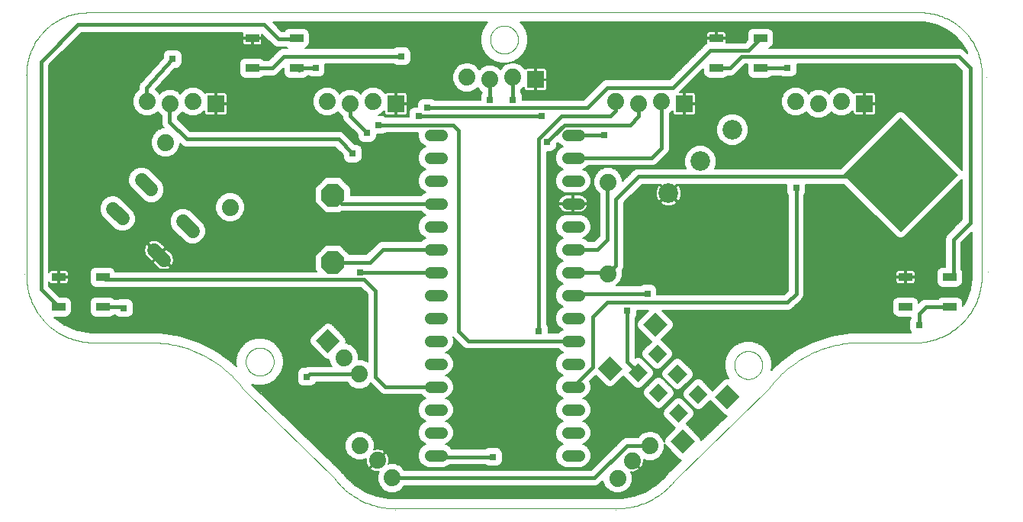
<source format=gtl>
G75*
%MOIN*%
%OFA0B0*%
%FSLAX25Y25*%
%IPPOS*%
%LPD*%
%AMOC8*
5,1,8,0,0,1.08239X$1,22.5*
%
%ADD10C,0.00004*%
%ADD11C,0.00000*%
%ADD12R,0.05906X0.03543*%
%ADD13C,0.08600*%
%ADD14C,0.07400*%
%ADD15OC8,0.10000*%
%ADD16R,0.07400X0.07400*%
%ADD17C,0.05150*%
%ADD18C,0.06000*%
%ADD19R,0.07400X0.07400*%
%ADD20R,0.07677X0.07677*%
%ADD21R,0.05937X0.05937*%
%ADD22R,0.35433X0.35433*%
%ADD23C,0.00600*%
%ADD24C,0.01600*%
%ADD25R,0.02978X0.02978*%
D10*
X0073524Y0106665D02*
X0074757Y0106650D01*
X0075989Y0106605D01*
X0077220Y0106531D01*
X0078448Y0106427D01*
X0079674Y0106293D01*
X0080896Y0106129D01*
X0082114Y0105936D01*
X0083326Y0105714D01*
X0084533Y0105463D01*
X0085734Y0105182D01*
X0086927Y0104873D01*
X0088113Y0104535D01*
X0089290Y0104168D01*
X0090458Y0103773D01*
X0091616Y0103350D01*
X0092763Y0102899D01*
X0093899Y0102420D01*
X0095024Y0101914D01*
X0096135Y0101381D01*
X0097234Y0100822D01*
X0098319Y0100236D01*
X0099389Y0099624D01*
X0100444Y0098986D01*
X0101484Y0098323D01*
X0102507Y0097635D01*
X0103513Y0096923D01*
X0104502Y0096186D01*
X0105472Y0095426D01*
X0106424Y0094643D01*
X0107357Y0093837D01*
X0108270Y0093008D01*
X0109163Y0092158D01*
X0110035Y0091286D01*
X0110886Y0090394D01*
X0111714Y0089481D01*
X0112521Y0088549D01*
X0113305Y0087597D01*
X0114065Y0086627D01*
X0114802Y0085638D01*
X0114801Y0085637D02*
X0114802Y0085637D01*
X0114802Y0085637D01*
X0114803Y0085637D01*
X0114803Y0085638D01*
X0114803Y0085639D01*
X0114802Y0085638D02*
X0154149Y0047255D01*
X0154150Y0047256D02*
X0154149Y0047256D01*
X0154149Y0047256D01*
X0154148Y0047256D01*
X0154148Y0047255D01*
X0154148Y0047254D01*
X0154149Y0047254D01*
X0154149Y0047254D01*
X0154150Y0047254D01*
X0154150Y0047255D01*
X0154150Y0047256D01*
X0180756Y0034233D02*
X0276867Y0034233D01*
X0276867Y0033702D02*
X0276866Y0033702D01*
X0276866Y0033701D01*
X0276866Y0033701D01*
X0276866Y0033700D01*
X0276867Y0033700D01*
X0276868Y0033700D01*
X0276868Y0033701D01*
X0276868Y0033701D01*
X0276868Y0033702D01*
X0276867Y0033702D01*
X0303286Y0047066D02*
X0343890Y0086531D01*
X0343889Y0086532D02*
X0343889Y0086531D01*
X0343889Y0086530D01*
X0343890Y0086530D01*
X0343890Y0086530D01*
X0343891Y0086530D01*
X0343891Y0086531D01*
X0343891Y0086532D01*
X0343890Y0086532D01*
X0343890Y0086532D01*
X0343889Y0086532D01*
X0383688Y0106663D02*
X0383687Y0106663D01*
X0383687Y0106664D01*
X0383687Y0106664D01*
X0383687Y0106665D01*
X0383688Y0106665D01*
X0408998Y0106665D01*
X0408997Y0106665D01*
X0408997Y0106664D01*
X0408997Y0106664D01*
X0408997Y0106663D01*
X0408998Y0106663D01*
X0408999Y0106663D01*
X0408999Y0106664D01*
X0408999Y0106664D01*
X0408999Y0106665D01*
X0408998Y0106665D01*
X0383688Y0106663D02*
X0383689Y0106663D01*
X0383689Y0106664D01*
X0383689Y0106664D01*
X0383689Y0106665D01*
X0383688Y0106665D01*
X0408997Y0106664D02*
X0409707Y0106706D01*
X0410416Y0106766D01*
X0411123Y0106842D01*
X0411828Y0106936D01*
X0412531Y0107047D01*
X0413231Y0107174D01*
X0413927Y0107319D01*
X0414620Y0107481D01*
X0415308Y0107659D01*
X0415992Y0107854D01*
X0416671Y0108065D01*
X0417345Y0108293D01*
X0418013Y0108538D01*
X0418675Y0108798D01*
X0419330Y0109075D01*
X0419979Y0109367D01*
X0420620Y0109675D01*
X0421254Y0109998D01*
X0421879Y0110337D01*
X0422496Y0110690D01*
X0423105Y0111059D01*
X0423704Y0111442D01*
X0424293Y0111840D01*
X0424873Y0112252D01*
X0425443Y0112678D01*
X0426002Y0113117D01*
X0426551Y0113570D01*
X0427088Y0114037D01*
X0427614Y0114516D01*
X0428127Y0115008D01*
X0428629Y0115512D01*
X0429119Y0116028D01*
X0429596Y0116556D01*
X0430059Y0117095D01*
X0430510Y0117645D01*
X0430947Y0118206D01*
X0431370Y0118778D01*
X0431780Y0119360D01*
X0432175Y0119951D01*
X0432555Y0120552D01*
X0432921Y0121162D01*
X0433272Y0121780D01*
X0433608Y0122407D01*
X0433929Y0123042D01*
X0434234Y0123685D01*
X0434523Y0124335D01*
X0434797Y0124991D01*
X0435054Y0125654D01*
X0435295Y0126324D01*
X0435520Y0126998D01*
X0435729Y0127678D01*
X0435921Y0128363D01*
X0436096Y0129053D01*
X0436255Y0129746D01*
X0436396Y0130443D01*
X0436521Y0131143D01*
X0436629Y0131846D01*
X0436719Y0132552D01*
X0436792Y0133259D01*
X0436849Y0133968D01*
X0436887Y0134679D01*
X0436909Y0135390D01*
X0436913Y0136101D01*
X0436901Y0136812D01*
X0436870Y0137523D01*
X0436871Y0137523D02*
X0436871Y0222493D01*
X0438946Y0222493D02*
X0438946Y0222492D01*
X0438947Y0222492D01*
X0438947Y0222492D01*
X0438948Y0222492D01*
X0438948Y0222493D01*
X0438948Y0222494D01*
X0438947Y0222494D01*
X0438947Y0222494D01*
X0438946Y0222494D01*
X0438946Y0222493D01*
X0436871Y0222493D02*
X0436896Y0223151D01*
X0436905Y0223810D01*
X0436898Y0224469D01*
X0436874Y0225127D01*
X0436835Y0225785D01*
X0436779Y0226441D01*
X0436708Y0227096D01*
X0436620Y0227749D01*
X0436517Y0228400D01*
X0436398Y0229048D01*
X0436263Y0229693D01*
X0436112Y0230334D01*
X0435945Y0230972D01*
X0435763Y0231605D01*
X0435566Y0232233D01*
X0435354Y0232857D01*
X0435126Y0233475D01*
X0434883Y0234088D01*
X0434625Y0234694D01*
X0434353Y0235294D01*
X0434066Y0235887D01*
X0433764Y0236473D01*
X0433449Y0237051D01*
X0433119Y0237622D01*
X0432776Y0238184D01*
X0432418Y0238737D01*
X0432048Y0239282D01*
X0431664Y0239818D01*
X0431267Y0240344D01*
X0430858Y0240860D01*
X0430436Y0241366D01*
X0430002Y0241862D01*
X0429556Y0242346D01*
X0429098Y0242820D01*
X0428629Y0243283D01*
X0428148Y0243733D01*
X0427657Y0244172D01*
X0427155Y0244599D01*
X0426643Y0245014D01*
X0426121Y0245416D01*
X0425589Y0245805D01*
X0425048Y0246180D01*
X0424498Y0246543D01*
X0423939Y0246892D01*
X0423372Y0247227D01*
X0422797Y0247548D01*
X0422214Y0247856D01*
X0421624Y0248148D01*
X0421027Y0248427D01*
X0420423Y0248690D01*
X0419813Y0248939D01*
X0419197Y0249173D01*
X0418575Y0249392D01*
X0417949Y0249595D01*
X0417317Y0249783D01*
X0416681Y0249956D01*
X0416042Y0250113D01*
X0415398Y0250254D01*
X0414751Y0250380D01*
X0414102Y0250490D01*
X0413450Y0250584D01*
X0412795Y0250662D01*
X0412139Y0250724D01*
X0411482Y0250769D01*
X0045644Y0250769D01*
X0045644Y0250768D02*
X0044991Y0250744D01*
X0044339Y0250705D01*
X0043688Y0250649D01*
X0043039Y0250577D01*
X0042391Y0250490D01*
X0041746Y0250387D01*
X0041104Y0250268D01*
X0040464Y0250133D01*
X0039828Y0249983D01*
X0039196Y0249817D01*
X0038569Y0249636D01*
X0037945Y0249440D01*
X0037327Y0249229D01*
X0036714Y0249002D01*
X0036107Y0248761D01*
X0035506Y0248505D01*
X0034912Y0248234D01*
X0034324Y0247949D01*
X0033743Y0247649D01*
X0033170Y0247336D01*
X0032604Y0247008D01*
X0032047Y0246667D01*
X0031499Y0246312D01*
X0030959Y0245944D01*
X0030428Y0245563D01*
X0029907Y0245169D01*
X0029395Y0244763D01*
X0028894Y0244344D01*
X0028403Y0243913D01*
X0027922Y0243470D01*
X0027453Y0243016D01*
X0026995Y0242550D01*
X0026548Y0242073D01*
X0026113Y0241585D01*
X0025691Y0241087D01*
X0025280Y0240579D01*
X0024882Y0240061D01*
X0024497Y0239533D01*
X0024125Y0238996D01*
X0023766Y0238450D01*
X0023420Y0237896D01*
X0023088Y0237333D01*
X0022770Y0236762D01*
X0022466Y0236184D01*
X0022176Y0235598D01*
X0021901Y0235006D01*
X0021640Y0234407D01*
X0021394Y0233801D01*
X0021162Y0233190D01*
X0020946Y0232574D01*
X0020745Y0231952D01*
X0020559Y0231326D01*
X0020388Y0230695D01*
X0020233Y0230060D01*
X0020094Y0229422D01*
X0019970Y0228781D01*
X0019862Y0228136D01*
X0019769Y0227490D01*
X0019692Y0226841D01*
X0019632Y0226190D01*
X0019587Y0225538D01*
X0019558Y0224886D01*
X0019545Y0224232D01*
X0019548Y0223579D01*
X0019548Y0223580D02*
X0019548Y0136438D01*
X0018583Y0136438D02*
X0018583Y0136439D01*
X0018582Y0136439D01*
X0018582Y0136439D01*
X0018581Y0136439D01*
X0018581Y0136438D01*
X0018581Y0136437D01*
X0018582Y0136437D01*
X0018582Y0136437D01*
X0018583Y0136437D01*
X0018583Y0136438D01*
X0019547Y0136438D02*
X0019539Y0135732D01*
X0019548Y0135026D01*
X0019573Y0134320D01*
X0019616Y0133615D01*
X0019676Y0132912D01*
X0019754Y0132210D01*
X0019848Y0131511D01*
X0019959Y0130813D01*
X0020087Y0130119D01*
X0020231Y0129428D01*
X0020393Y0128741D01*
X0020571Y0128058D01*
X0020766Y0127379D01*
X0020977Y0126705D01*
X0021204Y0126037D01*
X0021448Y0125374D01*
X0021708Y0124718D01*
X0021983Y0124068D01*
X0022274Y0123425D01*
X0022581Y0122789D01*
X0022903Y0122160D01*
X0023240Y0121540D01*
X0023592Y0120928D01*
X0023959Y0120325D01*
X0024340Y0119731D01*
X0024736Y0119146D01*
X0025146Y0118571D01*
X0025570Y0118007D01*
X0026007Y0117452D01*
X0026458Y0116909D01*
X0026921Y0116376D01*
X0027398Y0115855D01*
X0027887Y0115346D01*
X0028388Y0114849D01*
X0028901Y0114364D01*
X0029425Y0113892D01*
X0029961Y0113432D01*
X0030508Y0112986D01*
X0031066Y0112553D01*
X0031634Y0112134D01*
X0032212Y0111728D01*
X0032800Y0111337D01*
X0033397Y0110960D01*
X0034003Y0110598D01*
X0034618Y0110251D01*
X0035241Y0109919D01*
X0035871Y0109601D01*
X0036510Y0109300D01*
X0037155Y0109014D01*
X0037807Y0108743D01*
X0038466Y0108489D01*
X0039130Y0108250D01*
X0039800Y0108028D01*
X0040476Y0107822D01*
X0041156Y0107633D01*
X0041840Y0107460D01*
X0042529Y0107304D01*
X0043221Y0107165D01*
X0043916Y0107042D01*
X0044614Y0106937D01*
X0045315Y0106848D01*
X0046017Y0106776D01*
X0046721Y0106722D01*
X0047426Y0106684D01*
X0048132Y0106664D01*
X0048132Y0106665D02*
X0048131Y0106665D01*
X0048131Y0106664D01*
X0048131Y0106664D01*
X0048131Y0106663D01*
X0048132Y0106663D01*
X0048133Y0106663D01*
X0048133Y0106664D01*
X0048133Y0106664D01*
X0048133Y0106665D01*
X0048132Y0106665D01*
X0073525Y0106665D01*
X0073524Y0106665D01*
X0073524Y0106664D01*
X0073524Y0106664D01*
X0073524Y0106663D01*
X0073525Y0106663D01*
X0073526Y0106663D01*
X0073526Y0106664D01*
X0073526Y0106664D01*
X0073526Y0106665D01*
X0073525Y0106665D01*
X0114801Y0085637D02*
X0114801Y0085638D01*
X0114801Y0085639D01*
X0114802Y0085639D01*
X0114802Y0085639D01*
X0114803Y0085639D01*
X0154149Y0047255D02*
X0154630Y0046630D01*
X0155126Y0046018D01*
X0155637Y0045417D01*
X0156162Y0044829D01*
X0156702Y0044254D01*
X0157255Y0043692D01*
X0157821Y0043144D01*
X0158401Y0042610D01*
X0158993Y0042089D01*
X0159598Y0041583D01*
X0160214Y0041092D01*
X0160843Y0040616D01*
X0161482Y0040155D01*
X0162133Y0039710D01*
X0162794Y0039281D01*
X0163466Y0038867D01*
X0164147Y0038471D01*
X0164837Y0038090D01*
X0165537Y0037727D01*
X0166245Y0037380D01*
X0166961Y0037051D01*
X0167685Y0036739D01*
X0168417Y0036444D01*
X0169155Y0036168D01*
X0169900Y0035909D01*
X0170650Y0035668D01*
X0171407Y0035446D01*
X0172168Y0035242D01*
X0172934Y0035056D01*
X0173705Y0034889D01*
X0174479Y0034741D01*
X0175257Y0034611D01*
X0176037Y0034500D01*
X0176820Y0034408D01*
X0177605Y0034335D01*
X0178392Y0034281D01*
X0179179Y0034246D01*
X0179968Y0034230D01*
X0180756Y0034233D01*
X0180756Y0033702D02*
X0180755Y0033702D01*
X0180755Y0033701D01*
X0180755Y0033701D01*
X0180755Y0033700D01*
X0180756Y0033700D01*
X0180757Y0033700D01*
X0180757Y0033701D01*
X0180757Y0033701D01*
X0180757Y0033702D01*
X0180756Y0033702D01*
X0276867Y0034233D02*
X0277648Y0034230D01*
X0278429Y0034245D01*
X0279210Y0034280D01*
X0279990Y0034333D01*
X0280768Y0034404D01*
X0281544Y0034495D01*
X0282317Y0034603D01*
X0283088Y0034731D01*
X0283856Y0034877D01*
X0284620Y0035041D01*
X0285379Y0035224D01*
X0286134Y0035425D01*
X0286884Y0035644D01*
X0287629Y0035881D01*
X0288368Y0036135D01*
X0289100Y0036408D01*
X0289825Y0036698D01*
X0290544Y0037005D01*
X0291255Y0037329D01*
X0291957Y0037671D01*
X0292652Y0038029D01*
X0293337Y0038404D01*
X0294014Y0038795D01*
X0294681Y0039202D01*
X0295337Y0039625D01*
X0295984Y0040064D01*
X0296620Y0040518D01*
X0297244Y0040987D01*
X0297858Y0041472D01*
X0298459Y0041970D01*
X0299048Y0042483D01*
X0299625Y0043011D01*
X0300189Y0043551D01*
X0300740Y0044106D01*
X0301277Y0044673D01*
X0301800Y0045253D01*
X0302310Y0045845D01*
X0302805Y0046450D01*
X0303285Y0047066D01*
X0303285Y0047067D02*
X0303285Y0047066D01*
X0303285Y0047065D01*
X0303286Y0047065D01*
X0303286Y0047065D01*
X0303287Y0047065D01*
X0303287Y0047066D01*
X0303287Y0047067D01*
X0303286Y0047067D01*
X0303286Y0047067D01*
X0303285Y0047067D01*
X0343891Y0086530D02*
X0344605Y0087478D01*
X0345342Y0088408D01*
X0346101Y0089320D01*
X0346881Y0090213D01*
X0347683Y0091088D01*
X0348506Y0091943D01*
X0349349Y0092778D01*
X0350212Y0093592D01*
X0351094Y0094386D01*
X0351995Y0095158D01*
X0352914Y0095908D01*
X0353851Y0096636D01*
X0354805Y0097341D01*
X0355776Y0098024D01*
X0356763Y0098682D01*
X0357765Y0099317D01*
X0358782Y0099927D01*
X0359814Y0100513D01*
X0360860Y0101074D01*
X0361919Y0101610D01*
X0362990Y0102120D01*
X0364073Y0102604D01*
X0365168Y0103062D01*
X0366273Y0103493D01*
X0367388Y0103898D01*
X0368513Y0104276D01*
X0369646Y0104627D01*
X0370788Y0104951D01*
X0371937Y0105247D01*
X0373093Y0105515D01*
X0374255Y0105756D01*
X0375422Y0105968D01*
X0376594Y0106152D01*
X0377770Y0106309D01*
X0378950Y0106437D01*
X0380132Y0106536D01*
X0381316Y0106607D01*
X0382502Y0106650D01*
X0383689Y0106664D01*
X0439624Y0137523D02*
X0439624Y0137522D01*
X0439625Y0137522D01*
X0439625Y0137522D01*
X0439626Y0137522D01*
X0439626Y0137523D01*
X0439626Y0137524D01*
X0439625Y0137524D01*
X0439625Y0137524D01*
X0439624Y0137524D01*
X0439624Y0137523D01*
X0019278Y0223580D02*
X0019278Y0223581D01*
X0019277Y0223581D01*
X0019277Y0223581D01*
X0019276Y0223581D01*
X0019276Y0223580D01*
X0019276Y0223579D01*
X0019277Y0223579D01*
X0019277Y0223579D01*
X0019278Y0223579D01*
X0019278Y0223580D01*
D11*
X0115336Y0098308D02*
X0115338Y0098464D01*
X0115344Y0098620D01*
X0115354Y0098775D01*
X0115368Y0098930D01*
X0115386Y0099085D01*
X0115408Y0099239D01*
X0115433Y0099393D01*
X0115463Y0099546D01*
X0115497Y0099698D01*
X0115534Y0099850D01*
X0115575Y0100000D01*
X0115620Y0100149D01*
X0115669Y0100297D01*
X0115722Y0100444D01*
X0115778Y0100589D01*
X0115838Y0100733D01*
X0115902Y0100875D01*
X0115970Y0101016D01*
X0116041Y0101154D01*
X0116115Y0101291D01*
X0116193Y0101426D01*
X0116274Y0101559D01*
X0116359Y0101690D01*
X0116447Y0101819D01*
X0116538Y0101945D01*
X0116633Y0102069D01*
X0116730Y0102190D01*
X0116831Y0102309D01*
X0116935Y0102426D01*
X0117041Y0102539D01*
X0117151Y0102650D01*
X0117263Y0102758D01*
X0117378Y0102863D01*
X0117496Y0102966D01*
X0117616Y0103065D01*
X0117739Y0103161D01*
X0117864Y0103254D01*
X0117991Y0103343D01*
X0118121Y0103430D01*
X0118253Y0103513D01*
X0118387Y0103592D01*
X0118523Y0103669D01*
X0118661Y0103741D01*
X0118800Y0103811D01*
X0118942Y0103876D01*
X0119085Y0103938D01*
X0119229Y0103996D01*
X0119375Y0104051D01*
X0119523Y0104102D01*
X0119671Y0104149D01*
X0119821Y0104192D01*
X0119972Y0104231D01*
X0120124Y0104267D01*
X0120276Y0104298D01*
X0120430Y0104326D01*
X0120584Y0104350D01*
X0120738Y0104370D01*
X0120893Y0104386D01*
X0121049Y0104398D01*
X0121204Y0104406D01*
X0121360Y0104410D01*
X0121516Y0104410D01*
X0121672Y0104406D01*
X0121827Y0104398D01*
X0121983Y0104386D01*
X0122138Y0104370D01*
X0122292Y0104350D01*
X0122446Y0104326D01*
X0122600Y0104298D01*
X0122752Y0104267D01*
X0122904Y0104231D01*
X0123055Y0104192D01*
X0123205Y0104149D01*
X0123353Y0104102D01*
X0123501Y0104051D01*
X0123647Y0103996D01*
X0123791Y0103938D01*
X0123934Y0103876D01*
X0124076Y0103811D01*
X0124215Y0103741D01*
X0124353Y0103669D01*
X0124489Y0103592D01*
X0124623Y0103513D01*
X0124755Y0103430D01*
X0124885Y0103343D01*
X0125012Y0103254D01*
X0125137Y0103161D01*
X0125260Y0103065D01*
X0125380Y0102966D01*
X0125498Y0102863D01*
X0125613Y0102758D01*
X0125725Y0102650D01*
X0125835Y0102539D01*
X0125941Y0102426D01*
X0126045Y0102309D01*
X0126146Y0102190D01*
X0126243Y0102069D01*
X0126338Y0101945D01*
X0126429Y0101819D01*
X0126517Y0101690D01*
X0126602Y0101559D01*
X0126683Y0101426D01*
X0126761Y0101291D01*
X0126835Y0101154D01*
X0126906Y0101016D01*
X0126974Y0100875D01*
X0127038Y0100733D01*
X0127098Y0100589D01*
X0127154Y0100444D01*
X0127207Y0100297D01*
X0127256Y0100149D01*
X0127301Y0100000D01*
X0127342Y0099850D01*
X0127379Y0099698D01*
X0127413Y0099546D01*
X0127443Y0099393D01*
X0127468Y0099239D01*
X0127490Y0099085D01*
X0127508Y0098930D01*
X0127522Y0098775D01*
X0127532Y0098620D01*
X0127538Y0098464D01*
X0127540Y0098308D01*
X0127538Y0098152D01*
X0127532Y0097996D01*
X0127522Y0097841D01*
X0127508Y0097686D01*
X0127490Y0097531D01*
X0127468Y0097377D01*
X0127443Y0097223D01*
X0127413Y0097070D01*
X0127379Y0096918D01*
X0127342Y0096766D01*
X0127301Y0096616D01*
X0127256Y0096467D01*
X0127207Y0096319D01*
X0127154Y0096172D01*
X0127098Y0096027D01*
X0127038Y0095883D01*
X0126974Y0095741D01*
X0126906Y0095600D01*
X0126835Y0095462D01*
X0126761Y0095325D01*
X0126683Y0095190D01*
X0126602Y0095057D01*
X0126517Y0094926D01*
X0126429Y0094797D01*
X0126338Y0094671D01*
X0126243Y0094547D01*
X0126146Y0094426D01*
X0126045Y0094307D01*
X0125941Y0094190D01*
X0125835Y0094077D01*
X0125725Y0093966D01*
X0125613Y0093858D01*
X0125498Y0093753D01*
X0125380Y0093650D01*
X0125260Y0093551D01*
X0125137Y0093455D01*
X0125012Y0093362D01*
X0124885Y0093273D01*
X0124755Y0093186D01*
X0124623Y0093103D01*
X0124489Y0093024D01*
X0124353Y0092947D01*
X0124215Y0092875D01*
X0124076Y0092805D01*
X0123934Y0092740D01*
X0123791Y0092678D01*
X0123647Y0092620D01*
X0123501Y0092565D01*
X0123353Y0092514D01*
X0123205Y0092467D01*
X0123055Y0092424D01*
X0122904Y0092385D01*
X0122752Y0092349D01*
X0122600Y0092318D01*
X0122446Y0092290D01*
X0122292Y0092266D01*
X0122138Y0092246D01*
X0121983Y0092230D01*
X0121827Y0092218D01*
X0121672Y0092210D01*
X0121516Y0092206D01*
X0121360Y0092206D01*
X0121204Y0092210D01*
X0121049Y0092218D01*
X0120893Y0092230D01*
X0120738Y0092246D01*
X0120584Y0092266D01*
X0120430Y0092290D01*
X0120276Y0092318D01*
X0120124Y0092349D01*
X0119972Y0092385D01*
X0119821Y0092424D01*
X0119671Y0092467D01*
X0119523Y0092514D01*
X0119375Y0092565D01*
X0119229Y0092620D01*
X0119085Y0092678D01*
X0118942Y0092740D01*
X0118800Y0092805D01*
X0118661Y0092875D01*
X0118523Y0092947D01*
X0118387Y0093024D01*
X0118253Y0093103D01*
X0118121Y0093186D01*
X0117991Y0093273D01*
X0117864Y0093362D01*
X0117739Y0093455D01*
X0117616Y0093551D01*
X0117496Y0093650D01*
X0117378Y0093753D01*
X0117263Y0093858D01*
X0117151Y0093966D01*
X0117041Y0094077D01*
X0116935Y0094190D01*
X0116831Y0094307D01*
X0116730Y0094426D01*
X0116633Y0094547D01*
X0116538Y0094671D01*
X0116447Y0094797D01*
X0116359Y0094926D01*
X0116274Y0095057D01*
X0116193Y0095190D01*
X0116115Y0095325D01*
X0116041Y0095462D01*
X0115970Y0095600D01*
X0115902Y0095741D01*
X0115838Y0095883D01*
X0115778Y0096027D01*
X0115722Y0096172D01*
X0115669Y0096319D01*
X0115620Y0096467D01*
X0115575Y0096616D01*
X0115534Y0096766D01*
X0115497Y0096918D01*
X0115463Y0097070D01*
X0115433Y0097223D01*
X0115408Y0097377D01*
X0115386Y0097531D01*
X0115368Y0097686D01*
X0115354Y0097841D01*
X0115344Y0097996D01*
X0115338Y0098152D01*
X0115336Y0098308D01*
X0328808Y0096808D02*
X0328810Y0096964D01*
X0328816Y0097120D01*
X0328826Y0097275D01*
X0328840Y0097430D01*
X0328858Y0097585D01*
X0328880Y0097739D01*
X0328905Y0097893D01*
X0328935Y0098046D01*
X0328969Y0098198D01*
X0329006Y0098350D01*
X0329047Y0098500D01*
X0329092Y0098649D01*
X0329141Y0098797D01*
X0329194Y0098944D01*
X0329250Y0099089D01*
X0329310Y0099233D01*
X0329374Y0099375D01*
X0329442Y0099516D01*
X0329513Y0099654D01*
X0329587Y0099791D01*
X0329665Y0099926D01*
X0329746Y0100059D01*
X0329831Y0100190D01*
X0329919Y0100319D01*
X0330010Y0100445D01*
X0330105Y0100569D01*
X0330202Y0100690D01*
X0330303Y0100809D01*
X0330407Y0100926D01*
X0330513Y0101039D01*
X0330623Y0101150D01*
X0330735Y0101258D01*
X0330850Y0101363D01*
X0330968Y0101466D01*
X0331088Y0101565D01*
X0331211Y0101661D01*
X0331336Y0101754D01*
X0331463Y0101843D01*
X0331593Y0101930D01*
X0331725Y0102013D01*
X0331859Y0102092D01*
X0331995Y0102169D01*
X0332133Y0102241D01*
X0332272Y0102311D01*
X0332414Y0102376D01*
X0332557Y0102438D01*
X0332701Y0102496D01*
X0332847Y0102551D01*
X0332995Y0102602D01*
X0333143Y0102649D01*
X0333293Y0102692D01*
X0333444Y0102731D01*
X0333596Y0102767D01*
X0333748Y0102798D01*
X0333902Y0102826D01*
X0334056Y0102850D01*
X0334210Y0102870D01*
X0334365Y0102886D01*
X0334521Y0102898D01*
X0334676Y0102906D01*
X0334832Y0102910D01*
X0334988Y0102910D01*
X0335144Y0102906D01*
X0335299Y0102898D01*
X0335455Y0102886D01*
X0335610Y0102870D01*
X0335764Y0102850D01*
X0335918Y0102826D01*
X0336072Y0102798D01*
X0336224Y0102767D01*
X0336376Y0102731D01*
X0336527Y0102692D01*
X0336677Y0102649D01*
X0336825Y0102602D01*
X0336973Y0102551D01*
X0337119Y0102496D01*
X0337263Y0102438D01*
X0337406Y0102376D01*
X0337548Y0102311D01*
X0337687Y0102241D01*
X0337825Y0102169D01*
X0337961Y0102092D01*
X0338095Y0102013D01*
X0338227Y0101930D01*
X0338357Y0101843D01*
X0338484Y0101754D01*
X0338609Y0101661D01*
X0338732Y0101565D01*
X0338852Y0101466D01*
X0338970Y0101363D01*
X0339085Y0101258D01*
X0339197Y0101150D01*
X0339307Y0101039D01*
X0339413Y0100926D01*
X0339517Y0100809D01*
X0339618Y0100690D01*
X0339715Y0100569D01*
X0339810Y0100445D01*
X0339901Y0100319D01*
X0339989Y0100190D01*
X0340074Y0100059D01*
X0340155Y0099926D01*
X0340233Y0099791D01*
X0340307Y0099654D01*
X0340378Y0099516D01*
X0340446Y0099375D01*
X0340510Y0099233D01*
X0340570Y0099089D01*
X0340626Y0098944D01*
X0340679Y0098797D01*
X0340728Y0098649D01*
X0340773Y0098500D01*
X0340814Y0098350D01*
X0340851Y0098198D01*
X0340885Y0098046D01*
X0340915Y0097893D01*
X0340940Y0097739D01*
X0340962Y0097585D01*
X0340980Y0097430D01*
X0340994Y0097275D01*
X0341004Y0097120D01*
X0341010Y0096964D01*
X0341012Y0096808D01*
X0341010Y0096652D01*
X0341004Y0096496D01*
X0340994Y0096341D01*
X0340980Y0096186D01*
X0340962Y0096031D01*
X0340940Y0095877D01*
X0340915Y0095723D01*
X0340885Y0095570D01*
X0340851Y0095418D01*
X0340814Y0095266D01*
X0340773Y0095116D01*
X0340728Y0094967D01*
X0340679Y0094819D01*
X0340626Y0094672D01*
X0340570Y0094527D01*
X0340510Y0094383D01*
X0340446Y0094241D01*
X0340378Y0094100D01*
X0340307Y0093962D01*
X0340233Y0093825D01*
X0340155Y0093690D01*
X0340074Y0093557D01*
X0339989Y0093426D01*
X0339901Y0093297D01*
X0339810Y0093171D01*
X0339715Y0093047D01*
X0339618Y0092926D01*
X0339517Y0092807D01*
X0339413Y0092690D01*
X0339307Y0092577D01*
X0339197Y0092466D01*
X0339085Y0092358D01*
X0338970Y0092253D01*
X0338852Y0092150D01*
X0338732Y0092051D01*
X0338609Y0091955D01*
X0338484Y0091862D01*
X0338357Y0091773D01*
X0338227Y0091686D01*
X0338095Y0091603D01*
X0337961Y0091524D01*
X0337825Y0091447D01*
X0337687Y0091375D01*
X0337548Y0091305D01*
X0337406Y0091240D01*
X0337263Y0091178D01*
X0337119Y0091120D01*
X0336973Y0091065D01*
X0336825Y0091014D01*
X0336677Y0090967D01*
X0336527Y0090924D01*
X0336376Y0090885D01*
X0336224Y0090849D01*
X0336072Y0090818D01*
X0335918Y0090790D01*
X0335764Y0090766D01*
X0335610Y0090746D01*
X0335455Y0090730D01*
X0335299Y0090718D01*
X0335144Y0090710D01*
X0334988Y0090706D01*
X0334832Y0090706D01*
X0334676Y0090710D01*
X0334521Y0090718D01*
X0334365Y0090730D01*
X0334210Y0090746D01*
X0334056Y0090766D01*
X0333902Y0090790D01*
X0333748Y0090818D01*
X0333596Y0090849D01*
X0333444Y0090885D01*
X0333293Y0090924D01*
X0333143Y0090967D01*
X0332995Y0091014D01*
X0332847Y0091065D01*
X0332701Y0091120D01*
X0332557Y0091178D01*
X0332414Y0091240D01*
X0332272Y0091305D01*
X0332133Y0091375D01*
X0331995Y0091447D01*
X0331859Y0091524D01*
X0331725Y0091603D01*
X0331593Y0091686D01*
X0331463Y0091773D01*
X0331336Y0091862D01*
X0331211Y0091955D01*
X0331088Y0092051D01*
X0330968Y0092150D01*
X0330850Y0092253D01*
X0330735Y0092358D01*
X0330623Y0092466D01*
X0330513Y0092577D01*
X0330407Y0092690D01*
X0330303Y0092807D01*
X0330202Y0092926D01*
X0330105Y0093047D01*
X0330010Y0093171D01*
X0329919Y0093297D01*
X0329831Y0093426D01*
X0329746Y0093557D01*
X0329665Y0093690D01*
X0329587Y0093825D01*
X0329513Y0093962D01*
X0329442Y0094100D01*
X0329374Y0094241D01*
X0329310Y0094383D01*
X0329250Y0094527D01*
X0329194Y0094672D01*
X0329141Y0094819D01*
X0329092Y0094967D01*
X0329047Y0095116D01*
X0329006Y0095266D01*
X0328969Y0095418D01*
X0328935Y0095570D01*
X0328905Y0095723D01*
X0328880Y0095877D01*
X0328858Y0096031D01*
X0328840Y0096186D01*
X0328826Y0096341D01*
X0328816Y0096496D01*
X0328810Y0096652D01*
X0328808Y0096808D01*
X0222107Y0238957D02*
X0222109Y0239113D01*
X0222115Y0239269D01*
X0222125Y0239424D01*
X0222139Y0239579D01*
X0222157Y0239734D01*
X0222179Y0239888D01*
X0222204Y0240042D01*
X0222234Y0240195D01*
X0222268Y0240347D01*
X0222305Y0240499D01*
X0222346Y0240649D01*
X0222391Y0240798D01*
X0222440Y0240946D01*
X0222493Y0241093D01*
X0222549Y0241238D01*
X0222609Y0241382D01*
X0222673Y0241524D01*
X0222741Y0241665D01*
X0222812Y0241803D01*
X0222886Y0241940D01*
X0222964Y0242075D01*
X0223045Y0242208D01*
X0223130Y0242339D01*
X0223218Y0242468D01*
X0223309Y0242594D01*
X0223404Y0242718D01*
X0223501Y0242839D01*
X0223602Y0242958D01*
X0223706Y0243075D01*
X0223812Y0243188D01*
X0223922Y0243299D01*
X0224034Y0243407D01*
X0224149Y0243512D01*
X0224267Y0243615D01*
X0224387Y0243714D01*
X0224510Y0243810D01*
X0224635Y0243903D01*
X0224762Y0243992D01*
X0224892Y0244079D01*
X0225024Y0244162D01*
X0225158Y0244241D01*
X0225294Y0244318D01*
X0225432Y0244390D01*
X0225571Y0244460D01*
X0225713Y0244525D01*
X0225856Y0244587D01*
X0226000Y0244645D01*
X0226146Y0244700D01*
X0226294Y0244751D01*
X0226442Y0244798D01*
X0226592Y0244841D01*
X0226743Y0244880D01*
X0226895Y0244916D01*
X0227047Y0244947D01*
X0227201Y0244975D01*
X0227355Y0244999D01*
X0227509Y0245019D01*
X0227664Y0245035D01*
X0227820Y0245047D01*
X0227975Y0245055D01*
X0228131Y0245059D01*
X0228287Y0245059D01*
X0228443Y0245055D01*
X0228598Y0245047D01*
X0228754Y0245035D01*
X0228909Y0245019D01*
X0229063Y0244999D01*
X0229217Y0244975D01*
X0229371Y0244947D01*
X0229523Y0244916D01*
X0229675Y0244880D01*
X0229826Y0244841D01*
X0229976Y0244798D01*
X0230124Y0244751D01*
X0230272Y0244700D01*
X0230418Y0244645D01*
X0230562Y0244587D01*
X0230705Y0244525D01*
X0230847Y0244460D01*
X0230986Y0244390D01*
X0231124Y0244318D01*
X0231260Y0244241D01*
X0231394Y0244162D01*
X0231526Y0244079D01*
X0231656Y0243992D01*
X0231783Y0243903D01*
X0231908Y0243810D01*
X0232031Y0243714D01*
X0232151Y0243615D01*
X0232269Y0243512D01*
X0232384Y0243407D01*
X0232496Y0243299D01*
X0232606Y0243188D01*
X0232712Y0243075D01*
X0232816Y0242958D01*
X0232917Y0242839D01*
X0233014Y0242718D01*
X0233109Y0242594D01*
X0233200Y0242468D01*
X0233288Y0242339D01*
X0233373Y0242208D01*
X0233454Y0242075D01*
X0233532Y0241940D01*
X0233606Y0241803D01*
X0233677Y0241665D01*
X0233745Y0241524D01*
X0233809Y0241382D01*
X0233869Y0241238D01*
X0233925Y0241093D01*
X0233978Y0240946D01*
X0234027Y0240798D01*
X0234072Y0240649D01*
X0234113Y0240499D01*
X0234150Y0240347D01*
X0234184Y0240195D01*
X0234214Y0240042D01*
X0234239Y0239888D01*
X0234261Y0239734D01*
X0234279Y0239579D01*
X0234293Y0239424D01*
X0234303Y0239269D01*
X0234309Y0239113D01*
X0234311Y0238957D01*
X0234309Y0238801D01*
X0234303Y0238645D01*
X0234293Y0238490D01*
X0234279Y0238335D01*
X0234261Y0238180D01*
X0234239Y0238026D01*
X0234214Y0237872D01*
X0234184Y0237719D01*
X0234150Y0237567D01*
X0234113Y0237415D01*
X0234072Y0237265D01*
X0234027Y0237116D01*
X0233978Y0236968D01*
X0233925Y0236821D01*
X0233869Y0236676D01*
X0233809Y0236532D01*
X0233745Y0236390D01*
X0233677Y0236249D01*
X0233606Y0236111D01*
X0233532Y0235974D01*
X0233454Y0235839D01*
X0233373Y0235706D01*
X0233288Y0235575D01*
X0233200Y0235446D01*
X0233109Y0235320D01*
X0233014Y0235196D01*
X0232917Y0235075D01*
X0232816Y0234956D01*
X0232712Y0234839D01*
X0232606Y0234726D01*
X0232496Y0234615D01*
X0232384Y0234507D01*
X0232269Y0234402D01*
X0232151Y0234299D01*
X0232031Y0234200D01*
X0231908Y0234104D01*
X0231783Y0234011D01*
X0231656Y0233922D01*
X0231526Y0233835D01*
X0231394Y0233752D01*
X0231260Y0233673D01*
X0231124Y0233596D01*
X0230986Y0233524D01*
X0230847Y0233454D01*
X0230705Y0233389D01*
X0230562Y0233327D01*
X0230418Y0233269D01*
X0230272Y0233214D01*
X0230124Y0233163D01*
X0229976Y0233116D01*
X0229826Y0233073D01*
X0229675Y0233034D01*
X0229523Y0232998D01*
X0229371Y0232967D01*
X0229217Y0232939D01*
X0229063Y0232915D01*
X0228909Y0232895D01*
X0228754Y0232879D01*
X0228598Y0232867D01*
X0228443Y0232859D01*
X0228287Y0232855D01*
X0228131Y0232855D01*
X0227975Y0232859D01*
X0227820Y0232867D01*
X0227664Y0232879D01*
X0227509Y0232895D01*
X0227355Y0232915D01*
X0227201Y0232939D01*
X0227047Y0232967D01*
X0226895Y0232998D01*
X0226743Y0233034D01*
X0226592Y0233073D01*
X0226442Y0233116D01*
X0226294Y0233163D01*
X0226146Y0233214D01*
X0226000Y0233269D01*
X0225856Y0233327D01*
X0225713Y0233389D01*
X0225571Y0233454D01*
X0225432Y0233524D01*
X0225294Y0233596D01*
X0225158Y0233673D01*
X0225024Y0233752D01*
X0224892Y0233835D01*
X0224762Y0233922D01*
X0224635Y0234011D01*
X0224510Y0234104D01*
X0224387Y0234200D01*
X0224267Y0234299D01*
X0224149Y0234402D01*
X0224034Y0234507D01*
X0223922Y0234615D01*
X0223812Y0234726D01*
X0223706Y0234839D01*
X0223602Y0234956D01*
X0223501Y0235075D01*
X0223404Y0235196D01*
X0223309Y0235320D01*
X0223218Y0235446D01*
X0223130Y0235575D01*
X0223045Y0235706D01*
X0222964Y0235839D01*
X0222886Y0235974D01*
X0222812Y0236111D01*
X0222741Y0236249D01*
X0222673Y0236390D01*
X0222609Y0236532D01*
X0222549Y0236676D01*
X0222493Y0236821D01*
X0222440Y0236968D01*
X0222391Y0237116D01*
X0222346Y0237265D01*
X0222305Y0237415D01*
X0222268Y0237567D01*
X0222234Y0237719D01*
X0222204Y0237872D01*
X0222179Y0238026D01*
X0222157Y0238180D01*
X0222139Y0238335D01*
X0222125Y0238490D01*
X0222115Y0238645D01*
X0222109Y0238801D01*
X0222107Y0238957D01*
D12*
X0137461Y0239548D03*
X0118170Y0239548D03*
X0118170Y0226556D03*
X0137461Y0226556D03*
X0052816Y0135217D03*
X0033524Y0135217D03*
X0033524Y0122225D03*
X0052816Y0122225D03*
X0320926Y0226556D03*
X0340217Y0226556D03*
X0340217Y0239548D03*
X0320926Y0239548D03*
X0403603Y0135217D03*
X0403603Y0122225D03*
X0422894Y0122225D03*
X0422894Y0135217D03*
D13*
X0327912Y0199708D03*
X0313993Y0185789D03*
X0300073Y0171870D03*
D14*
X0273623Y0176743D03*
X0286950Y0210898D03*
X0296950Y0211898D03*
X0276950Y0211898D03*
X0231989Y0222459D03*
X0221989Y0221459D03*
X0211989Y0222459D03*
X0170965Y0211898D03*
X0160965Y0210898D03*
X0150965Y0211898D03*
X0092225Y0211898D03*
X0082225Y0210898D03*
X0072225Y0211898D03*
X0080209Y0194044D03*
X0108493Y0165760D03*
X0158105Y0100050D03*
X0164988Y0092796D03*
X0165122Y0061585D03*
X0172900Y0055221D03*
X0179264Y0047443D03*
X0277813Y0047300D03*
X0284177Y0055079D03*
X0291955Y0061443D03*
X0273623Y0136743D03*
X0365690Y0210898D03*
X0355690Y0211898D03*
X0375690Y0211898D03*
D15*
X0153406Y0171080D03*
X0153406Y0141480D03*
D16*
X0180965Y0210898D03*
X0241989Y0221459D03*
X0306950Y0210898D03*
X0385690Y0210898D03*
X0102225Y0210898D03*
D17*
X0195792Y0197359D02*
X0200942Y0197359D01*
X0200942Y0187359D02*
X0195792Y0187359D01*
X0195792Y0177359D02*
X0200942Y0177359D01*
X0200942Y0167359D02*
X0195792Y0167359D01*
X0195792Y0157359D02*
X0200942Y0157359D01*
X0200942Y0147359D02*
X0195792Y0147359D01*
X0195792Y0137359D02*
X0200942Y0137359D01*
X0200942Y0127359D02*
X0195792Y0127359D01*
X0195792Y0117359D02*
X0200942Y0117359D01*
X0200942Y0107359D02*
X0195792Y0107359D01*
X0195792Y0097359D02*
X0200942Y0097359D01*
X0200942Y0087359D02*
X0195792Y0087359D01*
X0195792Y0077359D02*
X0200942Y0077359D01*
X0200942Y0067359D02*
X0195792Y0067359D01*
X0195792Y0057359D02*
X0200942Y0057359D01*
X0255792Y0057359D02*
X0260942Y0057359D01*
X0260942Y0067359D02*
X0255792Y0067359D01*
X0255792Y0077359D02*
X0260942Y0077359D01*
X0260942Y0087359D02*
X0255792Y0087359D01*
X0255792Y0097359D02*
X0260942Y0097359D01*
X0260942Y0107359D02*
X0255792Y0107359D01*
X0255792Y0117359D02*
X0260942Y0117359D01*
X0260942Y0127359D02*
X0255792Y0127359D01*
X0255792Y0137359D02*
X0260942Y0137359D01*
X0260942Y0147359D02*
X0255792Y0147359D01*
X0255792Y0157359D02*
X0260942Y0157359D01*
X0260942Y0167359D02*
X0255792Y0167359D01*
X0255792Y0177359D02*
X0260942Y0177359D01*
X0260942Y0187359D02*
X0255792Y0187359D01*
X0255792Y0197359D02*
X0260942Y0197359D01*
D18*
X0092132Y0155338D02*
X0087889Y0159581D01*
X0075303Y0146994D02*
X0079545Y0142752D01*
X0061443Y0160854D02*
X0057201Y0165096D01*
X0069787Y0177683D02*
X0074030Y0173440D01*
D19*
G36*
X0151085Y0102074D02*
X0145991Y0107440D01*
X0151357Y0112534D01*
X0156451Y0107168D01*
X0151085Y0102074D01*
G37*
D20*
G36*
X0279891Y0095259D02*
X0274464Y0089832D01*
X0269037Y0095259D01*
X0274464Y0100686D01*
X0279891Y0095259D01*
G37*
G36*
X0299690Y0114493D02*
X0294263Y0109066D01*
X0288836Y0114493D01*
X0294263Y0119920D01*
X0299690Y0114493D01*
G37*
G36*
X0331156Y0082885D02*
X0325729Y0077458D01*
X0320302Y0082885D01*
X0325729Y0088312D01*
X0331156Y0082885D01*
G37*
G36*
X0311711Y0063439D02*
X0306284Y0058012D01*
X0300857Y0063439D01*
X0306284Y0068866D01*
X0311711Y0063439D01*
G37*
D21*
G36*
X0308713Y0075814D02*
X0304516Y0071617D01*
X0300319Y0075814D01*
X0304516Y0080011D01*
X0308713Y0075814D01*
G37*
G36*
X0317198Y0084016D02*
X0313001Y0079819D01*
X0308804Y0084016D01*
X0313001Y0088213D01*
X0317198Y0084016D01*
G37*
G36*
X0308147Y0092926D02*
X0303950Y0088729D01*
X0299753Y0092926D01*
X0303950Y0097123D01*
X0308147Y0092926D01*
G37*
G36*
X0299874Y0084653D02*
X0295677Y0080456D01*
X0291480Y0084653D01*
X0295677Y0088850D01*
X0299874Y0084653D01*
G37*
G36*
X0291035Y0093491D02*
X0286838Y0089294D01*
X0282641Y0093491D01*
X0286838Y0097688D01*
X0291035Y0093491D01*
G37*
G36*
X0299379Y0101694D02*
X0295182Y0097497D01*
X0290985Y0101694D01*
X0295182Y0105891D01*
X0299379Y0101694D01*
G37*
D22*
G36*
X0426492Y0179902D02*
X0401438Y0154848D01*
X0376384Y0179902D01*
X0401438Y0204956D01*
X0426492Y0179902D01*
G37*
D23*
X0428406Y0177997D02*
X0428406Y0160541D01*
X0422565Y0154700D01*
X0421581Y0153716D01*
X0421048Y0152429D01*
X0421048Y0139689D01*
X0419405Y0139689D01*
X0418412Y0139278D01*
X0417653Y0138518D01*
X0417242Y0137526D01*
X0417242Y0132909D01*
X0417653Y0131916D01*
X0418412Y0131157D01*
X0419405Y0130746D01*
X0426384Y0130746D01*
X0427377Y0131157D01*
X0428136Y0131916D01*
X0428547Y0132909D01*
X0428547Y0137526D01*
X0428136Y0138518D01*
X0428048Y0138607D01*
X0428048Y0150283D01*
X0432569Y0154804D01*
X0432569Y0138257D01*
X0432529Y0138143D01*
X0432569Y0137406D01*
X0432569Y0136667D01*
X0432579Y0136644D01*
X0432588Y0134824D01*
X0431888Y0129952D01*
X0430246Y0125311D01*
X0428547Y0122460D01*
X0428547Y0124534D01*
X0428136Y0125526D01*
X0427377Y0126286D01*
X0426384Y0126697D01*
X0419405Y0126697D01*
X0418412Y0126286D01*
X0417852Y0125725D01*
X0411844Y0125725D01*
X0410558Y0125192D01*
X0409256Y0123891D01*
X0409256Y0124534D01*
X0408845Y0125526D01*
X0408085Y0126286D01*
X0407093Y0126697D01*
X0400113Y0126697D01*
X0399121Y0126286D01*
X0398361Y0125526D01*
X0397950Y0124534D01*
X0397950Y0119916D01*
X0398361Y0118924D01*
X0399121Y0118165D01*
X0400113Y0117754D01*
X0406048Y0117754D01*
X0406048Y0117529D01*
X0405770Y0117251D01*
X0405359Y0116259D01*
X0405359Y0112207D01*
X0405770Y0111215D01*
X0406018Y0110967D01*
X0384843Y0110967D01*
X0384841Y0110967D01*
X0382535Y0110967D01*
X0382534Y0110967D01*
X0379488Y0110967D01*
X0371189Y0109661D01*
X0363193Y0107081D01*
X0355697Y0103288D01*
X0348881Y0098376D01*
X0345095Y0094625D01*
X0345313Y0095438D01*
X0345313Y0098177D01*
X0344604Y0100823D01*
X0343234Y0103195D01*
X0341297Y0105132D01*
X0338925Y0106501D01*
X0336280Y0107210D01*
X0333541Y0107210D01*
X0330895Y0106501D01*
X0328523Y0105132D01*
X0326586Y0103195D01*
X0325217Y0100823D01*
X0324508Y0098177D01*
X0324508Y0095438D01*
X0325217Y0092793D01*
X0326244Y0091013D01*
X0325192Y0091013D01*
X0324200Y0090602D01*
X0319316Y0085718D01*
X0314531Y0090503D01*
X0313538Y0090914D01*
X0312464Y0090914D01*
X0311472Y0090503D01*
X0306514Y0085546D01*
X0306103Y0084553D01*
X0306103Y0083479D01*
X0306514Y0082487D01*
X0311472Y0077529D01*
X0312464Y0077118D01*
X0313538Y0077118D01*
X0314531Y0077529D01*
X0318184Y0081183D01*
X0324200Y0075167D01*
X0325192Y0074756D01*
X0325603Y0074756D01*
X0314412Y0063879D01*
X0314412Y0063977D01*
X0314001Y0064969D01*
X0307844Y0071126D01*
X0311003Y0074284D01*
X0311414Y0075277D01*
X0311414Y0076351D01*
X0311003Y0077343D01*
X0306045Y0082301D01*
X0305053Y0082712D01*
X0303979Y0082712D01*
X0302986Y0082301D01*
X0298029Y0077343D01*
X0297618Y0076351D01*
X0297618Y0075277D01*
X0298029Y0074284D01*
X0302955Y0069358D01*
X0298566Y0064969D01*
X0298155Y0063977D01*
X0298155Y0063198D01*
X0297381Y0065068D01*
X0295580Y0066868D01*
X0293228Y0067842D01*
X0290682Y0067842D01*
X0288330Y0066868D01*
X0286695Y0065233D01*
X0281352Y0065233D01*
X0280065Y0064700D01*
X0279081Y0063716D01*
X0266308Y0050942D01*
X0184741Y0050942D01*
X0184689Y0051068D01*
X0182889Y0052868D01*
X0180537Y0053842D01*
X0177991Y0053842D01*
X0177666Y0053708D01*
X0177777Y0054050D01*
X0177900Y0054827D01*
X0177900Y0055614D01*
X0177777Y0056392D01*
X0177533Y0057140D01*
X0177176Y0057841D01*
X0176714Y0058478D01*
X0176647Y0058544D01*
X0173324Y0055221D01*
X0172900Y0055645D01*
X0176223Y0058968D01*
X0176157Y0059034D01*
X0175520Y0059497D01*
X0174819Y0059854D01*
X0174071Y0060098D01*
X0173293Y0060221D01*
X0172506Y0060221D01*
X0171729Y0060098D01*
X0171387Y0059986D01*
X0171522Y0060312D01*
X0171522Y0062858D01*
X0170547Y0065210D01*
X0168747Y0067010D01*
X0166395Y0067985D01*
X0163849Y0067985D01*
X0161496Y0067010D01*
X0159696Y0065210D01*
X0158722Y0062858D01*
X0158722Y0060312D01*
X0159696Y0057959D01*
X0161496Y0056159D01*
X0163849Y0055185D01*
X0166395Y0055185D01*
X0167933Y0055822D01*
X0167900Y0055614D01*
X0167900Y0054827D01*
X0168023Y0054050D01*
X0168266Y0053301D01*
X0168623Y0052600D01*
X0169086Y0051963D01*
X0169152Y0051897D01*
X0172476Y0055221D01*
X0172900Y0054796D01*
X0169576Y0051473D01*
X0169643Y0051407D01*
X0170279Y0050944D01*
X0170980Y0050587D01*
X0171729Y0050344D01*
X0172506Y0050221D01*
X0173293Y0050221D01*
X0173501Y0050254D01*
X0172864Y0048716D01*
X0172864Y0046169D01*
X0173838Y0043817D01*
X0175638Y0042017D01*
X0177991Y0041043D01*
X0180537Y0041043D01*
X0182889Y0042017D01*
X0184689Y0043817D01*
X0184741Y0043943D01*
X0268454Y0043943D01*
X0269740Y0044475D01*
X0271413Y0046148D01*
X0271413Y0046027D01*
X0272387Y0043675D01*
X0274188Y0041875D01*
X0276540Y0040900D01*
X0279086Y0040900D01*
X0281438Y0041875D01*
X0283239Y0043675D01*
X0284213Y0046027D01*
X0284213Y0048573D01*
X0283576Y0050111D01*
X0283783Y0050079D01*
X0284570Y0050079D01*
X0285348Y0050202D01*
X0286096Y0050445D01*
X0286798Y0050802D01*
X0287434Y0051265D01*
X0287500Y0051331D01*
X0284177Y0054654D01*
X0284601Y0055078D01*
X0287925Y0051755D01*
X0287991Y0051821D01*
X0288453Y0052458D01*
X0288811Y0053159D01*
X0289054Y0053908D01*
X0289177Y0054685D01*
X0289177Y0055472D01*
X0289144Y0055680D01*
X0290682Y0055043D01*
X0293228Y0055043D01*
X0295580Y0056017D01*
X0297381Y0057817D01*
X0298355Y0060169D01*
X0298355Y0062420D01*
X0298566Y0061910D01*
X0304754Y0055722D01*
X0305641Y0055354D01*
X0300863Y0050710D01*
X0300535Y0050570D01*
X0300357Y0050332D01*
X0300041Y0049911D01*
X0299674Y0049554D01*
X0299577Y0049330D01*
X0298165Y0047643D01*
X0294241Y0044109D01*
X0289728Y0041367D01*
X0284783Y0039514D01*
X0279579Y0038615D01*
X0276956Y0038535D01*
X0276903Y0038535D01*
X0276082Y0038548D01*
X0276048Y0038535D01*
X0181576Y0038535D01*
X0181543Y0038548D01*
X0180722Y0038535D01*
X0180670Y0038535D01*
X0178021Y0038618D01*
X0172769Y0039533D01*
X0167781Y0041415D01*
X0163234Y0044199D01*
X0159290Y0047785D01*
X0157865Y0049505D01*
X0157765Y0049737D01*
X0157395Y0050098D01*
X0157078Y0050521D01*
X0157078Y0050521D01*
X0156899Y0050759D01*
X0156576Y0050897D01*
X0118097Y0088434D01*
X0120068Y0087906D01*
X0122807Y0087906D01*
X0125453Y0088614D01*
X0127825Y0089984D01*
X0129762Y0091921D01*
X0131131Y0094293D01*
X0131840Y0096938D01*
X0131840Y0099677D01*
X0131131Y0102323D01*
X0129762Y0104695D01*
X0127825Y0106632D01*
X0125453Y0108001D01*
X0122807Y0108710D01*
X0120068Y0108710D01*
X0117423Y0108001D01*
X0115051Y0106632D01*
X0113114Y0104695D01*
X0111744Y0102323D01*
X0111035Y0099677D01*
X0111035Y0096938D01*
X0111242Y0096167D01*
X0109564Y0097845D01*
X0102519Y0102962D01*
X0094760Y0106914D01*
X0094760Y0106914D01*
X0086479Y0109604D01*
X0086479Y0109604D01*
X0077879Y0110966D01*
X0077879Y0110966D01*
X0074679Y0110966D01*
X0074678Y0110967D01*
X0072372Y0110967D01*
X0072370Y0110967D01*
X0049286Y0110967D01*
X0049285Y0110967D01*
X0048183Y0110967D01*
X0045766Y0111127D01*
X0040998Y0112163D01*
X0036525Y0114113D01*
X0032521Y0116903D01*
X0031704Y0117754D01*
X0037014Y0117754D01*
X0038007Y0118165D01*
X0038766Y0118924D01*
X0039177Y0119916D01*
X0039177Y0124534D01*
X0038766Y0125526D01*
X0038007Y0126286D01*
X0037014Y0126697D01*
X0034002Y0126697D01*
X0029298Y0131401D01*
X0029298Y0133176D01*
X0029360Y0132944D01*
X0029531Y0132647D01*
X0029773Y0132405D01*
X0030070Y0132234D01*
X0030400Y0132146D01*
X0033224Y0132146D01*
X0033224Y0134917D01*
X0033824Y0134917D01*
X0033824Y0132146D01*
X0036648Y0132146D01*
X0036979Y0132234D01*
X0037275Y0132405D01*
X0037517Y0132647D01*
X0037689Y0132944D01*
X0037777Y0133275D01*
X0037777Y0134917D01*
X0033824Y0134917D01*
X0033824Y0135517D01*
X0033224Y0135517D01*
X0033224Y0138289D01*
X0030400Y0138289D01*
X0030070Y0138200D01*
X0029773Y0138029D01*
X0029531Y0137787D01*
X0029360Y0137491D01*
X0029298Y0137259D01*
X0029298Y0227783D01*
X0043498Y0241983D01*
X0114099Y0241983D01*
X0114006Y0241821D01*
X0113917Y0241491D01*
X0113917Y0239848D01*
X0117870Y0239848D01*
X0117870Y0239248D01*
X0113917Y0239248D01*
X0113917Y0237605D01*
X0114006Y0237275D01*
X0114177Y0236978D01*
X0114419Y0236736D01*
X0114716Y0236565D01*
X0115046Y0236476D01*
X0117870Y0236476D01*
X0117870Y0239248D01*
X0118470Y0239248D01*
X0118470Y0236476D01*
X0121294Y0236476D01*
X0121625Y0236565D01*
X0121921Y0236736D01*
X0122163Y0236978D01*
X0122334Y0237275D01*
X0122423Y0237605D01*
X0122423Y0239248D01*
X0118470Y0239248D01*
X0118470Y0239848D01*
X0122423Y0239848D01*
X0122423Y0241409D01*
X0127565Y0236266D01*
X0128852Y0235733D01*
X0132734Y0235733D01*
X0132979Y0235487D01*
X0133593Y0235233D01*
X0131352Y0235233D01*
X0130065Y0234700D01*
X0129081Y0233716D01*
X0125421Y0230056D01*
X0123213Y0230056D01*
X0122652Y0230616D01*
X0121660Y0231028D01*
X0114680Y0231028D01*
X0113688Y0230616D01*
X0112928Y0229857D01*
X0112517Y0228865D01*
X0112517Y0224247D01*
X0112928Y0223255D01*
X0113688Y0222495D01*
X0114680Y0222084D01*
X0121660Y0222084D01*
X0122652Y0222495D01*
X0123213Y0223056D01*
X0127567Y0223056D01*
X0128853Y0223589D01*
X0131809Y0226544D01*
X0131809Y0224247D01*
X0132220Y0223255D01*
X0132979Y0222495D01*
X0133972Y0222084D01*
X0137594Y0222084D01*
X0137838Y0221983D01*
X0139230Y0221983D01*
X0139475Y0222084D01*
X0140951Y0222084D01*
X0141944Y0222495D01*
X0142592Y0223143D01*
X0142780Y0222955D01*
X0143772Y0222544D01*
X0147824Y0222544D01*
X0148816Y0222955D01*
X0149576Y0223715D01*
X0149987Y0224707D01*
X0149987Y0228233D01*
X0180002Y0228233D01*
X0180280Y0227955D01*
X0181272Y0227544D01*
X0185324Y0227544D01*
X0186316Y0227955D01*
X0187076Y0228715D01*
X0187487Y0229707D01*
X0187487Y0233759D01*
X0187076Y0234751D01*
X0186316Y0235511D01*
X0185324Y0235922D01*
X0181272Y0235922D01*
X0180280Y0235511D01*
X0180002Y0235233D01*
X0141329Y0235233D01*
X0141944Y0235487D01*
X0142703Y0236247D01*
X0143114Y0237239D01*
X0143114Y0241857D01*
X0142703Y0242849D01*
X0141944Y0243609D01*
X0140951Y0244020D01*
X0133972Y0244020D01*
X0132979Y0243609D01*
X0132220Y0242849D01*
X0132172Y0242733D01*
X0130998Y0242733D01*
X0127264Y0246467D01*
X0221007Y0246467D01*
X0219885Y0245345D01*
X0218516Y0242973D01*
X0217807Y0240327D01*
X0217807Y0237588D01*
X0218516Y0234942D01*
X0219885Y0232570D01*
X0221822Y0230634D01*
X0224194Y0229264D01*
X0226840Y0228555D01*
X0229579Y0228555D01*
X0232225Y0229264D01*
X0234597Y0230634D01*
X0236533Y0232570D01*
X0237903Y0234942D01*
X0238612Y0237588D01*
X0238612Y0240327D01*
X0237903Y0242973D01*
X0236533Y0245345D01*
X0235412Y0246467D01*
X0411302Y0246467D01*
X0413437Y0246239D01*
X0417719Y0245132D01*
X0421705Y0243215D01*
X0425243Y0240560D01*
X0428198Y0237269D01*
X0430457Y0233467D01*
X0430658Y0232900D01*
X0428858Y0234700D01*
X0427572Y0235233D01*
X0344085Y0235233D01*
X0344699Y0235487D01*
X0345459Y0236247D01*
X0345870Y0237239D01*
X0345870Y0241857D01*
X0345459Y0242849D01*
X0344699Y0243609D01*
X0343707Y0244020D01*
X0336727Y0244020D01*
X0335735Y0243609D01*
X0334976Y0242849D01*
X0334565Y0241857D01*
X0334565Y0238845D01*
X0333453Y0237733D01*
X0325179Y0237733D01*
X0325179Y0239248D01*
X0321226Y0239248D01*
X0321226Y0239848D01*
X0325179Y0239848D01*
X0325179Y0241491D01*
X0325090Y0241821D01*
X0324919Y0242118D01*
X0324677Y0242360D01*
X0324381Y0242531D01*
X0324050Y0242620D01*
X0321226Y0242620D01*
X0321226Y0239848D01*
X0320626Y0239848D01*
X0320626Y0239248D01*
X0316673Y0239248D01*
X0316673Y0237605D01*
X0316735Y0237374D01*
X0316315Y0237200D01*
X0315331Y0236216D01*
X0300598Y0221483D01*
X0272602Y0221483D01*
X0271315Y0220950D01*
X0270331Y0219966D01*
X0263098Y0212733D01*
X0236237Y0212733D01*
X0236237Y0214765D01*
X0235826Y0215757D01*
X0235548Y0216035D01*
X0235548Y0216179D01*
X0235489Y0216322D01*
X0235489Y0216982D01*
X0235614Y0217034D01*
X0236989Y0218408D01*
X0236989Y0217588D01*
X0237078Y0217258D01*
X0237249Y0216961D01*
X0237491Y0216719D01*
X0237787Y0216548D01*
X0238118Y0216459D01*
X0241689Y0216459D01*
X0241689Y0221159D01*
X0242289Y0221159D01*
X0242289Y0216459D01*
X0245860Y0216459D01*
X0246191Y0216548D01*
X0246487Y0216719D01*
X0246729Y0216961D01*
X0246900Y0217258D01*
X0246989Y0217588D01*
X0246989Y0221159D01*
X0242289Y0221159D01*
X0242289Y0221759D01*
X0246989Y0221759D01*
X0246989Y0225331D01*
X0246900Y0225661D01*
X0246729Y0225958D01*
X0246487Y0226200D01*
X0246191Y0226371D01*
X0245860Y0226459D01*
X0242289Y0226459D01*
X0242289Y0221759D01*
X0241689Y0221759D01*
X0241689Y0226459D01*
X0238118Y0226459D01*
X0237787Y0226371D01*
X0237491Y0226200D01*
X0237395Y0226104D01*
X0235614Y0227885D01*
X0233262Y0228859D01*
X0230716Y0228859D01*
X0228364Y0227885D01*
X0226563Y0226085D01*
X0226520Y0225980D01*
X0225614Y0226885D01*
X0223262Y0227859D01*
X0220716Y0227859D01*
X0218364Y0226885D01*
X0217458Y0225980D01*
X0217415Y0226085D01*
X0215614Y0227885D01*
X0213262Y0228859D01*
X0210716Y0228859D01*
X0208364Y0227885D01*
X0206563Y0226085D01*
X0205589Y0223732D01*
X0205589Y0221186D01*
X0206563Y0218834D01*
X0208364Y0217034D01*
X0210716Y0216059D01*
X0213262Y0216059D01*
X0215614Y0217034D01*
X0216520Y0217939D01*
X0216563Y0217834D01*
X0218364Y0216034D01*
X0218493Y0215980D01*
X0218270Y0215757D01*
X0217859Y0214765D01*
X0217859Y0212733D01*
X0197844Y0212733D01*
X0197566Y0213011D01*
X0196574Y0213422D01*
X0192522Y0213422D01*
X0191530Y0213011D01*
X0190770Y0212251D01*
X0190359Y0211259D01*
X0190359Y0209672D01*
X0188772Y0209672D01*
X0187780Y0209261D01*
X0187020Y0208501D01*
X0186609Y0207509D01*
X0186609Y0205233D01*
X0176594Y0205233D01*
X0176316Y0205511D01*
X0175324Y0205922D01*
X0173261Y0205922D01*
X0174591Y0206473D01*
X0175965Y0207847D01*
X0175965Y0207027D01*
X0176054Y0206697D01*
X0176225Y0206400D01*
X0176467Y0206158D01*
X0176764Y0205987D01*
X0177094Y0205898D01*
X0180665Y0205898D01*
X0180665Y0210598D01*
X0181265Y0210598D01*
X0181265Y0205898D01*
X0184837Y0205898D01*
X0185167Y0205987D01*
X0185464Y0206158D01*
X0185706Y0206400D01*
X0185877Y0206697D01*
X0185965Y0207027D01*
X0185965Y0210598D01*
X0181265Y0210598D01*
X0181265Y0211198D01*
X0185965Y0211198D01*
X0185965Y0214770D01*
X0185877Y0215100D01*
X0185706Y0215397D01*
X0185464Y0215639D01*
X0185167Y0215810D01*
X0184837Y0215898D01*
X0181265Y0215898D01*
X0181265Y0211198D01*
X0180665Y0211198D01*
X0180665Y0215898D01*
X0177094Y0215898D01*
X0176764Y0215810D01*
X0176467Y0215639D01*
X0176372Y0215543D01*
X0174591Y0217324D01*
X0172238Y0218298D01*
X0169692Y0218298D01*
X0167340Y0217324D01*
X0165540Y0215524D01*
X0165496Y0215419D01*
X0164591Y0216324D01*
X0162238Y0217298D01*
X0159692Y0217298D01*
X0157340Y0216324D01*
X0156435Y0215419D01*
X0156391Y0215524D01*
X0154591Y0217324D01*
X0152238Y0218298D01*
X0149692Y0218298D01*
X0147340Y0217324D01*
X0145540Y0215524D01*
X0144565Y0213171D01*
X0144565Y0210625D01*
X0145540Y0208273D01*
X0147340Y0206473D01*
X0149692Y0205498D01*
X0152238Y0205498D01*
X0154591Y0206473D01*
X0155496Y0207378D01*
X0155540Y0207273D01*
X0157340Y0205473D01*
X0157465Y0205421D01*
X0157465Y0204864D01*
X0157998Y0203577D01*
X0158983Y0202593D01*
X0164109Y0197467D01*
X0164109Y0196201D01*
X0164520Y0195209D01*
X0165280Y0194449D01*
X0166272Y0194038D01*
X0170324Y0194038D01*
X0171316Y0194449D01*
X0172076Y0195209D01*
X0172487Y0196201D01*
X0172487Y0197544D01*
X0175324Y0197544D01*
X0176316Y0197955D01*
X0176594Y0198233D01*
X0190517Y0198233D01*
X0190517Y0196310D01*
X0191320Y0194371D01*
X0192804Y0192887D01*
X0194079Y0192359D01*
X0192804Y0191831D01*
X0191320Y0190347D01*
X0190517Y0188408D01*
X0190517Y0186310D01*
X0191320Y0184371D01*
X0192804Y0182887D01*
X0194079Y0182359D01*
X0192804Y0181831D01*
X0191320Y0180347D01*
X0190517Y0178408D01*
X0190517Y0176310D01*
X0191320Y0174371D01*
X0192804Y0172887D01*
X0194079Y0172359D01*
X0192804Y0171831D01*
X0191832Y0170859D01*
X0161106Y0170859D01*
X0161106Y0174270D01*
X0156596Y0178780D01*
X0150217Y0178780D01*
X0145706Y0174270D01*
X0145706Y0167891D01*
X0150217Y0163380D01*
X0156596Y0163380D01*
X0157074Y0163859D01*
X0191832Y0163859D01*
X0192804Y0162887D01*
X0194079Y0162359D01*
X0192804Y0161831D01*
X0191320Y0160347D01*
X0190517Y0158408D01*
X0190517Y0156310D01*
X0191320Y0154371D01*
X0192804Y0152887D01*
X0194079Y0152359D01*
X0192804Y0151831D01*
X0191832Y0150859D01*
X0174478Y0150859D01*
X0173191Y0150326D01*
X0172207Y0149342D01*
X0168098Y0145233D01*
X0160543Y0145233D01*
X0156596Y0149180D01*
X0150217Y0149180D01*
X0145706Y0144670D01*
X0145706Y0138291D01*
X0146264Y0137733D01*
X0058383Y0137733D01*
X0058057Y0138518D01*
X0057298Y0139278D01*
X0056306Y0139689D01*
X0049326Y0139689D01*
X0048334Y0139278D01*
X0047574Y0138518D01*
X0047163Y0137526D01*
X0047163Y0132909D01*
X0047574Y0131916D01*
X0048334Y0131157D01*
X0049326Y0130746D01*
X0053073Y0130746D01*
X0053104Y0130733D01*
X0165598Y0130733D01*
X0168548Y0127783D01*
X0168548Y0098249D01*
X0166261Y0099196D01*
X0164505Y0099196D01*
X0164505Y0101323D01*
X0163530Y0103675D01*
X0161730Y0105476D01*
X0159378Y0106450D01*
X0159088Y0106450D01*
X0159137Y0106559D01*
X0159165Y0107633D01*
X0158780Y0108636D01*
X0152947Y0114783D01*
X0151966Y0115220D01*
X0150892Y0115248D01*
X0149889Y0114863D01*
X0143742Y0109030D01*
X0143305Y0108048D01*
X0143277Y0106975D01*
X0143662Y0105972D01*
X0149495Y0099825D01*
X0150477Y0099388D01*
X0151550Y0099360D01*
X0151705Y0099419D01*
X0151705Y0098777D01*
X0152679Y0096425D01*
X0152808Y0096296D01*
X0142415Y0096296D01*
X0141511Y0095922D01*
X0140022Y0095922D01*
X0139030Y0095511D01*
X0138270Y0094751D01*
X0137859Y0093759D01*
X0137859Y0089707D01*
X0138270Y0088715D01*
X0139030Y0087955D01*
X0140022Y0087544D01*
X0144074Y0087544D01*
X0145066Y0087955D01*
X0145826Y0088715D01*
X0146067Y0089296D01*
X0159511Y0089296D01*
X0159563Y0089171D01*
X0161363Y0087371D01*
X0163715Y0086396D01*
X0166261Y0086396D01*
X0168614Y0087371D01*
X0170037Y0088794D01*
X0173455Y0085376D01*
X0174439Y0084392D01*
X0175726Y0083859D01*
X0191832Y0083859D01*
X0192804Y0082887D01*
X0194079Y0082359D01*
X0192804Y0081831D01*
X0191320Y0080347D01*
X0190517Y0078408D01*
X0190517Y0076310D01*
X0191320Y0074371D01*
X0192804Y0072887D01*
X0194079Y0072359D01*
X0192804Y0071831D01*
X0191320Y0070347D01*
X0190517Y0068408D01*
X0190517Y0066310D01*
X0191320Y0064371D01*
X0192804Y0062887D01*
X0194079Y0062359D01*
X0192804Y0061831D01*
X0191320Y0060347D01*
X0190517Y0058408D01*
X0190517Y0056310D01*
X0191320Y0054371D01*
X0192804Y0052887D01*
X0194743Y0052084D01*
X0201991Y0052084D01*
X0203930Y0052887D01*
X0204275Y0053233D01*
X0220002Y0053233D01*
X0220280Y0052955D01*
X0221272Y0052544D01*
X0225324Y0052544D01*
X0226316Y0052955D01*
X0227076Y0053715D01*
X0227487Y0054707D01*
X0227487Y0058759D01*
X0227076Y0059751D01*
X0226316Y0060511D01*
X0225324Y0060922D01*
X0221272Y0060922D01*
X0220280Y0060511D01*
X0220002Y0060233D01*
X0205461Y0060233D01*
X0205413Y0060347D01*
X0203930Y0061831D01*
X0202654Y0062359D01*
X0203930Y0062887D01*
X0205413Y0064371D01*
X0206217Y0066310D01*
X0206217Y0068408D01*
X0205413Y0070347D01*
X0203930Y0071831D01*
X0202654Y0072359D01*
X0203930Y0072887D01*
X0205413Y0074371D01*
X0206217Y0076310D01*
X0206217Y0078408D01*
X0205413Y0080347D01*
X0203930Y0081831D01*
X0202654Y0082359D01*
X0203930Y0082887D01*
X0205413Y0084371D01*
X0206217Y0086310D01*
X0206217Y0088408D01*
X0205413Y0090347D01*
X0203930Y0091831D01*
X0202654Y0092359D01*
X0203930Y0092887D01*
X0205413Y0094371D01*
X0206217Y0096310D01*
X0206217Y0098408D01*
X0205413Y0100347D01*
X0203930Y0101831D01*
X0202654Y0102359D01*
X0203930Y0102887D01*
X0205413Y0104371D01*
X0206217Y0106310D01*
X0206217Y0108408D01*
X0205894Y0109188D01*
X0206315Y0108766D01*
X0209705Y0105376D01*
X0210689Y0104392D01*
X0211976Y0103859D01*
X0251832Y0103859D01*
X0252804Y0102887D01*
X0254079Y0102359D01*
X0252804Y0101831D01*
X0251320Y0100347D01*
X0250517Y0098408D01*
X0250517Y0096310D01*
X0251320Y0094371D01*
X0252804Y0092887D01*
X0254079Y0092359D01*
X0252804Y0091831D01*
X0251320Y0090347D01*
X0250517Y0088408D01*
X0250517Y0086310D01*
X0251320Y0084371D01*
X0252804Y0082887D01*
X0254079Y0082359D01*
X0252804Y0081831D01*
X0251320Y0080347D01*
X0250517Y0078408D01*
X0250517Y0076310D01*
X0251320Y0074371D01*
X0252804Y0072887D01*
X0254079Y0072359D01*
X0252804Y0071831D01*
X0251320Y0070347D01*
X0250517Y0068408D01*
X0250517Y0066310D01*
X0251320Y0064371D01*
X0252804Y0062887D01*
X0254079Y0062359D01*
X0252804Y0061831D01*
X0251320Y0060347D01*
X0250517Y0058408D01*
X0250517Y0056310D01*
X0251320Y0054371D01*
X0252804Y0052887D01*
X0254743Y0052084D01*
X0261991Y0052084D01*
X0263930Y0052887D01*
X0265413Y0054371D01*
X0266217Y0056310D01*
X0266217Y0058408D01*
X0265413Y0060347D01*
X0263930Y0061831D01*
X0262654Y0062359D01*
X0263930Y0062887D01*
X0265413Y0064371D01*
X0266217Y0066310D01*
X0266217Y0068408D01*
X0265413Y0070347D01*
X0263930Y0071831D01*
X0262654Y0072359D01*
X0263930Y0072887D01*
X0265413Y0074371D01*
X0266217Y0076310D01*
X0266217Y0078408D01*
X0265413Y0080347D01*
X0263930Y0081831D01*
X0262654Y0082359D01*
X0263930Y0082887D01*
X0265413Y0084371D01*
X0266217Y0086310D01*
X0266217Y0088408D01*
X0265674Y0089717D01*
X0268217Y0092259D01*
X0272934Y0087542D01*
X0273927Y0087131D01*
X0275001Y0087131D01*
X0275993Y0087542D01*
X0280382Y0091931D01*
X0285309Y0087004D01*
X0286301Y0086593D01*
X0287375Y0086593D01*
X0288368Y0087004D01*
X0293325Y0091962D01*
X0293736Y0092954D01*
X0293736Y0094029D01*
X0293325Y0095021D01*
X0288368Y0099979D01*
X0287375Y0100390D01*
X0286301Y0100390D01*
X0285548Y0100078D01*
X0285548Y0117187D01*
X0285826Y0117465D01*
X0286237Y0118457D01*
X0286237Y0120733D01*
X0291256Y0120733D01*
X0286545Y0116022D01*
X0286134Y0115030D01*
X0286134Y0113955D01*
X0286545Y0112963D01*
X0292490Y0107018D01*
X0288695Y0103223D01*
X0288284Y0102231D01*
X0288284Y0101157D01*
X0288695Y0100164D01*
X0293653Y0095207D01*
X0294645Y0094796D01*
X0295719Y0094796D01*
X0296712Y0095207D01*
X0301669Y0100164D01*
X0302080Y0101157D01*
X0302080Y0102231D01*
X0301669Y0103223D01*
X0296955Y0107938D01*
X0301980Y0112963D01*
X0302391Y0113955D01*
X0302391Y0115030D01*
X0301980Y0116022D01*
X0297269Y0120733D01*
X0352744Y0120733D01*
X0354031Y0121266D01*
X0355015Y0122250D01*
X0357781Y0125016D01*
X0358765Y0126000D01*
X0359298Y0127287D01*
X0359298Y0170937D01*
X0359576Y0171215D01*
X0359987Y0172207D01*
X0359987Y0175733D01*
X0376734Y0175733D01*
X0399908Y0152558D01*
X0400901Y0152147D01*
X0401975Y0152147D01*
X0402967Y0152558D01*
X0428406Y0177997D01*
X0428406Y0177876D02*
X0428285Y0177876D01*
X0428406Y0177277D02*
X0427686Y0177277D01*
X0427088Y0176679D02*
X0428406Y0176679D01*
X0428406Y0176080D02*
X0426489Y0176080D01*
X0425890Y0175482D02*
X0428406Y0175482D01*
X0428406Y0174883D02*
X0425292Y0174883D01*
X0424693Y0174285D02*
X0428406Y0174285D01*
X0428406Y0173686D02*
X0424095Y0173686D01*
X0423496Y0173088D02*
X0428406Y0173088D01*
X0428406Y0172489D02*
X0422898Y0172489D01*
X0422299Y0171891D02*
X0428406Y0171891D01*
X0428406Y0171292D02*
X0421701Y0171292D01*
X0421102Y0170694D02*
X0428406Y0170694D01*
X0428406Y0170095D02*
X0420504Y0170095D01*
X0419905Y0169497D02*
X0428406Y0169497D01*
X0428406Y0168898D02*
X0419307Y0168898D01*
X0418708Y0168300D02*
X0428406Y0168300D01*
X0428406Y0167701D02*
X0418110Y0167701D01*
X0417511Y0167103D02*
X0428406Y0167103D01*
X0428406Y0166504D02*
X0416913Y0166504D01*
X0416314Y0165906D02*
X0428406Y0165906D01*
X0428406Y0165307D02*
X0415716Y0165307D01*
X0415117Y0164709D02*
X0428406Y0164709D01*
X0428406Y0164110D02*
X0414519Y0164110D01*
X0413920Y0163512D02*
X0428406Y0163512D01*
X0428406Y0162913D02*
X0413322Y0162913D01*
X0412723Y0162314D02*
X0428406Y0162314D01*
X0428406Y0161716D02*
X0412125Y0161716D01*
X0411526Y0161117D02*
X0428406Y0161117D01*
X0428384Y0160519D02*
X0410928Y0160519D01*
X0410329Y0159920D02*
X0427786Y0159920D01*
X0427187Y0159322D02*
X0409731Y0159322D01*
X0409132Y0158723D02*
X0426589Y0158723D01*
X0425990Y0158125D02*
X0408534Y0158125D01*
X0407935Y0157526D02*
X0425392Y0157526D01*
X0424793Y0156928D02*
X0407337Y0156928D01*
X0406738Y0156329D02*
X0424195Y0156329D01*
X0423596Y0155731D02*
X0406140Y0155731D01*
X0405541Y0155132D02*
X0422998Y0155132D01*
X0422399Y0154534D02*
X0404943Y0154534D01*
X0404344Y0153935D02*
X0421801Y0153935D01*
X0421424Y0153337D02*
X0403746Y0153337D01*
X0403147Y0152738D02*
X0421176Y0152738D01*
X0421048Y0152140D02*
X0359298Y0152140D01*
X0359298Y0152738D02*
X0399729Y0152738D01*
X0399130Y0153337D02*
X0359298Y0153337D01*
X0359298Y0153935D02*
X0398531Y0153935D01*
X0397933Y0154534D02*
X0359298Y0154534D01*
X0359298Y0155132D02*
X0397334Y0155132D01*
X0396736Y0155731D02*
X0359298Y0155731D01*
X0359298Y0156329D02*
X0396137Y0156329D01*
X0395539Y0156928D02*
X0359298Y0156928D01*
X0359298Y0157526D02*
X0394940Y0157526D01*
X0394342Y0158125D02*
X0359298Y0158125D01*
X0359298Y0158723D02*
X0393743Y0158723D01*
X0393145Y0159322D02*
X0359298Y0159322D01*
X0359298Y0159920D02*
X0392546Y0159920D01*
X0391948Y0160519D02*
X0359298Y0160519D01*
X0359298Y0161117D02*
X0391349Y0161117D01*
X0390751Y0161716D02*
X0359298Y0161716D01*
X0359298Y0162314D02*
X0390152Y0162314D01*
X0389554Y0162913D02*
X0359298Y0162913D01*
X0359298Y0163512D02*
X0388955Y0163512D01*
X0388357Y0164110D02*
X0359298Y0164110D01*
X0359298Y0164709D02*
X0387758Y0164709D01*
X0387160Y0165307D02*
X0359298Y0165307D01*
X0359298Y0165906D02*
X0386561Y0165906D01*
X0385963Y0166504D02*
X0359298Y0166504D01*
X0359298Y0167103D02*
X0385364Y0167103D01*
X0384766Y0167701D02*
X0359298Y0167701D01*
X0359298Y0168300D02*
X0384167Y0168300D01*
X0383569Y0168898D02*
X0359298Y0168898D01*
X0359298Y0169497D02*
X0382970Y0169497D01*
X0382372Y0170095D02*
X0359298Y0170095D01*
X0359298Y0170694D02*
X0381773Y0170694D01*
X0381175Y0171292D02*
X0359608Y0171292D01*
X0359856Y0171891D02*
X0380576Y0171891D01*
X0379978Y0172489D02*
X0359987Y0172489D01*
X0359987Y0173088D02*
X0379379Y0173088D01*
X0378781Y0173686D02*
X0359987Y0173686D01*
X0359987Y0174285D02*
X0378182Y0174285D01*
X0377584Y0174883D02*
X0359987Y0174883D01*
X0359987Y0175482D02*
X0376985Y0175482D01*
X0375395Y0182733D02*
X0320304Y0182733D01*
X0320993Y0184397D01*
X0320993Y0187181D01*
X0319927Y0189754D01*
X0317958Y0191723D01*
X0315385Y0192789D01*
X0312601Y0192789D01*
X0310028Y0191723D01*
X0308059Y0189754D01*
X0306993Y0187181D01*
X0306993Y0184397D01*
X0307682Y0182733D01*
X0286352Y0182733D01*
X0285065Y0182200D01*
X0280023Y0177158D01*
X0280023Y0178016D01*
X0279048Y0180368D01*
X0277248Y0182169D01*
X0274896Y0183143D01*
X0272350Y0183143D01*
X0269998Y0182169D01*
X0268197Y0180368D01*
X0267223Y0178016D01*
X0267223Y0175470D01*
X0268197Y0173118D01*
X0269798Y0171517D01*
X0269798Y0153183D01*
X0267474Y0150859D01*
X0264901Y0150859D01*
X0263930Y0151831D01*
X0262654Y0152359D01*
X0263930Y0152887D01*
X0265413Y0154371D01*
X0266217Y0156310D01*
X0266217Y0158408D01*
X0265413Y0160347D01*
X0263930Y0161831D01*
X0261991Y0162634D01*
X0254743Y0162634D01*
X0252804Y0161831D01*
X0251320Y0160347D01*
X0250517Y0158408D01*
X0250517Y0156310D01*
X0251320Y0154371D01*
X0252804Y0152887D01*
X0254079Y0152359D01*
X0252804Y0151831D01*
X0251320Y0150347D01*
X0250517Y0148408D01*
X0250517Y0146310D01*
X0251320Y0144371D01*
X0252804Y0142887D01*
X0254079Y0142359D01*
X0252804Y0141831D01*
X0251320Y0140347D01*
X0250517Y0138408D01*
X0250517Y0136310D01*
X0251320Y0134371D01*
X0252804Y0132887D01*
X0254079Y0132359D01*
X0252804Y0131831D01*
X0251320Y0130347D01*
X0250517Y0128408D01*
X0250517Y0126310D01*
X0251320Y0124371D01*
X0252804Y0122887D01*
X0254079Y0122359D01*
X0252804Y0121831D01*
X0251320Y0120347D01*
X0250517Y0118408D01*
X0250517Y0116310D01*
X0251320Y0114371D01*
X0252804Y0112887D01*
X0254079Y0112359D01*
X0252804Y0111831D01*
X0251832Y0110859D01*
X0247487Y0110859D01*
X0247487Y0113759D01*
X0247076Y0114751D01*
X0246798Y0115029D01*
X0246798Y0190044D01*
X0249074Y0190044D01*
X0250066Y0190455D01*
X0250826Y0191215D01*
X0251237Y0192207D01*
X0251237Y0193475D01*
X0251727Y0193965D01*
X0252804Y0192887D01*
X0254079Y0192359D01*
X0252804Y0191831D01*
X0251320Y0190347D01*
X0250517Y0188408D01*
X0250517Y0186310D01*
X0251320Y0184371D01*
X0252804Y0182887D01*
X0254079Y0182359D01*
X0252804Y0181831D01*
X0251320Y0180347D01*
X0250517Y0178408D01*
X0250517Y0176310D01*
X0251320Y0174371D01*
X0252804Y0172887D01*
X0254743Y0172084D01*
X0261991Y0172084D01*
X0263930Y0172887D01*
X0265413Y0174371D01*
X0266217Y0176310D01*
X0266217Y0178408D01*
X0265413Y0180347D01*
X0263930Y0181831D01*
X0262654Y0182359D01*
X0263930Y0182887D01*
X0264901Y0183859D01*
X0293370Y0183859D01*
X0294657Y0184392D01*
X0299031Y0188766D01*
X0300015Y0189750D01*
X0300548Y0191037D01*
X0300548Y0206462D01*
X0300575Y0206473D01*
X0301950Y0207847D01*
X0301950Y0207027D01*
X0302038Y0206697D01*
X0302209Y0206400D01*
X0302451Y0206158D01*
X0302748Y0205987D01*
X0303078Y0205898D01*
X0306650Y0205898D01*
X0306650Y0210598D01*
X0307250Y0210598D01*
X0307250Y0211198D01*
X0311950Y0211198D01*
X0311950Y0214770D01*
X0311861Y0215100D01*
X0311690Y0215397D01*
X0311448Y0215639D01*
X0311151Y0215810D01*
X0310821Y0215898D01*
X0307250Y0215898D01*
X0307250Y0211198D01*
X0306650Y0211198D01*
X0306650Y0215898D01*
X0304913Y0215898D01*
X0315273Y0226259D01*
X0315273Y0224247D01*
X0315684Y0223255D01*
X0316444Y0222495D01*
X0317436Y0222084D01*
X0324416Y0222084D01*
X0325408Y0222495D01*
X0325969Y0223056D01*
X0327567Y0223056D01*
X0328853Y0223589D01*
X0333498Y0228233D01*
X0334565Y0228233D01*
X0334565Y0224247D01*
X0334976Y0223255D01*
X0335735Y0222495D01*
X0336727Y0222084D01*
X0343707Y0222084D01*
X0344699Y0222495D01*
X0345260Y0223056D01*
X0348929Y0223056D01*
X0349030Y0222955D01*
X0350022Y0222544D01*
X0354074Y0222544D01*
X0355066Y0222955D01*
X0355826Y0223715D01*
X0356237Y0224707D01*
X0356237Y0228233D01*
X0425426Y0228233D01*
X0428406Y0225253D01*
X0428406Y0181807D01*
X0402967Y0207246D01*
X0401975Y0207657D01*
X0400901Y0207657D01*
X0399908Y0207246D01*
X0375395Y0182733D01*
X0375924Y0183262D02*
X0320523Y0183262D01*
X0320771Y0183861D02*
X0376523Y0183861D01*
X0377122Y0184459D02*
X0320993Y0184459D01*
X0320993Y0185058D02*
X0377720Y0185058D01*
X0378319Y0185656D02*
X0320993Y0185656D01*
X0320993Y0186255D02*
X0378917Y0186255D01*
X0379516Y0186853D02*
X0320993Y0186853D01*
X0320881Y0187452D02*
X0380114Y0187452D01*
X0380713Y0188050D02*
X0320633Y0188050D01*
X0320385Y0188649D02*
X0381311Y0188649D01*
X0381910Y0189248D02*
X0320137Y0189248D01*
X0319835Y0189846D02*
X0382508Y0189846D01*
X0383107Y0190445D02*
X0319237Y0190445D01*
X0318638Y0191043D02*
X0383705Y0191043D01*
X0384304Y0191642D02*
X0318040Y0191642D01*
X0316710Y0192240D02*
X0384902Y0192240D01*
X0385501Y0192839D02*
X0329619Y0192839D01*
X0329305Y0192708D02*
X0331877Y0193774D01*
X0333847Y0195743D01*
X0334912Y0198316D01*
X0334912Y0201101D01*
X0333847Y0203674D01*
X0331877Y0205643D01*
X0329305Y0206708D01*
X0326520Y0206708D01*
X0323947Y0205643D01*
X0321978Y0203674D01*
X0320912Y0201101D01*
X0320912Y0198316D01*
X0321978Y0195743D01*
X0323947Y0193774D01*
X0326520Y0192708D01*
X0329305Y0192708D01*
X0331064Y0193437D02*
X0386099Y0193437D01*
X0386698Y0194036D02*
X0332139Y0194036D01*
X0332738Y0194634D02*
X0387296Y0194634D01*
X0387895Y0195233D02*
X0333336Y0195233D01*
X0333883Y0195831D02*
X0388493Y0195831D01*
X0389092Y0196430D02*
X0334131Y0196430D01*
X0334379Y0197028D02*
X0389690Y0197028D01*
X0390289Y0197627D02*
X0334627Y0197627D01*
X0334875Y0198225D02*
X0390887Y0198225D01*
X0391486Y0198824D02*
X0334912Y0198824D01*
X0334912Y0199422D02*
X0392084Y0199422D01*
X0392683Y0200021D02*
X0334912Y0200021D01*
X0334912Y0200619D02*
X0393281Y0200619D01*
X0393880Y0201218D02*
X0334864Y0201218D01*
X0334616Y0201816D02*
X0394478Y0201816D01*
X0395077Y0202415D02*
X0334368Y0202415D01*
X0334120Y0203013D02*
X0395675Y0203013D01*
X0396274Y0203612D02*
X0333872Y0203612D01*
X0333310Y0204210D02*
X0396872Y0204210D01*
X0397471Y0204809D02*
X0367712Y0204809D01*
X0366963Y0204498D02*
X0369315Y0205473D01*
X0371115Y0207273D01*
X0371159Y0207378D01*
X0372064Y0206473D01*
X0374417Y0205498D01*
X0376963Y0205498D01*
X0379315Y0206473D01*
X0380690Y0207847D01*
X0380690Y0207027D01*
X0380778Y0206697D01*
X0380950Y0206400D01*
X0381192Y0206158D01*
X0381488Y0205987D01*
X0381819Y0205898D01*
X0385390Y0205898D01*
X0385390Y0210598D01*
X0385990Y0210598D01*
X0385990Y0205898D01*
X0389561Y0205898D01*
X0389892Y0205987D01*
X0390188Y0206158D01*
X0390430Y0206400D01*
X0390601Y0206697D01*
X0390690Y0207027D01*
X0390690Y0210598D01*
X0385990Y0210598D01*
X0385990Y0211198D01*
X0390690Y0211198D01*
X0390690Y0214770D01*
X0390601Y0215100D01*
X0390430Y0215397D01*
X0390188Y0215639D01*
X0389892Y0215810D01*
X0389561Y0215898D01*
X0385990Y0215898D01*
X0385990Y0211198D01*
X0385390Y0211198D01*
X0385390Y0215898D01*
X0381819Y0215898D01*
X0381488Y0215810D01*
X0381192Y0215639D01*
X0381096Y0215543D01*
X0379315Y0217324D01*
X0376963Y0218298D01*
X0374417Y0218298D01*
X0372064Y0217324D01*
X0370264Y0215524D01*
X0370221Y0215419D01*
X0369315Y0216324D01*
X0366963Y0217298D01*
X0364417Y0217298D01*
X0362064Y0216324D01*
X0361159Y0215419D01*
X0361115Y0215524D01*
X0359315Y0217324D01*
X0356963Y0218298D01*
X0354417Y0218298D01*
X0352064Y0217324D01*
X0350264Y0215524D01*
X0349290Y0213171D01*
X0349290Y0210625D01*
X0350264Y0208273D01*
X0352064Y0206473D01*
X0354417Y0205498D01*
X0356963Y0205498D01*
X0359315Y0206473D01*
X0360221Y0207378D01*
X0360264Y0207273D01*
X0362064Y0205473D01*
X0364417Y0204498D01*
X0366963Y0204498D01*
X0369157Y0205407D02*
X0398069Y0205407D01*
X0398668Y0206006D02*
X0389924Y0206006D01*
X0390548Y0206604D02*
X0399266Y0206604D01*
X0399865Y0207203D02*
X0390690Y0207203D01*
X0390690Y0207801D02*
X0428406Y0207801D01*
X0428406Y0207203D02*
X0403011Y0207203D01*
X0403609Y0206604D02*
X0428406Y0206604D01*
X0428406Y0206006D02*
X0404208Y0206006D01*
X0404806Y0205407D02*
X0428406Y0205407D01*
X0428406Y0204809D02*
X0405405Y0204809D01*
X0406003Y0204210D02*
X0428406Y0204210D01*
X0428406Y0203612D02*
X0406602Y0203612D01*
X0407200Y0203013D02*
X0428406Y0203013D01*
X0428406Y0202415D02*
X0407799Y0202415D01*
X0408397Y0201816D02*
X0428406Y0201816D01*
X0428406Y0201218D02*
X0408996Y0201218D01*
X0409594Y0200619D02*
X0428406Y0200619D01*
X0428406Y0200021D02*
X0410193Y0200021D01*
X0410791Y0199422D02*
X0428406Y0199422D01*
X0428406Y0198824D02*
X0411390Y0198824D01*
X0411988Y0198225D02*
X0428406Y0198225D01*
X0428406Y0197627D02*
X0412587Y0197627D01*
X0413185Y0197028D02*
X0428406Y0197028D01*
X0428406Y0196430D02*
X0413784Y0196430D01*
X0414382Y0195831D02*
X0428406Y0195831D01*
X0428406Y0195233D02*
X0414981Y0195233D01*
X0415579Y0194634D02*
X0428406Y0194634D01*
X0428406Y0194036D02*
X0416178Y0194036D01*
X0416776Y0193437D02*
X0428406Y0193437D01*
X0428406Y0192839D02*
X0417375Y0192839D01*
X0417973Y0192240D02*
X0428406Y0192240D01*
X0428406Y0191642D02*
X0418572Y0191642D01*
X0419170Y0191043D02*
X0428406Y0191043D01*
X0428406Y0190445D02*
X0419769Y0190445D01*
X0420367Y0189846D02*
X0428406Y0189846D01*
X0428406Y0189248D02*
X0420966Y0189248D01*
X0421564Y0188649D02*
X0428406Y0188649D01*
X0428406Y0188050D02*
X0422163Y0188050D01*
X0422762Y0187452D02*
X0428406Y0187452D01*
X0428406Y0186853D02*
X0423360Y0186853D01*
X0423959Y0186255D02*
X0428406Y0186255D01*
X0428406Y0185656D02*
X0424557Y0185656D01*
X0425156Y0185058D02*
X0428406Y0185058D01*
X0428406Y0184459D02*
X0425754Y0184459D01*
X0426353Y0183861D02*
X0428406Y0183861D01*
X0428406Y0183262D02*
X0426951Y0183262D01*
X0427550Y0182664D02*
X0428406Y0182664D01*
X0428406Y0182065D02*
X0428148Y0182065D01*
X0432299Y0154534D02*
X0432569Y0154534D01*
X0432569Y0153935D02*
X0431700Y0153935D01*
X0431102Y0153337D02*
X0432569Y0153337D01*
X0432569Y0152738D02*
X0430503Y0152738D01*
X0429904Y0152140D02*
X0432569Y0152140D01*
X0432569Y0151541D02*
X0429306Y0151541D01*
X0428707Y0150943D02*
X0432569Y0150943D01*
X0432569Y0150344D02*
X0428109Y0150344D01*
X0428048Y0149746D02*
X0432569Y0149746D01*
X0432569Y0149147D02*
X0428048Y0149147D01*
X0428048Y0148549D02*
X0432569Y0148549D01*
X0432569Y0147950D02*
X0428048Y0147950D01*
X0428048Y0147352D02*
X0432569Y0147352D01*
X0432569Y0146753D02*
X0428048Y0146753D01*
X0428048Y0146155D02*
X0432569Y0146155D01*
X0432569Y0145556D02*
X0428048Y0145556D01*
X0428048Y0144958D02*
X0432569Y0144958D01*
X0432569Y0144359D02*
X0428048Y0144359D01*
X0428048Y0143761D02*
X0432569Y0143761D01*
X0432569Y0143162D02*
X0428048Y0143162D01*
X0428048Y0142564D02*
X0432569Y0142564D01*
X0432569Y0141965D02*
X0428048Y0141965D01*
X0428048Y0141367D02*
X0432569Y0141367D01*
X0432569Y0140768D02*
X0428048Y0140768D01*
X0428048Y0140170D02*
X0432569Y0140170D01*
X0432569Y0139571D02*
X0428048Y0139571D01*
X0428048Y0138973D02*
X0432569Y0138973D01*
X0432569Y0138374D02*
X0428196Y0138374D01*
X0428444Y0137776D02*
X0432549Y0137776D01*
X0432569Y0137177D02*
X0428547Y0137177D01*
X0428547Y0136579D02*
X0432579Y0136579D01*
X0432582Y0135980D02*
X0428547Y0135980D01*
X0428547Y0135381D02*
X0432585Y0135381D01*
X0432582Y0134783D02*
X0428547Y0134783D01*
X0428547Y0134184D02*
X0432496Y0134184D01*
X0432410Y0133586D02*
X0428547Y0133586D01*
X0428547Y0132987D02*
X0432324Y0132987D01*
X0432238Y0132389D02*
X0428332Y0132389D01*
X0428010Y0131790D02*
X0432152Y0131790D01*
X0432066Y0131192D02*
X0427412Y0131192D01*
X0431980Y0130593D02*
X0359298Y0130593D01*
X0359298Y0129995D02*
X0431894Y0129995D01*
X0431691Y0129396D02*
X0359298Y0129396D01*
X0359298Y0128798D02*
X0431480Y0128798D01*
X0431268Y0128199D02*
X0359298Y0128199D01*
X0359298Y0127601D02*
X0431056Y0127601D01*
X0430844Y0127002D02*
X0359180Y0127002D01*
X0358932Y0126404D02*
X0399406Y0126404D01*
X0398640Y0125805D02*
X0358570Y0125805D01*
X0357971Y0125207D02*
X0398229Y0125207D01*
X0397981Y0124608D02*
X0357373Y0124608D01*
X0357781Y0125016D02*
X0357781Y0125016D01*
X0356774Y0124010D02*
X0397950Y0124010D01*
X0397950Y0123411D02*
X0356176Y0123411D01*
X0355577Y0122813D02*
X0397950Y0122813D01*
X0397950Y0122214D02*
X0354979Y0122214D01*
X0354380Y0121616D02*
X0397950Y0121616D01*
X0397950Y0121017D02*
X0353430Y0121017D01*
X0350598Y0127733D02*
X0294987Y0127733D01*
X0294987Y0130009D01*
X0294576Y0131001D01*
X0293816Y0131761D01*
X0292824Y0132172D01*
X0288772Y0132172D01*
X0287780Y0131761D01*
X0287502Y0131483D01*
X0277414Y0131483D01*
X0279048Y0133118D01*
X0280023Y0135470D01*
X0280023Y0138016D01*
X0279971Y0138141D01*
X0280015Y0138186D01*
X0280548Y0139472D01*
X0280548Y0167783D01*
X0288498Y0175733D01*
X0296634Y0175733D01*
X0300073Y0172294D01*
X0299649Y0171870D01*
X0295902Y0175617D01*
X0295802Y0175518D01*
X0295284Y0174805D01*
X0294884Y0174019D01*
X0294611Y0173181D01*
X0294473Y0172310D01*
X0294473Y0171429D01*
X0294611Y0170558D01*
X0294884Y0169720D01*
X0295284Y0168934D01*
X0295802Y0168221D01*
X0295902Y0168122D01*
X0299649Y0171870D01*
X0300073Y0171445D01*
X0296326Y0167698D01*
X0296425Y0167598D01*
X0297138Y0167080D01*
X0297924Y0166680D01*
X0298762Y0166407D01*
X0299633Y0166270D01*
X0300514Y0166270D01*
X0301385Y0166407D01*
X0302223Y0166680D01*
X0303009Y0167080D01*
X0303722Y0167598D01*
X0303821Y0167698D01*
X0300074Y0171445D01*
X0300498Y0171870D01*
X0300074Y0172294D01*
X0303513Y0175733D01*
X0351609Y0175733D01*
X0351609Y0172207D01*
X0352020Y0171215D01*
X0352298Y0170937D01*
X0352298Y0129433D01*
X0350598Y0127733D01*
X0351065Y0128199D02*
X0294987Y0128199D01*
X0294987Y0128798D02*
X0351663Y0128798D01*
X0352262Y0129396D02*
X0294987Y0129396D01*
X0294987Y0129995D02*
X0352298Y0129995D01*
X0352298Y0130593D02*
X0294745Y0130593D01*
X0294386Y0131192D02*
X0352298Y0131192D01*
X0352298Y0131790D02*
X0293745Y0131790D01*
X0287851Y0131790D02*
X0277721Y0131790D01*
X0278320Y0132389D02*
X0352298Y0132389D01*
X0352298Y0132987D02*
X0278918Y0132987D01*
X0279242Y0133586D02*
X0352298Y0133586D01*
X0352298Y0134184D02*
X0279490Y0134184D01*
X0279738Y0134783D02*
X0352298Y0134783D01*
X0352298Y0135381D02*
X0279986Y0135381D01*
X0280023Y0135980D02*
X0352298Y0135980D01*
X0352298Y0136579D02*
X0280023Y0136579D01*
X0280023Y0137177D02*
X0352298Y0137177D01*
X0352298Y0137776D02*
X0280023Y0137776D01*
X0280093Y0138374D02*
X0352298Y0138374D01*
X0352298Y0138973D02*
X0280341Y0138973D01*
X0280548Y0139571D02*
X0352298Y0139571D01*
X0352298Y0140170D02*
X0280548Y0140170D01*
X0280548Y0140768D02*
X0352298Y0140768D01*
X0352298Y0141367D02*
X0280548Y0141367D01*
X0280548Y0141965D02*
X0352298Y0141965D01*
X0352298Y0142564D02*
X0280548Y0142564D01*
X0280548Y0143162D02*
X0352298Y0143162D01*
X0352298Y0143761D02*
X0280548Y0143761D01*
X0280548Y0144359D02*
X0352298Y0144359D01*
X0352298Y0144958D02*
X0280548Y0144958D01*
X0280548Y0145556D02*
X0352298Y0145556D01*
X0352298Y0146155D02*
X0280548Y0146155D01*
X0280548Y0146753D02*
X0352298Y0146753D01*
X0352298Y0147352D02*
X0280548Y0147352D01*
X0280548Y0147950D02*
X0352298Y0147950D01*
X0352298Y0148549D02*
X0280548Y0148549D01*
X0280548Y0149147D02*
X0352298Y0149147D01*
X0352298Y0149746D02*
X0280548Y0149746D01*
X0280548Y0150344D02*
X0352298Y0150344D01*
X0352298Y0150943D02*
X0280548Y0150943D01*
X0280548Y0151541D02*
X0352298Y0151541D01*
X0352298Y0152140D02*
X0280548Y0152140D01*
X0280548Y0152738D02*
X0352298Y0152738D01*
X0352298Y0153337D02*
X0280548Y0153337D01*
X0280548Y0153935D02*
X0352298Y0153935D01*
X0352298Y0154534D02*
X0280548Y0154534D01*
X0280548Y0155132D02*
X0352298Y0155132D01*
X0352298Y0155731D02*
X0280548Y0155731D01*
X0280548Y0156329D02*
X0352298Y0156329D01*
X0352298Y0156928D02*
X0280548Y0156928D01*
X0280548Y0157526D02*
X0352298Y0157526D01*
X0352298Y0158125D02*
X0280548Y0158125D01*
X0280548Y0158723D02*
X0352298Y0158723D01*
X0352298Y0159322D02*
X0280548Y0159322D01*
X0280548Y0159920D02*
X0352298Y0159920D01*
X0352298Y0160519D02*
X0280548Y0160519D01*
X0280548Y0161117D02*
X0352298Y0161117D01*
X0352298Y0161716D02*
X0280548Y0161716D01*
X0280548Y0162314D02*
X0352298Y0162314D01*
X0352298Y0162913D02*
X0280548Y0162913D01*
X0280548Y0163512D02*
X0352298Y0163512D01*
X0352298Y0164110D02*
X0280548Y0164110D01*
X0280548Y0164709D02*
X0352298Y0164709D01*
X0352298Y0165307D02*
X0280548Y0165307D01*
X0280548Y0165906D02*
X0352298Y0165906D01*
X0352298Y0166504D02*
X0301682Y0166504D01*
X0303040Y0167103D02*
X0352298Y0167103D01*
X0352298Y0167701D02*
X0303818Y0167701D01*
X0304245Y0168122D02*
X0304345Y0168221D01*
X0304863Y0168934D01*
X0305263Y0169720D01*
X0305536Y0170558D01*
X0305673Y0171429D01*
X0305673Y0172310D01*
X0305536Y0173181D01*
X0305263Y0174019D01*
X0304863Y0174805D01*
X0304345Y0175518D01*
X0304245Y0175617D01*
X0300498Y0171870D01*
X0304245Y0168122D01*
X0304402Y0168300D02*
X0352298Y0168300D01*
X0352298Y0168898D02*
X0304837Y0168898D01*
X0305149Y0169497D02*
X0352298Y0169497D01*
X0352298Y0170095D02*
X0305385Y0170095D01*
X0305557Y0170694D02*
X0352298Y0170694D01*
X0351988Y0171292D02*
X0305652Y0171292D01*
X0305673Y0171891D02*
X0351740Y0171891D01*
X0351609Y0172489D02*
X0305645Y0172489D01*
X0305550Y0173088D02*
X0351609Y0173088D01*
X0351609Y0173686D02*
X0305371Y0173686D01*
X0305128Y0174285D02*
X0351609Y0174285D01*
X0351609Y0174883D02*
X0304806Y0174883D01*
X0304371Y0175482D02*
X0351609Y0175482D01*
X0326206Y0192839D02*
X0300548Y0192839D01*
X0300548Y0193437D02*
X0324761Y0193437D01*
X0323686Y0194036D02*
X0300548Y0194036D01*
X0300548Y0194634D02*
X0323087Y0194634D01*
X0322489Y0195233D02*
X0300548Y0195233D01*
X0300548Y0195831D02*
X0321942Y0195831D01*
X0321694Y0196430D02*
X0300548Y0196430D01*
X0300548Y0197028D02*
X0321446Y0197028D01*
X0321198Y0197627D02*
X0300548Y0197627D01*
X0300548Y0198225D02*
X0320950Y0198225D01*
X0320912Y0198824D02*
X0300548Y0198824D01*
X0300548Y0199422D02*
X0320912Y0199422D01*
X0320912Y0200021D02*
X0300548Y0200021D01*
X0300548Y0200619D02*
X0320912Y0200619D01*
X0320961Y0201218D02*
X0300548Y0201218D01*
X0300548Y0201816D02*
X0321209Y0201816D01*
X0321457Y0202415D02*
X0300548Y0202415D01*
X0300548Y0203013D02*
X0321705Y0203013D01*
X0321952Y0203612D02*
X0300548Y0203612D01*
X0300548Y0204210D02*
X0322515Y0204210D01*
X0323113Y0204809D02*
X0300548Y0204809D01*
X0300548Y0205407D02*
X0323712Y0205407D01*
X0324824Y0206006D02*
X0311184Y0206006D01*
X0311151Y0205987D02*
X0311448Y0206158D01*
X0311690Y0206400D01*
X0311861Y0206697D01*
X0311950Y0207027D01*
X0311950Y0210598D01*
X0307250Y0210598D01*
X0307250Y0205898D01*
X0310821Y0205898D01*
X0311151Y0205987D01*
X0311808Y0206604D02*
X0326269Y0206604D01*
X0329556Y0206604D02*
X0351933Y0206604D01*
X0351334Y0207203D02*
X0311950Y0207203D01*
X0311950Y0207801D02*
X0350736Y0207801D01*
X0350212Y0208400D02*
X0311950Y0208400D01*
X0311950Y0208998D02*
X0349964Y0208998D01*
X0349716Y0209597D02*
X0311950Y0209597D01*
X0311950Y0210195D02*
X0349468Y0210195D01*
X0349290Y0210794D02*
X0307250Y0210794D01*
X0307250Y0211392D02*
X0306650Y0211392D01*
X0306650Y0211991D02*
X0307250Y0211991D01*
X0307250Y0212589D02*
X0306650Y0212589D01*
X0306650Y0213188D02*
X0307250Y0213188D01*
X0307250Y0213786D02*
X0306650Y0213786D01*
X0306650Y0214385D02*
X0307250Y0214385D01*
X0307250Y0214983D02*
X0306650Y0214983D01*
X0306650Y0215582D02*
X0307250Y0215582D01*
X0305794Y0216779D02*
X0351519Y0216779D01*
X0350921Y0216181D02*
X0305195Y0216181D01*
X0306392Y0217378D02*
X0352194Y0217378D01*
X0353638Y0217976D02*
X0306991Y0217976D01*
X0307589Y0218575D02*
X0428406Y0218575D01*
X0428406Y0219173D02*
X0308188Y0219173D01*
X0308786Y0219772D02*
X0428406Y0219772D01*
X0428406Y0220370D02*
X0309385Y0220370D01*
X0309983Y0220969D02*
X0428406Y0220969D01*
X0428406Y0221567D02*
X0310582Y0221567D01*
X0311180Y0222166D02*
X0317240Y0222166D01*
X0316175Y0222764D02*
X0311779Y0222764D01*
X0312377Y0223363D02*
X0315640Y0223363D01*
X0315392Y0223961D02*
X0312976Y0223961D01*
X0313574Y0224560D02*
X0315273Y0224560D01*
X0315273Y0225158D02*
X0314173Y0225158D01*
X0314771Y0225757D02*
X0315273Y0225757D01*
X0309660Y0230545D02*
X0234443Y0230545D01*
X0235106Y0231143D02*
X0310259Y0231143D01*
X0310857Y0231742D02*
X0235705Y0231742D01*
X0236303Y0232340D02*
X0311456Y0232340D01*
X0312054Y0232939D02*
X0236746Y0232939D01*
X0237092Y0233537D02*
X0312653Y0233537D01*
X0313251Y0234136D02*
X0237437Y0234136D01*
X0237783Y0234734D02*
X0313850Y0234734D01*
X0314448Y0235333D02*
X0238008Y0235333D01*
X0238168Y0235931D02*
X0315047Y0235931D01*
X0315645Y0236530D02*
X0238328Y0236530D01*
X0238489Y0237128D02*
X0316244Y0237128D01*
X0316673Y0237727D02*
X0238612Y0237727D01*
X0238612Y0238325D02*
X0316673Y0238325D01*
X0316673Y0238924D02*
X0238612Y0238924D01*
X0238612Y0239522D02*
X0320626Y0239522D01*
X0320626Y0239848D02*
X0316673Y0239848D01*
X0316673Y0241491D01*
X0316762Y0241821D01*
X0316933Y0242118D01*
X0317175Y0242360D01*
X0317471Y0242531D01*
X0317802Y0242620D01*
X0320626Y0242620D01*
X0320626Y0239848D01*
X0320626Y0240121D02*
X0321226Y0240121D01*
X0321226Y0240719D02*
X0320626Y0240719D01*
X0320626Y0241318D02*
X0321226Y0241318D01*
X0321226Y0241916D02*
X0320626Y0241916D01*
X0320626Y0242515D02*
X0321226Y0242515D01*
X0321226Y0239522D02*
X0334565Y0239522D01*
X0334565Y0238924D02*
X0325179Y0238924D01*
X0325179Y0238325D02*
X0334045Y0238325D01*
X0334565Y0240121D02*
X0325179Y0240121D01*
X0325179Y0240719D02*
X0334565Y0240719D01*
X0334565Y0241318D02*
X0325179Y0241318D01*
X0325035Y0241916D02*
X0334589Y0241916D01*
X0334837Y0242515D02*
X0324408Y0242515D01*
X0317444Y0242515D02*
X0238026Y0242515D01*
X0238186Y0241916D02*
X0316817Y0241916D01*
X0316673Y0241318D02*
X0238346Y0241318D01*
X0238507Y0240719D02*
X0316673Y0240719D01*
X0316673Y0240121D02*
X0238612Y0240121D01*
X0237822Y0243114D02*
X0335240Y0243114D01*
X0335985Y0243712D02*
X0237476Y0243712D01*
X0237130Y0244311D02*
X0419426Y0244311D01*
X0418182Y0244909D02*
X0236785Y0244909D01*
X0236371Y0245508D02*
X0416265Y0245508D01*
X0413949Y0246106D02*
X0235772Y0246106D01*
X0220647Y0246106D02*
X0127625Y0246106D01*
X0128223Y0245508D02*
X0220048Y0245508D01*
X0219634Y0244909D02*
X0128822Y0244909D01*
X0129420Y0244311D02*
X0219288Y0244311D01*
X0218943Y0243712D02*
X0141694Y0243712D01*
X0142439Y0243114D02*
X0218597Y0243114D01*
X0218393Y0242515D02*
X0142841Y0242515D01*
X0143089Y0241916D02*
X0218233Y0241916D01*
X0218073Y0241318D02*
X0143114Y0241318D01*
X0143114Y0240719D02*
X0217912Y0240719D01*
X0217807Y0240121D02*
X0143114Y0240121D01*
X0143114Y0239522D02*
X0217807Y0239522D01*
X0217807Y0238924D02*
X0143114Y0238924D01*
X0143114Y0238325D02*
X0217807Y0238325D01*
X0217807Y0237727D02*
X0143114Y0237727D01*
X0143068Y0237128D02*
X0217930Y0237128D01*
X0218091Y0236530D02*
X0142820Y0236530D01*
X0142388Y0235931D02*
X0218251Y0235931D01*
X0218411Y0235333D02*
X0186495Y0235333D01*
X0187083Y0234734D02*
X0218636Y0234734D01*
X0218982Y0234136D02*
X0187331Y0234136D01*
X0187487Y0233537D02*
X0219327Y0233537D01*
X0219673Y0232939D02*
X0187487Y0232939D01*
X0187487Y0232340D02*
X0220115Y0232340D01*
X0220714Y0231742D02*
X0187487Y0231742D01*
X0187487Y0231143D02*
X0221312Y0231143D01*
X0221976Y0230545D02*
X0187487Y0230545D01*
X0187487Y0229946D02*
X0223013Y0229946D01*
X0224049Y0229348D02*
X0187338Y0229348D01*
X0187090Y0228749D02*
X0210450Y0228749D01*
X0209005Y0228151D02*
X0186512Y0228151D01*
X0185344Y0227552D02*
X0208031Y0227552D01*
X0207432Y0226954D02*
X0149987Y0226954D01*
X0149987Y0227552D02*
X0181252Y0227552D01*
X0180084Y0228151D02*
X0149987Y0228151D01*
X0149987Y0226355D02*
X0206834Y0226355D01*
X0206427Y0225757D02*
X0149987Y0225757D01*
X0149987Y0225158D02*
X0206180Y0225158D01*
X0205932Y0224560D02*
X0149926Y0224560D01*
X0149678Y0223961D02*
X0205684Y0223961D01*
X0205589Y0223363D02*
X0149224Y0223363D01*
X0148355Y0222764D02*
X0205589Y0222764D01*
X0205589Y0222166D02*
X0141148Y0222166D01*
X0142212Y0222764D02*
X0143241Y0222764D01*
X0147469Y0217378D02*
X0095721Y0217378D01*
X0095851Y0217324D02*
X0093498Y0218298D01*
X0090952Y0218298D01*
X0088600Y0217324D01*
X0086800Y0215524D01*
X0086756Y0215419D01*
X0085851Y0216324D01*
X0083498Y0217298D01*
X0080952Y0217298D01*
X0078600Y0216324D01*
X0077694Y0215419D01*
X0077651Y0215524D01*
X0076015Y0217159D01*
X0084237Y0226294D01*
X0085324Y0226294D01*
X0086316Y0226705D01*
X0087076Y0227465D01*
X0087487Y0228457D01*
X0087487Y0232509D01*
X0087076Y0233501D01*
X0086316Y0234261D01*
X0085324Y0234672D01*
X0081272Y0234672D01*
X0080280Y0234261D01*
X0079520Y0233501D01*
X0079109Y0232509D01*
X0079109Y0231061D01*
X0069508Y0220393D01*
X0069081Y0219966D01*
X0069044Y0219878D01*
X0068981Y0219807D01*
X0068779Y0219237D01*
X0068548Y0218679D01*
X0068548Y0218584D01*
X0068516Y0218494D01*
X0068548Y0217891D01*
X0068548Y0217272D01*
X0066800Y0215524D01*
X0065825Y0213171D01*
X0065825Y0210625D01*
X0066800Y0208273D01*
X0068600Y0206473D01*
X0070952Y0205498D01*
X0073498Y0205498D01*
X0075851Y0206473D01*
X0076756Y0207378D01*
X0076800Y0207273D01*
X0078548Y0205525D01*
X0078548Y0202287D01*
X0079081Y0201000D01*
X0079637Y0200444D01*
X0078936Y0200444D01*
X0076584Y0199470D01*
X0074783Y0197670D01*
X0073809Y0195318D01*
X0073809Y0192771D01*
X0074783Y0190419D01*
X0076584Y0188619D01*
X0078936Y0187644D01*
X0081482Y0187644D01*
X0083834Y0188619D01*
X0085635Y0190419D01*
X0086609Y0192771D01*
X0086609Y0193472D01*
X0087565Y0192516D01*
X0088852Y0191983D01*
X0154348Y0191983D01*
X0157859Y0188472D01*
X0157859Y0187207D01*
X0158270Y0186215D01*
X0159030Y0185455D01*
X0160022Y0185044D01*
X0164074Y0185044D01*
X0165066Y0185455D01*
X0165826Y0186215D01*
X0166237Y0187207D01*
X0166237Y0191259D01*
X0165826Y0192251D01*
X0165066Y0193011D01*
X0164074Y0193422D01*
X0162809Y0193422D01*
X0158765Y0197466D01*
X0157781Y0198450D01*
X0156494Y0198983D01*
X0090998Y0198983D01*
X0085548Y0204433D01*
X0085548Y0205347D01*
X0085851Y0205473D01*
X0087651Y0207273D01*
X0087694Y0207378D01*
X0088600Y0206473D01*
X0090952Y0205498D01*
X0093498Y0205498D01*
X0095851Y0206473D01*
X0097225Y0207847D01*
X0097225Y0207027D01*
X0097314Y0206697D01*
X0097485Y0206400D01*
X0097727Y0206158D01*
X0098023Y0205987D01*
X0098354Y0205898D01*
X0101925Y0205898D01*
X0101925Y0210598D01*
X0102525Y0210598D01*
X0102525Y0205898D01*
X0106096Y0205898D01*
X0106427Y0205987D01*
X0106723Y0206158D01*
X0106965Y0206400D01*
X0107137Y0206697D01*
X0107225Y0207027D01*
X0107225Y0210598D01*
X0102525Y0210598D01*
X0102525Y0211198D01*
X0107225Y0211198D01*
X0107225Y0214770D01*
X0107137Y0215100D01*
X0106965Y0215397D01*
X0106723Y0215639D01*
X0106427Y0215810D01*
X0106096Y0215898D01*
X0102525Y0215898D01*
X0102525Y0211198D01*
X0101925Y0211198D01*
X0101925Y0215898D01*
X0098354Y0215898D01*
X0098023Y0215810D01*
X0097727Y0215639D01*
X0097631Y0215543D01*
X0095851Y0217324D01*
X0096396Y0216779D02*
X0146795Y0216779D01*
X0146196Y0216181D02*
X0096994Y0216181D01*
X0097593Y0215582D02*
X0097670Y0215582D01*
X0094277Y0217976D02*
X0148914Y0217976D01*
X0145598Y0215582D02*
X0106780Y0215582D01*
X0107168Y0214983D02*
X0145316Y0214983D01*
X0145068Y0214385D02*
X0107225Y0214385D01*
X0107225Y0213786D02*
X0144820Y0213786D01*
X0144572Y0213188D02*
X0107225Y0213188D01*
X0107225Y0212589D02*
X0144565Y0212589D01*
X0144565Y0211991D02*
X0107225Y0211991D01*
X0107225Y0211392D02*
X0144565Y0211392D01*
X0144565Y0210794D02*
X0102525Y0210794D01*
X0102525Y0211392D02*
X0101925Y0211392D01*
X0101925Y0211991D02*
X0102525Y0211991D01*
X0102525Y0212589D02*
X0101925Y0212589D01*
X0101925Y0213188D02*
X0102525Y0213188D01*
X0102525Y0213786D02*
X0101925Y0213786D01*
X0101925Y0214385D02*
X0102525Y0214385D01*
X0102525Y0214983D02*
X0101925Y0214983D01*
X0101925Y0215582D02*
X0102525Y0215582D01*
X0102525Y0210195D02*
X0101925Y0210195D01*
X0101925Y0209597D02*
X0102525Y0209597D01*
X0102525Y0208998D02*
X0101925Y0208998D01*
X0101925Y0208400D02*
X0102525Y0208400D01*
X0102525Y0207801D02*
X0101925Y0207801D01*
X0101925Y0207203D02*
X0102525Y0207203D01*
X0102525Y0206604D02*
X0101925Y0206604D01*
X0101925Y0206006D02*
X0102525Y0206006D01*
X0106460Y0206006D02*
X0148467Y0206006D01*
X0147208Y0206604D02*
X0107083Y0206604D01*
X0107225Y0207203D02*
X0146610Y0207203D01*
X0146011Y0207801D02*
X0107225Y0207801D01*
X0107225Y0208400D02*
X0145487Y0208400D01*
X0145239Y0208998D02*
X0107225Y0208998D01*
X0107225Y0209597D02*
X0144991Y0209597D01*
X0144743Y0210195D02*
X0107225Y0210195D01*
X0097991Y0206006D02*
X0094723Y0206006D01*
X0095982Y0206604D02*
X0097367Y0206604D01*
X0097225Y0207203D02*
X0096581Y0207203D01*
X0097179Y0207801D02*
X0097225Y0207801D01*
X0089727Y0206006D02*
X0086384Y0206006D01*
X0086982Y0206604D02*
X0088468Y0206604D01*
X0087870Y0207203D02*
X0087581Y0207203D01*
X0085692Y0205407D02*
X0157465Y0205407D01*
X0157488Y0204809D02*
X0085548Y0204809D01*
X0085771Y0204210D02*
X0157736Y0204210D01*
X0157984Y0203612D02*
X0086369Y0203612D01*
X0086968Y0203013D02*
X0158562Y0203013D01*
X0159161Y0202415D02*
X0087566Y0202415D01*
X0088165Y0201816D02*
X0159759Y0201816D01*
X0160358Y0201218D02*
X0088763Y0201218D01*
X0089362Y0200619D02*
X0160956Y0200619D01*
X0161555Y0200021D02*
X0089960Y0200021D01*
X0090559Y0199422D02*
X0162153Y0199422D01*
X0162752Y0198824D02*
X0156879Y0198824D01*
X0158006Y0198225D02*
X0163350Y0198225D01*
X0163949Y0197627D02*
X0158604Y0197627D01*
X0158765Y0197466D02*
X0158765Y0197466D01*
X0159203Y0197028D02*
X0164109Y0197028D01*
X0164109Y0196430D02*
X0159801Y0196430D01*
X0160400Y0195831D02*
X0164262Y0195831D01*
X0164510Y0195233D02*
X0160998Y0195233D01*
X0161597Y0194634D02*
X0165095Y0194634D01*
X0165239Y0192839D02*
X0192922Y0192839D01*
X0192254Y0193437D02*
X0162794Y0193437D01*
X0162195Y0194036D02*
X0191656Y0194036D01*
X0191211Y0194634D02*
X0171501Y0194634D01*
X0172086Y0195233D02*
X0190964Y0195233D01*
X0190716Y0195831D02*
X0172334Y0195831D01*
X0172487Y0196430D02*
X0190517Y0196430D01*
X0190517Y0197028D02*
X0172487Y0197028D01*
X0175523Y0197627D02*
X0190517Y0197627D01*
X0190517Y0198225D02*
X0176586Y0198225D01*
X0176420Y0205407D02*
X0186609Y0205407D01*
X0186609Y0206006D02*
X0185200Y0206006D01*
X0185823Y0206604D02*
X0186609Y0206604D01*
X0186609Y0207203D02*
X0185965Y0207203D01*
X0185965Y0207801D02*
X0186730Y0207801D01*
X0186978Y0208400D02*
X0185965Y0208400D01*
X0185965Y0208998D02*
X0187517Y0208998D01*
X0188591Y0209597D02*
X0185965Y0209597D01*
X0185965Y0210195D02*
X0190359Y0210195D01*
X0190359Y0210794D02*
X0181265Y0210794D01*
X0181265Y0211392D02*
X0180665Y0211392D01*
X0180665Y0211991D02*
X0181265Y0211991D01*
X0181265Y0212589D02*
X0180665Y0212589D01*
X0180665Y0213188D02*
X0181265Y0213188D01*
X0181265Y0213786D02*
X0180665Y0213786D01*
X0180665Y0214385D02*
X0181265Y0214385D01*
X0181265Y0214983D02*
X0180665Y0214983D01*
X0180665Y0215582D02*
X0181265Y0215582D01*
X0185520Y0215582D02*
X0218198Y0215582D01*
X0218217Y0216181D02*
X0213554Y0216181D01*
X0214999Y0216779D02*
X0217618Y0216779D01*
X0217020Y0217378D02*
X0215958Y0217378D01*
X0217950Y0214983D02*
X0185908Y0214983D01*
X0185965Y0214385D02*
X0217859Y0214385D01*
X0217859Y0213786D02*
X0185965Y0213786D01*
X0185965Y0213188D02*
X0191957Y0213188D01*
X0191108Y0212589D02*
X0185965Y0212589D01*
X0185965Y0211991D02*
X0190662Y0211991D01*
X0190414Y0211392D02*
X0185965Y0211392D01*
X0181265Y0210195D02*
X0180665Y0210195D01*
X0180665Y0209597D02*
X0181265Y0209597D01*
X0181265Y0208998D02*
X0180665Y0208998D01*
X0180665Y0208400D02*
X0181265Y0208400D01*
X0181265Y0207801D02*
X0180665Y0207801D01*
X0180665Y0207203D02*
X0181265Y0207203D01*
X0181265Y0206604D02*
X0180665Y0206604D01*
X0180665Y0206006D02*
X0181265Y0206006D01*
X0176731Y0206006D02*
X0173463Y0206006D01*
X0174722Y0206604D02*
X0176107Y0206604D01*
X0175965Y0207203D02*
X0175321Y0207203D01*
X0175919Y0207801D02*
X0175965Y0207801D01*
X0176333Y0215582D02*
X0176410Y0215582D01*
X0175734Y0216181D02*
X0210424Y0216181D01*
X0208979Y0216779D02*
X0175136Y0216779D01*
X0174462Y0217378D02*
X0208020Y0217378D01*
X0207421Y0217976D02*
X0173017Y0217976D01*
X0168914Y0217976D02*
X0153017Y0217976D01*
X0154462Y0217378D02*
X0167469Y0217378D01*
X0166795Y0216779D02*
X0163492Y0216779D01*
X0164734Y0216181D02*
X0166196Y0216181D01*
X0165598Y0215582D02*
X0165333Y0215582D01*
X0158438Y0216779D02*
X0155136Y0216779D01*
X0155734Y0216181D02*
X0157196Y0216181D01*
X0156598Y0215582D02*
X0156333Y0215582D01*
X0155610Y0207203D02*
X0155321Y0207203D01*
X0154722Y0206604D02*
X0156208Y0206604D01*
X0156807Y0206006D02*
X0153463Y0206006D01*
X0154690Y0191642D02*
X0086141Y0191642D01*
X0086389Y0192240D02*
X0088231Y0192240D01*
X0087243Y0192839D02*
X0086609Y0192839D01*
X0086609Y0193437D02*
X0086644Y0193437D01*
X0085893Y0191043D02*
X0155288Y0191043D01*
X0155887Y0190445D02*
X0085645Y0190445D01*
X0085062Y0189846D02*
X0156485Y0189846D01*
X0157084Y0189248D02*
X0084463Y0189248D01*
X0083865Y0188649D02*
X0157682Y0188649D01*
X0157859Y0188050D02*
X0082462Y0188050D01*
X0077956Y0188050D02*
X0029298Y0188050D01*
X0029298Y0187452D02*
X0157859Y0187452D01*
X0158005Y0186853D02*
X0029298Y0186853D01*
X0029298Y0186255D02*
X0158253Y0186255D01*
X0158828Y0185656D02*
X0029298Y0185656D01*
X0029298Y0185058D02*
X0159989Y0185058D01*
X0164107Y0185058D02*
X0191036Y0185058D01*
X0190788Y0185656D02*
X0165268Y0185656D01*
X0165843Y0186255D02*
X0190540Y0186255D01*
X0190517Y0186853D02*
X0166091Y0186853D01*
X0166237Y0187452D02*
X0190517Y0187452D01*
X0190517Y0188050D02*
X0166237Y0188050D01*
X0166237Y0188649D02*
X0190617Y0188649D01*
X0190865Y0189248D02*
X0166237Y0189248D01*
X0166237Y0189846D02*
X0191113Y0189846D01*
X0191418Y0190445D02*
X0166237Y0190445D01*
X0166237Y0191043D02*
X0192016Y0191043D01*
X0192615Y0191642D02*
X0166079Y0191642D01*
X0165831Y0192240D02*
X0193792Y0192240D01*
X0191284Y0184459D02*
X0029298Y0184459D01*
X0029298Y0183861D02*
X0191831Y0183861D01*
X0192429Y0183262D02*
X0071212Y0183262D01*
X0070921Y0183383D02*
X0068653Y0183383D01*
X0066558Y0182515D01*
X0064955Y0180912D01*
X0064087Y0178817D01*
X0064087Y0176549D01*
X0064955Y0174454D01*
X0070801Y0168608D01*
X0072896Y0167740D01*
X0075164Y0167740D01*
X0077259Y0168608D01*
X0078862Y0170211D01*
X0079730Y0172306D01*
X0079730Y0174574D01*
X0078862Y0176669D01*
X0073016Y0182515D01*
X0070921Y0183383D01*
X0072657Y0182664D02*
X0193344Y0182664D01*
X0193370Y0182065D02*
X0073466Y0182065D01*
X0074064Y0181467D02*
X0192440Y0181467D01*
X0191842Y0180868D02*
X0074663Y0180868D01*
X0075261Y0180270D02*
X0191288Y0180270D01*
X0191041Y0179671D02*
X0075860Y0179671D01*
X0076458Y0179073D02*
X0190793Y0179073D01*
X0190545Y0178474D02*
X0156902Y0178474D01*
X0157500Y0177876D02*
X0190517Y0177876D01*
X0190517Y0177277D02*
X0158099Y0177277D01*
X0158697Y0176679D02*
X0190517Y0176679D01*
X0190612Y0176080D02*
X0159296Y0176080D01*
X0159894Y0175482D02*
X0190860Y0175482D01*
X0191108Y0174883D02*
X0160493Y0174883D01*
X0161091Y0174285D02*
X0191407Y0174285D01*
X0192005Y0173686D02*
X0161106Y0173686D01*
X0161106Y0173088D02*
X0192604Y0173088D01*
X0192949Y0171891D02*
X0161106Y0171891D01*
X0161106Y0172489D02*
X0193765Y0172489D01*
X0192266Y0171292D02*
X0161106Y0171292D01*
X0149911Y0178474D02*
X0077057Y0178474D01*
X0077655Y0177876D02*
X0149312Y0177876D01*
X0148714Y0177277D02*
X0078254Y0177277D01*
X0078852Y0176679D02*
X0148115Y0176679D01*
X0147517Y0176080D02*
X0079106Y0176080D01*
X0079354Y0175482D02*
X0146918Y0175482D01*
X0146320Y0174883D02*
X0079602Y0174883D01*
X0079730Y0174285D02*
X0145721Y0174285D01*
X0145706Y0173686D02*
X0079730Y0173686D01*
X0079730Y0173088D02*
X0145706Y0173088D01*
X0145706Y0172489D02*
X0079730Y0172489D01*
X0079558Y0171891D02*
X0106570Y0171891D01*
X0107220Y0172160D02*
X0104868Y0171186D01*
X0103068Y0169386D01*
X0102093Y0167033D01*
X0102093Y0164487D01*
X0103068Y0162135D01*
X0104868Y0160335D01*
X0107220Y0159360D01*
X0109766Y0159360D01*
X0112119Y0160335D01*
X0113919Y0162135D01*
X0114893Y0164487D01*
X0114893Y0167033D01*
X0113919Y0169386D01*
X0112119Y0171186D01*
X0109766Y0172160D01*
X0107220Y0172160D01*
X0105125Y0171292D02*
X0079310Y0171292D01*
X0079062Y0170694D02*
X0104376Y0170694D01*
X0103777Y0170095D02*
X0078746Y0170095D01*
X0078147Y0169497D02*
X0103179Y0169497D01*
X0102866Y0168898D02*
X0077549Y0168898D01*
X0076514Y0168300D02*
X0102618Y0168300D01*
X0102370Y0167701D02*
X0062657Y0167701D01*
X0063255Y0167103D02*
X0102122Y0167103D01*
X0102093Y0166504D02*
X0063854Y0166504D01*
X0064452Y0165906D02*
X0102093Y0165906D01*
X0102093Y0165307D02*
X0065051Y0165307D01*
X0065649Y0164709D02*
X0085373Y0164709D01*
X0084660Y0164413D02*
X0083057Y0162810D01*
X0082189Y0160715D01*
X0082189Y0158447D01*
X0083057Y0156352D01*
X0088903Y0150506D01*
X0090998Y0149638D01*
X0093265Y0149638D01*
X0095360Y0150506D01*
X0096964Y0152109D01*
X0097832Y0154204D01*
X0097832Y0156472D01*
X0096964Y0158567D01*
X0091118Y0164413D01*
X0089023Y0165281D01*
X0086755Y0165281D01*
X0084660Y0164413D01*
X0084357Y0164110D02*
X0066248Y0164110D01*
X0066275Y0164083D02*
X0067143Y0161988D01*
X0067143Y0159720D01*
X0066275Y0157625D01*
X0064672Y0156021D01*
X0062577Y0155154D01*
X0060309Y0155154D01*
X0058214Y0156021D01*
X0052368Y0161868D01*
X0051501Y0163963D01*
X0051501Y0166230D01*
X0052368Y0168325D01*
X0053972Y0169929D01*
X0056067Y0170796D01*
X0058334Y0170796D01*
X0060429Y0169929D01*
X0066275Y0164083D01*
X0066512Y0163512D02*
X0083759Y0163512D01*
X0083160Y0162913D02*
X0066760Y0162913D01*
X0067008Y0162314D02*
X0082852Y0162314D01*
X0082604Y0161716D02*
X0067143Y0161716D01*
X0067143Y0161117D02*
X0082356Y0161117D01*
X0082189Y0160519D02*
X0067143Y0160519D01*
X0067143Y0159920D02*
X0082189Y0159920D01*
X0082189Y0159322D02*
X0066978Y0159322D01*
X0066730Y0158723D02*
X0082189Y0158723D01*
X0082322Y0158125D02*
X0066483Y0158125D01*
X0066177Y0157526D02*
X0082570Y0157526D01*
X0082818Y0156928D02*
X0065578Y0156928D01*
X0064980Y0156329D02*
X0083080Y0156329D01*
X0083678Y0155731D02*
X0063970Y0155731D01*
X0058916Y0155731D02*
X0029298Y0155731D01*
X0029298Y0156329D02*
X0057907Y0156329D01*
X0057308Y0156928D02*
X0029298Y0156928D01*
X0029298Y0157526D02*
X0056710Y0157526D01*
X0056111Y0158125D02*
X0029298Y0158125D01*
X0029298Y0158723D02*
X0055512Y0158723D01*
X0054914Y0159322D02*
X0029298Y0159322D01*
X0029298Y0159920D02*
X0054315Y0159920D01*
X0053717Y0160519D02*
X0029298Y0160519D01*
X0029298Y0161117D02*
X0053118Y0161117D01*
X0052520Y0161716D02*
X0029298Y0161716D01*
X0029298Y0162314D02*
X0052183Y0162314D01*
X0051935Y0162913D02*
X0029298Y0162913D01*
X0029298Y0163512D02*
X0051687Y0163512D01*
X0051501Y0164110D02*
X0029298Y0164110D01*
X0029298Y0164709D02*
X0051501Y0164709D01*
X0051501Y0165307D02*
X0029298Y0165307D01*
X0029298Y0165906D02*
X0051501Y0165906D01*
X0051614Y0166504D02*
X0029298Y0166504D01*
X0029298Y0167103D02*
X0051862Y0167103D01*
X0052110Y0167701D02*
X0029298Y0167701D01*
X0029298Y0168300D02*
X0052358Y0168300D01*
X0052941Y0168898D02*
X0029298Y0168898D01*
X0029298Y0169497D02*
X0053540Y0169497D01*
X0054374Y0170095D02*
X0029298Y0170095D01*
X0029298Y0170694D02*
X0055819Y0170694D01*
X0058582Y0170694D02*
X0068715Y0170694D01*
X0068117Y0171292D02*
X0029298Y0171292D01*
X0029298Y0171891D02*
X0067518Y0171891D01*
X0066920Y0172489D02*
X0029298Y0172489D01*
X0029298Y0173088D02*
X0066321Y0173088D01*
X0065723Y0173686D02*
X0029298Y0173686D01*
X0029298Y0174285D02*
X0065124Y0174285D01*
X0064777Y0174883D02*
X0029298Y0174883D01*
X0029298Y0175482D02*
X0064529Y0175482D01*
X0064281Y0176080D02*
X0029298Y0176080D01*
X0029298Y0176679D02*
X0064087Y0176679D01*
X0064087Y0177277D02*
X0029298Y0177277D01*
X0029298Y0177876D02*
X0064087Y0177876D01*
X0064087Y0178474D02*
X0029298Y0178474D01*
X0029298Y0179073D02*
X0064193Y0179073D01*
X0064441Y0179671D02*
X0029298Y0179671D01*
X0029298Y0180270D02*
X0064689Y0180270D01*
X0064937Y0180868D02*
X0029298Y0180868D01*
X0029298Y0181467D02*
X0065510Y0181467D01*
X0066109Y0182065D02*
X0029298Y0182065D01*
X0029298Y0182664D02*
X0066918Y0182664D01*
X0068363Y0183262D02*
X0029298Y0183262D01*
X0029298Y0188649D02*
X0076554Y0188649D01*
X0075955Y0189248D02*
X0029298Y0189248D01*
X0029298Y0189846D02*
X0075357Y0189846D01*
X0074773Y0190445D02*
X0029298Y0190445D01*
X0029298Y0191043D02*
X0074525Y0191043D01*
X0074277Y0191642D02*
X0029298Y0191642D01*
X0029298Y0192240D02*
X0074029Y0192240D01*
X0073809Y0192839D02*
X0029298Y0192839D01*
X0029298Y0193437D02*
X0073809Y0193437D01*
X0073809Y0194036D02*
X0029298Y0194036D01*
X0029298Y0194634D02*
X0073809Y0194634D01*
X0073809Y0195233D02*
X0029298Y0195233D01*
X0029298Y0195831D02*
X0074022Y0195831D01*
X0074270Y0196430D02*
X0029298Y0196430D01*
X0029298Y0197028D02*
X0074518Y0197028D01*
X0074766Y0197627D02*
X0029298Y0197627D01*
X0029298Y0198225D02*
X0075339Y0198225D01*
X0075937Y0198824D02*
X0029298Y0198824D01*
X0029298Y0199422D02*
X0076536Y0199422D01*
X0077913Y0200021D02*
X0029298Y0200021D01*
X0029298Y0200619D02*
X0079462Y0200619D01*
X0078991Y0201218D02*
X0029298Y0201218D01*
X0029298Y0201816D02*
X0078743Y0201816D01*
X0078548Y0202415D02*
X0029298Y0202415D01*
X0029298Y0203013D02*
X0078548Y0203013D01*
X0078548Y0203612D02*
X0029298Y0203612D01*
X0029298Y0204210D02*
X0078548Y0204210D01*
X0078548Y0204809D02*
X0029298Y0204809D01*
X0029298Y0205407D02*
X0078548Y0205407D01*
X0078067Y0206006D02*
X0074723Y0206006D01*
X0075982Y0206604D02*
X0077468Y0206604D01*
X0076870Y0207203D02*
X0076581Y0207203D01*
X0069727Y0206006D02*
X0029298Y0206006D01*
X0029298Y0206604D02*
X0068468Y0206604D01*
X0067870Y0207203D02*
X0029298Y0207203D01*
X0029298Y0207801D02*
X0067271Y0207801D01*
X0066747Y0208400D02*
X0029298Y0208400D01*
X0029298Y0208998D02*
X0066499Y0208998D01*
X0066251Y0209597D02*
X0029298Y0209597D01*
X0029298Y0210195D02*
X0066003Y0210195D01*
X0065825Y0210794D02*
X0029298Y0210794D01*
X0029298Y0211392D02*
X0065825Y0211392D01*
X0065825Y0211991D02*
X0029298Y0211991D01*
X0029298Y0212589D02*
X0065825Y0212589D01*
X0065832Y0213188D02*
X0029298Y0213188D01*
X0029298Y0213786D02*
X0066080Y0213786D01*
X0066328Y0214385D02*
X0029298Y0214385D01*
X0029298Y0214983D02*
X0066576Y0214983D01*
X0066858Y0215582D02*
X0029298Y0215582D01*
X0029298Y0216181D02*
X0067456Y0216181D01*
X0068055Y0216779D02*
X0029298Y0216779D01*
X0029298Y0217378D02*
X0068548Y0217378D01*
X0068544Y0217976D02*
X0029298Y0217976D01*
X0029298Y0218575D02*
X0068545Y0218575D01*
X0068753Y0219173D02*
X0029298Y0219173D01*
X0029298Y0219772D02*
X0068968Y0219772D01*
X0069485Y0220370D02*
X0029298Y0220370D01*
X0029298Y0220969D02*
X0070026Y0220969D01*
X0070565Y0221567D02*
X0029298Y0221567D01*
X0029298Y0222166D02*
X0071104Y0222166D01*
X0071642Y0222764D02*
X0029298Y0222764D01*
X0029298Y0223363D02*
X0072181Y0223363D01*
X0072720Y0223961D02*
X0029298Y0223961D01*
X0029298Y0224560D02*
X0073258Y0224560D01*
X0073797Y0225158D02*
X0029298Y0225158D01*
X0029298Y0225757D02*
X0074336Y0225757D01*
X0074874Y0226355D02*
X0029298Y0226355D01*
X0029298Y0226954D02*
X0075413Y0226954D01*
X0075952Y0227552D02*
X0029298Y0227552D01*
X0029665Y0228151D02*
X0076490Y0228151D01*
X0077029Y0228749D02*
X0030264Y0228749D01*
X0030862Y0229348D02*
X0077567Y0229348D01*
X0078106Y0229946D02*
X0031461Y0229946D01*
X0032059Y0230545D02*
X0078645Y0230545D01*
X0079109Y0231143D02*
X0032658Y0231143D01*
X0033257Y0231742D02*
X0079109Y0231742D01*
X0079109Y0232340D02*
X0033855Y0232340D01*
X0034454Y0232939D02*
X0079287Y0232939D01*
X0079556Y0233537D02*
X0035052Y0233537D01*
X0035651Y0234136D02*
X0080154Y0234136D01*
X0086442Y0234136D02*
X0129501Y0234136D01*
X0128903Y0233537D02*
X0087040Y0233537D01*
X0087309Y0232939D02*
X0128304Y0232939D01*
X0127706Y0232340D02*
X0087487Y0232340D01*
X0087487Y0231742D02*
X0127107Y0231742D01*
X0126509Y0231143D02*
X0087487Y0231143D01*
X0087487Y0230545D02*
X0113616Y0230545D01*
X0113018Y0229946D02*
X0087487Y0229946D01*
X0087487Y0229348D02*
X0112717Y0229348D01*
X0112517Y0228749D02*
X0087487Y0228749D01*
X0087360Y0228151D02*
X0112517Y0228151D01*
X0112517Y0227552D02*
X0087112Y0227552D01*
X0086565Y0226954D02*
X0112517Y0226954D01*
X0112517Y0226355D02*
X0085472Y0226355D01*
X0083753Y0225757D02*
X0112517Y0225757D01*
X0112517Y0225158D02*
X0083214Y0225158D01*
X0082676Y0224560D02*
X0112517Y0224560D01*
X0112636Y0223961D02*
X0082137Y0223961D01*
X0081598Y0223363D02*
X0112884Y0223363D01*
X0113419Y0222764D02*
X0081060Y0222764D01*
X0080521Y0222166D02*
X0114484Y0222166D01*
X0121856Y0222166D02*
X0133775Y0222166D01*
X0132710Y0222764D02*
X0122921Y0222764D01*
X0128308Y0223363D02*
X0132175Y0223363D01*
X0131927Y0223961D02*
X0129226Y0223961D01*
X0129824Y0224560D02*
X0131809Y0224560D01*
X0131809Y0225158D02*
X0130423Y0225158D01*
X0131021Y0225757D02*
X0131809Y0225757D01*
X0131809Y0226355D02*
X0131620Y0226355D01*
X0125910Y0230545D02*
X0122724Y0230545D01*
X0121494Y0236530D02*
X0127301Y0236530D01*
X0126703Y0237128D02*
X0122250Y0237128D01*
X0122423Y0237727D02*
X0126104Y0237727D01*
X0125506Y0238325D02*
X0122423Y0238325D01*
X0122423Y0238924D02*
X0124907Y0238924D01*
X0124309Y0239522D02*
X0118470Y0239522D01*
X0118470Y0238924D02*
X0117870Y0238924D01*
X0117870Y0239522D02*
X0041037Y0239522D01*
X0040439Y0238924D02*
X0113917Y0238924D01*
X0113917Y0238325D02*
X0039840Y0238325D01*
X0039242Y0237727D02*
X0113917Y0237727D01*
X0114090Y0237128D02*
X0038643Y0237128D01*
X0038045Y0236530D02*
X0114846Y0236530D01*
X0117870Y0236530D02*
X0118470Y0236530D01*
X0118470Y0237128D02*
X0117870Y0237128D01*
X0117870Y0237727D02*
X0118470Y0237727D01*
X0118470Y0238325D02*
X0117870Y0238325D01*
X0113917Y0240121D02*
X0041636Y0240121D01*
X0042234Y0240719D02*
X0113917Y0240719D01*
X0113917Y0241318D02*
X0042833Y0241318D01*
X0043431Y0241916D02*
X0114061Y0241916D01*
X0122423Y0241318D02*
X0122513Y0241318D01*
X0122423Y0240719D02*
X0123112Y0240719D01*
X0123710Y0240121D02*
X0122423Y0240121D01*
X0128373Y0235931D02*
X0037446Y0235931D01*
X0036848Y0235333D02*
X0133352Y0235333D01*
X0130148Y0234734D02*
X0036249Y0234734D01*
X0076212Y0217378D02*
X0088729Y0217378D01*
X0088055Y0216779D02*
X0084752Y0216779D01*
X0085994Y0216181D02*
X0087456Y0216181D01*
X0086858Y0215582D02*
X0086593Y0215582D01*
X0090174Y0217976D02*
X0076750Y0217976D01*
X0077289Y0218575D02*
X0206823Y0218575D01*
X0206423Y0219173D02*
X0077828Y0219173D01*
X0078366Y0219772D02*
X0206175Y0219772D01*
X0205927Y0220370D02*
X0078905Y0220370D01*
X0079444Y0220969D02*
X0205679Y0220969D01*
X0205589Y0221567D02*
X0079982Y0221567D01*
X0079698Y0216779D02*
X0076396Y0216779D01*
X0076994Y0216181D02*
X0078456Y0216181D01*
X0077858Y0215582D02*
X0077593Y0215582D01*
X0130019Y0243712D02*
X0133229Y0243712D01*
X0132484Y0243114D02*
X0130617Y0243114D01*
X0141570Y0235333D02*
X0180102Y0235333D01*
X0213528Y0228749D02*
X0226115Y0228749D01*
X0225449Y0226954D02*
X0227432Y0226954D01*
X0228031Y0227552D02*
X0224004Y0227552D01*
X0226144Y0226355D02*
X0226834Y0226355D01*
X0229005Y0228151D02*
X0214973Y0228151D01*
X0215947Y0227552D02*
X0219974Y0227552D01*
X0218529Y0226954D02*
X0216546Y0226954D01*
X0217144Y0226355D02*
X0217834Y0226355D01*
X0230303Y0228749D02*
X0230450Y0228749D01*
X0232370Y0229348D02*
X0308463Y0229348D01*
X0309061Y0229946D02*
X0233406Y0229946D01*
X0233528Y0228749D02*
X0307864Y0228749D01*
X0307266Y0228151D02*
X0234973Y0228151D01*
X0235947Y0227552D02*
X0306667Y0227552D01*
X0306069Y0226954D02*
X0236546Y0226954D01*
X0237144Y0226355D02*
X0237760Y0226355D01*
X0241689Y0226355D02*
X0242289Y0226355D01*
X0242289Y0225757D02*
X0241689Y0225757D01*
X0241689Y0225158D02*
X0242289Y0225158D01*
X0242289Y0224560D02*
X0241689Y0224560D01*
X0241689Y0223961D02*
X0242289Y0223961D01*
X0242289Y0223363D02*
X0241689Y0223363D01*
X0241689Y0222764D02*
X0242289Y0222764D01*
X0242289Y0222166D02*
X0241689Y0222166D01*
X0242289Y0221567D02*
X0300682Y0221567D01*
X0301281Y0222166D02*
X0246989Y0222166D01*
X0246989Y0222764D02*
X0301879Y0222764D01*
X0302478Y0223363D02*
X0246989Y0223363D01*
X0246989Y0223961D02*
X0303076Y0223961D01*
X0303675Y0224560D02*
X0246989Y0224560D01*
X0246989Y0225158D02*
X0304273Y0225158D01*
X0304872Y0225757D02*
X0246845Y0225757D01*
X0246218Y0226355D02*
X0305470Y0226355D01*
X0311504Y0215582D02*
X0350322Y0215582D01*
X0350040Y0214983D02*
X0311892Y0214983D01*
X0311950Y0214385D02*
X0349792Y0214385D01*
X0349545Y0213786D02*
X0311950Y0213786D01*
X0311950Y0213188D02*
X0349297Y0213188D01*
X0349290Y0212589D02*
X0311950Y0212589D01*
X0311950Y0211991D02*
X0349290Y0211991D01*
X0349290Y0211392D02*
X0311950Y0211392D01*
X0307250Y0210195D02*
X0306650Y0210195D01*
X0306650Y0209597D02*
X0307250Y0209597D01*
X0307250Y0208998D02*
X0306650Y0208998D01*
X0306650Y0208400D02*
X0307250Y0208400D01*
X0307250Y0207801D02*
X0306650Y0207801D01*
X0306650Y0207203D02*
X0307250Y0207203D01*
X0307250Y0206604D02*
X0306650Y0206604D01*
X0306650Y0206006D02*
X0307250Y0206006D01*
X0302715Y0206006D02*
X0300548Y0206006D01*
X0300706Y0206604D02*
X0302091Y0206604D01*
X0301950Y0207203D02*
X0301305Y0207203D01*
X0301903Y0207801D02*
X0301950Y0207801D01*
X0300548Y0192240D02*
X0311275Y0192240D01*
X0309946Y0191642D02*
X0300548Y0191642D01*
X0300548Y0191043D02*
X0309347Y0191043D01*
X0308749Y0190445D02*
X0300303Y0190445D01*
X0300055Y0189846D02*
X0308150Y0189846D01*
X0307849Y0189248D02*
X0299512Y0189248D01*
X0298914Y0188649D02*
X0307601Y0188649D01*
X0307353Y0188050D02*
X0298315Y0188050D01*
X0297717Y0187452D02*
X0307105Y0187452D01*
X0306993Y0186853D02*
X0297118Y0186853D01*
X0296520Y0186255D02*
X0306993Y0186255D01*
X0306993Y0185656D02*
X0295921Y0185656D01*
X0295323Y0185058D02*
X0306993Y0185058D01*
X0306993Y0184459D02*
X0294724Y0184459D01*
X0293375Y0183861D02*
X0307215Y0183861D01*
X0307463Y0183262D02*
X0264305Y0183262D01*
X0263390Y0182664D02*
X0271193Y0182664D01*
X0269894Y0182065D02*
X0263363Y0182065D01*
X0264294Y0181467D02*
X0269296Y0181467D01*
X0268697Y0180868D02*
X0264892Y0180868D01*
X0265445Y0180270D02*
X0268156Y0180270D01*
X0267909Y0179671D02*
X0265693Y0179671D01*
X0265941Y0179073D02*
X0267661Y0179073D01*
X0267413Y0178474D02*
X0266189Y0178474D01*
X0266217Y0177876D02*
X0267223Y0177876D01*
X0267223Y0177277D02*
X0266217Y0177277D01*
X0266217Y0176679D02*
X0267223Y0176679D01*
X0267223Y0176080D02*
X0266121Y0176080D01*
X0265874Y0175482D02*
X0267223Y0175482D01*
X0267466Y0174883D02*
X0265626Y0174883D01*
X0265327Y0174285D02*
X0267714Y0174285D01*
X0267962Y0173686D02*
X0264729Y0173686D01*
X0264130Y0173088D02*
X0268227Y0173088D01*
X0268826Y0172489D02*
X0262969Y0172489D01*
X0262072Y0171085D02*
X0261323Y0171234D01*
X0258667Y0171234D01*
X0258667Y0167659D01*
X0264817Y0167659D01*
X0264817Y0167741D01*
X0264668Y0168489D01*
X0264376Y0169194D01*
X0263951Y0169829D01*
X0263412Y0170369D01*
X0262777Y0170793D01*
X0262072Y0171085D01*
X0262926Y0170694D02*
X0269798Y0170694D01*
X0269798Y0171292D02*
X0246798Y0171292D01*
X0246798Y0170694D02*
X0253808Y0170694D01*
X0253957Y0170793D02*
X0253322Y0170369D01*
X0252782Y0169829D01*
X0252358Y0169194D01*
X0252066Y0168489D01*
X0251917Y0167741D01*
X0251917Y0167659D01*
X0258067Y0167659D01*
X0258067Y0171234D01*
X0255410Y0171234D01*
X0254662Y0171085D01*
X0253957Y0170793D01*
X0253048Y0170095D02*
X0246798Y0170095D01*
X0246798Y0169497D02*
X0252560Y0169497D01*
X0252236Y0168898D02*
X0246798Y0168898D01*
X0246798Y0168300D02*
X0252029Y0168300D01*
X0251917Y0167701D02*
X0246798Y0167701D01*
X0246798Y0167103D02*
X0258067Y0167103D01*
X0258067Y0167059D02*
X0251917Y0167059D01*
X0251917Y0166977D01*
X0252066Y0166229D01*
X0252358Y0165524D01*
X0252782Y0164889D01*
X0253322Y0164349D01*
X0253957Y0163925D01*
X0254662Y0163633D01*
X0255410Y0163484D01*
X0258067Y0163484D01*
X0258067Y0167059D01*
X0258667Y0167059D01*
X0258667Y0167659D01*
X0258067Y0167659D01*
X0258067Y0167059D01*
X0258067Y0166504D02*
X0258667Y0166504D01*
X0258667Y0167059D02*
X0258667Y0163484D01*
X0261323Y0163484D01*
X0262072Y0163633D01*
X0262777Y0163925D01*
X0263412Y0164349D01*
X0263951Y0164889D01*
X0264376Y0165524D01*
X0264668Y0166229D01*
X0264817Y0166977D01*
X0264817Y0167059D01*
X0258667Y0167059D01*
X0258667Y0167103D02*
X0269798Y0167103D01*
X0269798Y0167701D02*
X0264817Y0167701D01*
X0264705Y0168300D02*
X0269798Y0168300D01*
X0269798Y0168898D02*
X0264498Y0168898D01*
X0264174Y0169497D02*
X0269798Y0169497D01*
X0269798Y0170095D02*
X0263685Y0170095D01*
X0264722Y0166504D02*
X0269798Y0166504D01*
X0269798Y0165906D02*
X0264534Y0165906D01*
X0264231Y0165307D02*
X0269798Y0165307D01*
X0269798Y0164709D02*
X0263771Y0164709D01*
X0263054Y0164110D02*
X0269798Y0164110D01*
X0269798Y0163512D02*
X0261460Y0163512D01*
X0262762Y0162314D02*
X0269798Y0162314D01*
X0269798Y0161716D02*
X0264044Y0161716D01*
X0264643Y0161117D02*
X0269798Y0161117D01*
X0269798Y0160519D02*
X0265242Y0160519D01*
X0265590Y0159920D02*
X0269798Y0159920D01*
X0269798Y0159322D02*
X0265838Y0159322D01*
X0266086Y0158723D02*
X0269798Y0158723D01*
X0269798Y0158125D02*
X0266217Y0158125D01*
X0266217Y0157526D02*
X0269798Y0157526D01*
X0269798Y0156928D02*
X0266217Y0156928D01*
X0266217Y0156329D02*
X0269798Y0156329D01*
X0269798Y0155731D02*
X0265977Y0155731D01*
X0265729Y0155132D02*
X0269798Y0155132D01*
X0269798Y0154534D02*
X0265481Y0154534D01*
X0264978Y0153935D02*
X0269798Y0153935D01*
X0269798Y0153337D02*
X0264379Y0153337D01*
X0263570Y0152738D02*
X0269354Y0152738D01*
X0268755Y0152140D02*
X0263184Y0152140D01*
X0264219Y0151541D02*
X0268157Y0151541D01*
X0267558Y0150943D02*
X0264818Y0150943D01*
X0253550Y0152140D02*
X0246798Y0152140D01*
X0246798Y0152738D02*
X0253164Y0152738D01*
X0252355Y0153337D02*
X0246798Y0153337D01*
X0246798Y0153935D02*
X0251756Y0153935D01*
X0251253Y0154534D02*
X0246798Y0154534D01*
X0246798Y0155132D02*
X0251005Y0155132D01*
X0250757Y0155731D02*
X0246798Y0155731D01*
X0246798Y0156329D02*
X0250517Y0156329D01*
X0250517Y0156928D02*
X0246798Y0156928D01*
X0246798Y0157526D02*
X0250517Y0157526D01*
X0250517Y0158125D02*
X0246798Y0158125D01*
X0246798Y0158723D02*
X0250648Y0158723D01*
X0250896Y0159322D02*
X0246798Y0159322D01*
X0246798Y0159920D02*
X0251144Y0159920D01*
X0251492Y0160519D02*
X0246798Y0160519D01*
X0246798Y0161117D02*
X0252091Y0161117D01*
X0252689Y0161716D02*
X0246798Y0161716D01*
X0246798Y0162314D02*
X0253972Y0162314D01*
X0255273Y0163512D02*
X0246798Y0163512D01*
X0246798Y0164110D02*
X0253680Y0164110D01*
X0252963Y0164709D02*
X0246798Y0164709D01*
X0246798Y0165307D02*
X0252503Y0165307D01*
X0252200Y0165906D02*
X0246798Y0165906D01*
X0246798Y0166504D02*
X0252011Y0166504D01*
X0258067Y0165906D02*
X0258667Y0165906D01*
X0258667Y0165307D02*
X0258067Y0165307D01*
X0258067Y0164709D02*
X0258667Y0164709D01*
X0258667Y0164110D02*
X0258067Y0164110D01*
X0258067Y0163512D02*
X0258667Y0163512D01*
X0258667Y0167701D02*
X0258067Y0167701D01*
X0258067Y0168300D02*
X0258667Y0168300D01*
X0258667Y0168898D02*
X0258067Y0168898D01*
X0258067Y0169497D02*
X0258667Y0169497D01*
X0258667Y0170095D02*
X0258067Y0170095D01*
X0258067Y0170694D02*
X0258667Y0170694D01*
X0253765Y0172489D02*
X0246798Y0172489D01*
X0246798Y0171891D02*
X0269424Y0171891D01*
X0280023Y0177277D02*
X0280143Y0177277D01*
X0280023Y0177876D02*
X0280741Y0177876D01*
X0281340Y0178474D02*
X0279833Y0178474D01*
X0279585Y0179073D02*
X0281938Y0179073D01*
X0282537Y0179671D02*
X0279337Y0179671D01*
X0279089Y0180270D02*
X0283135Y0180270D01*
X0283734Y0180868D02*
X0278548Y0180868D01*
X0277950Y0181467D02*
X0284332Y0181467D01*
X0284931Y0182065D02*
X0277351Y0182065D01*
X0276052Y0182664D02*
X0286185Y0182664D01*
X0288246Y0175482D02*
X0295776Y0175482D01*
X0296037Y0175482D02*
X0296886Y0175482D01*
X0296636Y0174883D02*
X0297484Y0174883D01*
X0297234Y0174285D02*
X0298083Y0174285D01*
X0297833Y0173686D02*
X0298681Y0173686D01*
X0298431Y0173088D02*
X0299280Y0173088D01*
X0299030Y0172489D02*
X0299878Y0172489D01*
X0300269Y0172489D02*
X0301117Y0172489D01*
X0300867Y0173088D02*
X0301716Y0173088D01*
X0301466Y0173686D02*
X0302314Y0173686D01*
X0302064Y0174285D02*
X0302913Y0174285D01*
X0302663Y0174883D02*
X0303511Y0174883D01*
X0303261Y0175482D02*
X0304110Y0175482D01*
X0300519Y0171891D02*
X0300477Y0171891D01*
X0300227Y0171292D02*
X0301075Y0171292D01*
X0300825Y0170694D02*
X0301674Y0170694D01*
X0301424Y0170095D02*
X0302272Y0170095D01*
X0302022Y0169497D02*
X0302871Y0169497D01*
X0302621Y0168898D02*
X0303469Y0168898D01*
X0303219Y0168300D02*
X0304068Y0168300D01*
X0299920Y0171292D02*
X0299072Y0171292D01*
X0299322Y0170694D02*
X0298473Y0170694D01*
X0298723Y0170095D02*
X0297875Y0170095D01*
X0298125Y0169497D02*
X0297276Y0169497D01*
X0297526Y0168898D02*
X0296678Y0168898D01*
X0296928Y0168300D02*
X0296079Y0168300D01*
X0295745Y0168300D02*
X0281064Y0168300D01*
X0280548Y0167701D02*
X0296329Y0167701D01*
X0297107Y0167103D02*
X0280548Y0167103D01*
X0280548Y0166504D02*
X0298465Y0166504D01*
X0295310Y0168898D02*
X0281663Y0168898D01*
X0282261Y0169497D02*
X0294998Y0169497D01*
X0294762Y0170095D02*
X0282860Y0170095D01*
X0283458Y0170694D02*
X0294590Y0170694D01*
X0294495Y0171292D02*
X0284057Y0171292D01*
X0284655Y0171891D02*
X0294473Y0171891D01*
X0294502Y0172489D02*
X0285254Y0172489D01*
X0285852Y0173088D02*
X0294597Y0173088D01*
X0294776Y0173686D02*
X0286451Y0173686D01*
X0287049Y0174285D02*
X0295019Y0174285D01*
X0295341Y0174883D02*
X0287648Y0174883D01*
X0299628Y0171891D02*
X0299670Y0171891D01*
X0269798Y0162913D02*
X0246798Y0162913D01*
X0246798Y0173088D02*
X0252604Y0173088D01*
X0252005Y0173686D02*
X0246798Y0173686D01*
X0246798Y0174285D02*
X0251407Y0174285D01*
X0251108Y0174883D02*
X0246798Y0174883D01*
X0246798Y0175482D02*
X0250860Y0175482D01*
X0250612Y0176080D02*
X0246798Y0176080D01*
X0246798Y0176679D02*
X0250517Y0176679D01*
X0250517Y0177277D02*
X0246798Y0177277D01*
X0246798Y0177876D02*
X0250517Y0177876D01*
X0250545Y0178474D02*
X0246798Y0178474D01*
X0246798Y0179073D02*
X0250793Y0179073D01*
X0251041Y0179671D02*
X0246798Y0179671D01*
X0246798Y0180270D02*
X0251288Y0180270D01*
X0251842Y0180868D02*
X0246798Y0180868D01*
X0246798Y0181467D02*
X0252440Y0181467D01*
X0253370Y0182065D02*
X0246798Y0182065D01*
X0246798Y0182664D02*
X0253344Y0182664D01*
X0252429Y0183262D02*
X0246798Y0183262D01*
X0246798Y0183861D02*
X0251831Y0183861D01*
X0251284Y0184459D02*
X0246798Y0184459D01*
X0246798Y0185058D02*
X0251036Y0185058D01*
X0250788Y0185656D02*
X0246798Y0185656D01*
X0246798Y0186255D02*
X0250540Y0186255D01*
X0250517Y0186853D02*
X0246798Y0186853D01*
X0246798Y0187452D02*
X0250517Y0187452D01*
X0250517Y0188050D02*
X0246798Y0188050D01*
X0246798Y0188649D02*
X0250617Y0188649D01*
X0250865Y0189248D02*
X0246798Y0189248D01*
X0246798Y0189846D02*
X0251113Y0189846D01*
X0251418Y0190445D02*
X0250041Y0190445D01*
X0250654Y0191043D02*
X0252016Y0191043D01*
X0252615Y0191642D02*
X0251003Y0191642D01*
X0251237Y0192240D02*
X0253792Y0192240D01*
X0252922Y0192839D02*
X0251237Y0192839D01*
X0251237Y0193437D02*
X0252254Y0193437D01*
X0263553Y0213188D02*
X0236237Y0213188D01*
X0236237Y0213786D02*
X0264152Y0213786D01*
X0264750Y0214385D02*
X0236237Y0214385D01*
X0236146Y0214983D02*
X0265349Y0214983D01*
X0265947Y0215582D02*
X0235899Y0215582D01*
X0235548Y0216181D02*
X0266546Y0216181D01*
X0267144Y0216779D02*
X0246547Y0216779D01*
X0246932Y0217378D02*
X0267743Y0217378D01*
X0268341Y0217976D02*
X0246989Y0217976D01*
X0246989Y0218575D02*
X0268940Y0218575D01*
X0269538Y0219173D02*
X0246989Y0219173D01*
X0246989Y0219772D02*
X0270137Y0219772D01*
X0270735Y0220370D02*
X0246989Y0220370D01*
X0246989Y0220969D02*
X0271360Y0220969D01*
X0242289Y0220969D02*
X0241689Y0220969D01*
X0241689Y0220370D02*
X0242289Y0220370D01*
X0242289Y0219772D02*
X0241689Y0219772D01*
X0241689Y0219173D02*
X0242289Y0219173D01*
X0242289Y0218575D02*
X0241689Y0218575D01*
X0241689Y0217976D02*
X0242289Y0217976D01*
X0242289Y0217378D02*
X0241689Y0217378D01*
X0241689Y0216779D02*
X0242289Y0216779D01*
X0237431Y0216779D02*
X0235489Y0216779D01*
X0235958Y0217378D02*
X0237045Y0217378D01*
X0236989Y0217976D02*
X0236557Y0217976D01*
X0217859Y0213188D02*
X0197139Y0213188D01*
X0145706Y0171891D02*
X0110417Y0171891D01*
X0111862Y0171292D02*
X0145706Y0171292D01*
X0145706Y0170694D02*
X0112611Y0170694D01*
X0113209Y0170095D02*
X0145706Y0170095D01*
X0145706Y0169497D02*
X0113808Y0169497D01*
X0114121Y0168898D02*
X0145706Y0168898D01*
X0145706Y0168300D02*
X0114369Y0168300D01*
X0114617Y0167701D02*
X0145896Y0167701D01*
X0146495Y0167103D02*
X0114865Y0167103D01*
X0114893Y0166504D02*
X0147093Y0166504D01*
X0147692Y0165906D02*
X0114893Y0165906D01*
X0114893Y0165307D02*
X0148290Y0165307D01*
X0148889Y0164709D02*
X0114893Y0164709D01*
X0114737Y0164110D02*
X0149487Y0164110D01*
X0150086Y0163512D02*
X0114489Y0163512D01*
X0114241Y0162913D02*
X0192778Y0162913D01*
X0192180Y0163512D02*
X0156727Y0163512D01*
X0156629Y0149147D02*
X0172012Y0149147D01*
X0171414Y0148549D02*
X0157227Y0148549D01*
X0157826Y0147950D02*
X0170815Y0147950D01*
X0170217Y0147352D02*
X0158424Y0147352D01*
X0159023Y0146753D02*
X0169618Y0146753D01*
X0169020Y0146155D02*
X0159621Y0146155D01*
X0160220Y0145556D02*
X0168421Y0145556D01*
X0172611Y0149746D02*
X0093525Y0149746D01*
X0094970Y0150344D02*
X0173235Y0150344D01*
X0190517Y0156329D02*
X0097832Y0156329D01*
X0097832Y0155731D02*
X0190757Y0155731D01*
X0191005Y0155132D02*
X0097832Y0155132D01*
X0097832Y0154534D02*
X0191253Y0154534D01*
X0191756Y0153935D02*
X0097720Y0153935D01*
X0097472Y0153337D02*
X0192355Y0153337D01*
X0193164Y0152738D02*
X0097224Y0152738D01*
X0096976Y0152140D02*
X0193550Y0152140D01*
X0192515Y0151541D02*
X0096396Y0151541D01*
X0095797Y0150943D02*
X0191916Y0150943D01*
X0190517Y0156928D02*
X0097643Y0156928D01*
X0097395Y0157526D02*
X0190517Y0157526D01*
X0190517Y0158125D02*
X0097147Y0158125D01*
X0096808Y0158723D02*
X0190648Y0158723D01*
X0190896Y0159322D02*
X0096209Y0159322D01*
X0095611Y0159920D02*
X0105868Y0159920D01*
X0104684Y0160519D02*
X0095012Y0160519D01*
X0094413Y0161117D02*
X0104085Y0161117D01*
X0103487Y0161716D02*
X0093815Y0161716D01*
X0093216Y0162314D02*
X0102993Y0162314D01*
X0102745Y0162913D02*
X0092618Y0162913D01*
X0092019Y0163512D02*
X0102497Y0163512D01*
X0102250Y0164110D02*
X0091421Y0164110D01*
X0090405Y0164709D02*
X0102093Y0164709D01*
X0111119Y0159920D02*
X0191144Y0159920D01*
X0191492Y0160519D02*
X0112303Y0160519D01*
X0112902Y0161117D02*
X0192091Y0161117D01*
X0192689Y0161716D02*
X0113500Y0161716D01*
X0113993Y0162314D02*
X0193972Y0162314D01*
X0150184Y0149147D02*
X0079231Y0149147D01*
X0079829Y0148549D02*
X0149585Y0148549D01*
X0148987Y0147950D02*
X0080077Y0147950D01*
X0080252Y0148126D02*
X0078104Y0150274D01*
X0077556Y0150672D01*
X0076953Y0150979D01*
X0076309Y0151189D01*
X0075641Y0151294D01*
X0074964Y0151294D01*
X0074296Y0151189D01*
X0073652Y0150979D01*
X0073049Y0150672D01*
X0072501Y0150274D01*
X0072474Y0150247D01*
X0077424Y0145297D01*
X0080252Y0148126D01*
X0080677Y0147702D02*
X0077848Y0144873D01*
X0082798Y0139923D01*
X0082825Y0139951D01*
X0083223Y0140498D01*
X0083530Y0141101D01*
X0083739Y0141745D01*
X0083845Y0142413D01*
X0083845Y0143090D01*
X0083739Y0143759D01*
X0083530Y0144402D01*
X0083223Y0145005D01*
X0082825Y0145553D01*
X0080677Y0147702D01*
X0081026Y0147352D02*
X0148388Y0147352D01*
X0147790Y0146753D02*
X0081625Y0146753D01*
X0082223Y0146155D02*
X0147191Y0146155D01*
X0146593Y0145556D02*
X0082822Y0145556D01*
X0083247Y0144958D02*
X0145994Y0144958D01*
X0145706Y0144359D02*
X0083544Y0144359D01*
X0083739Y0143761D02*
X0145706Y0143761D01*
X0145706Y0143162D02*
X0083834Y0143162D01*
X0083845Y0142564D02*
X0145706Y0142564D01*
X0145706Y0141965D02*
X0083774Y0141965D01*
X0083616Y0141367D02*
X0145706Y0141367D01*
X0145706Y0140768D02*
X0083360Y0140768D01*
X0082984Y0140170D02*
X0145706Y0140170D01*
X0145706Y0139571D02*
X0082302Y0139571D01*
X0082374Y0139499D02*
X0077424Y0144449D01*
X0077848Y0144873D01*
X0077424Y0145297D01*
X0077000Y0144873D01*
X0077424Y0144449D01*
X0074595Y0141620D01*
X0076744Y0139472D01*
X0077291Y0139074D01*
X0077895Y0138767D01*
X0078538Y0138558D01*
X0079207Y0138452D01*
X0079884Y0138452D01*
X0080552Y0138558D01*
X0081196Y0138767D01*
X0081799Y0139074D01*
X0082346Y0139472D01*
X0082374Y0139499D01*
X0082552Y0140170D02*
X0081703Y0140170D01*
X0081953Y0140768D02*
X0081105Y0140768D01*
X0081355Y0141367D02*
X0080506Y0141367D01*
X0080756Y0141965D02*
X0079908Y0141965D01*
X0080158Y0142564D02*
X0079309Y0142564D01*
X0079559Y0143162D02*
X0078711Y0143162D01*
X0078961Y0143761D02*
X0078112Y0143761D01*
X0078362Y0144359D02*
X0077514Y0144359D01*
X0077334Y0144359D02*
X0076486Y0144359D01*
X0076736Y0143761D02*
X0075887Y0143761D01*
X0076137Y0143162D02*
X0075289Y0143162D01*
X0075539Y0142564D02*
X0074690Y0142564D01*
X0074940Y0141965D02*
X0029298Y0141965D01*
X0029298Y0141367D02*
X0074849Y0141367D01*
X0075448Y0140768D02*
X0029298Y0140768D01*
X0029298Y0140170D02*
X0076046Y0140170D01*
X0076645Y0139571D02*
X0056590Y0139571D01*
X0057603Y0138973D02*
X0077491Y0138973D01*
X0081600Y0138973D02*
X0145706Y0138973D01*
X0145706Y0138374D02*
X0058117Y0138374D01*
X0058365Y0137776D02*
X0146222Y0137776D01*
X0165738Y0130593D02*
X0030106Y0130593D01*
X0030704Y0129995D02*
X0166336Y0129995D01*
X0166935Y0129396D02*
X0031303Y0129396D01*
X0031901Y0128798D02*
X0167533Y0128798D01*
X0168132Y0128199D02*
X0032500Y0128199D01*
X0033098Y0127601D02*
X0168548Y0127601D01*
X0168548Y0127002D02*
X0033697Y0127002D01*
X0037722Y0126404D02*
X0048619Y0126404D01*
X0048334Y0126286D02*
X0047574Y0125526D01*
X0047163Y0124534D01*
X0047163Y0119916D01*
X0047574Y0118924D01*
X0048334Y0118165D01*
X0049326Y0117754D01*
X0056306Y0117754D01*
X0057298Y0118165D01*
X0057859Y0118725D01*
X0058266Y0118725D01*
X0058270Y0118715D01*
X0059030Y0117955D01*
X0060022Y0117544D01*
X0064074Y0117544D01*
X0065066Y0117955D01*
X0065826Y0118715D01*
X0066237Y0119707D01*
X0066237Y0123759D01*
X0065826Y0124751D01*
X0065066Y0125511D01*
X0064074Y0125922D01*
X0060022Y0125922D01*
X0059547Y0125725D01*
X0057859Y0125725D01*
X0057298Y0126286D01*
X0056306Y0126697D01*
X0049326Y0126697D01*
X0048334Y0126286D01*
X0047853Y0125805D02*
X0038487Y0125805D01*
X0038898Y0125207D02*
X0047442Y0125207D01*
X0047194Y0124608D02*
X0039146Y0124608D01*
X0039177Y0124010D02*
X0047163Y0124010D01*
X0047163Y0123411D02*
X0039177Y0123411D01*
X0039177Y0122813D02*
X0047163Y0122813D01*
X0047163Y0122214D02*
X0039177Y0122214D01*
X0039177Y0121616D02*
X0047163Y0121616D01*
X0047163Y0121017D02*
X0039177Y0121017D01*
X0039177Y0120419D02*
X0047163Y0120419D01*
X0047203Y0119820D02*
X0039137Y0119820D01*
X0038889Y0119222D02*
X0047451Y0119222D01*
X0047875Y0118623D02*
X0038465Y0118623D01*
X0037669Y0118025D02*
X0048671Y0118025D01*
X0056960Y0118025D02*
X0058960Y0118025D01*
X0058362Y0118623D02*
X0057756Y0118623D01*
X0065136Y0118025D02*
X0168548Y0118025D01*
X0168548Y0118623D02*
X0065734Y0118623D01*
X0066036Y0119222D02*
X0168548Y0119222D01*
X0168548Y0119820D02*
X0066237Y0119820D01*
X0066237Y0120419D02*
X0168548Y0120419D01*
X0168548Y0121017D02*
X0066237Y0121017D01*
X0066237Y0121616D02*
X0168548Y0121616D01*
X0168548Y0122214D02*
X0066237Y0122214D01*
X0066237Y0122813D02*
X0168548Y0122813D01*
X0168548Y0123411D02*
X0066237Y0123411D01*
X0066133Y0124010D02*
X0168548Y0124010D01*
X0168548Y0124608D02*
X0065885Y0124608D01*
X0065371Y0125207D02*
X0168548Y0125207D01*
X0168548Y0125805D02*
X0064356Y0125805D01*
X0059740Y0125805D02*
X0057778Y0125805D01*
X0057013Y0126404D02*
X0168548Y0126404D01*
X0168548Y0117426D02*
X0032018Y0117426D01*
X0032628Y0116828D02*
X0168548Y0116828D01*
X0168548Y0116229D02*
X0033488Y0116229D01*
X0034347Y0115631D02*
X0168548Y0115631D01*
X0168548Y0115032D02*
X0152387Y0115032D01*
X0153278Y0114434D02*
X0168548Y0114434D01*
X0168548Y0113835D02*
X0153846Y0113835D01*
X0154414Y0113237D02*
X0168548Y0113237D01*
X0168548Y0112638D02*
X0154982Y0112638D01*
X0155550Y0112040D02*
X0168548Y0112040D01*
X0168548Y0111441D02*
X0156118Y0111441D01*
X0156686Y0110843D02*
X0168548Y0110843D01*
X0168548Y0110244D02*
X0157254Y0110244D01*
X0157822Y0109645D02*
X0168548Y0109645D01*
X0168548Y0109047D02*
X0158390Y0109047D01*
X0158852Y0108448D02*
X0168548Y0108448D01*
X0168548Y0107850D02*
X0159082Y0107850D01*
X0159155Y0107251D02*
X0168548Y0107251D01*
X0168548Y0106653D02*
X0159140Y0106653D01*
X0160333Y0106054D02*
X0168548Y0106054D01*
X0168548Y0105456D02*
X0161750Y0105456D01*
X0162349Y0104857D02*
X0168548Y0104857D01*
X0168548Y0104259D02*
X0162947Y0104259D01*
X0163537Y0103660D02*
X0168548Y0103660D01*
X0168548Y0103062D02*
X0163785Y0103062D01*
X0164033Y0102463D02*
X0168548Y0102463D01*
X0168548Y0101865D02*
X0164280Y0101865D01*
X0164505Y0101266D02*
X0168548Y0101266D01*
X0168548Y0100668D02*
X0164505Y0100668D01*
X0164505Y0100069D02*
X0168548Y0100069D01*
X0168548Y0099471D02*
X0164505Y0099471D01*
X0167044Y0098872D02*
X0168548Y0098872D01*
X0168548Y0098274D02*
X0168489Y0098274D01*
X0169940Y0088698D02*
X0170134Y0088698D01*
X0170732Y0088099D02*
X0169342Y0088099D01*
X0168743Y0087501D02*
X0171331Y0087501D01*
X0171929Y0086902D02*
X0167482Y0086902D01*
X0162495Y0086902D02*
X0119667Y0086902D01*
X0119054Y0087501D02*
X0161233Y0087501D01*
X0160635Y0088099D02*
X0145210Y0088099D01*
X0145809Y0088698D02*
X0160036Y0088698D01*
X0159511Y0089296D02*
X0146067Y0089296D01*
X0138886Y0088099D02*
X0123530Y0088099D01*
X0125597Y0088698D02*
X0138287Y0088698D01*
X0138029Y0089296D02*
X0126634Y0089296D01*
X0127670Y0089895D02*
X0137859Y0089895D01*
X0137859Y0090493D02*
X0128334Y0090493D01*
X0128933Y0091092D02*
X0137859Y0091092D01*
X0137859Y0091690D02*
X0129531Y0091690D01*
X0129974Y0092289D02*
X0137859Y0092289D01*
X0137859Y0092887D02*
X0130320Y0092887D01*
X0130665Y0093486D02*
X0137859Y0093486D01*
X0137994Y0094084D02*
X0131011Y0094084D01*
X0131236Y0094683D02*
X0138242Y0094683D01*
X0138800Y0095281D02*
X0131396Y0095281D01*
X0131556Y0095880D02*
X0139920Y0095880D01*
X0131840Y0097077D02*
X0152409Y0097077D01*
X0152161Y0097675D02*
X0131840Y0097675D01*
X0131840Y0098274D02*
X0151913Y0098274D01*
X0151705Y0098872D02*
X0131840Y0098872D01*
X0131840Y0099471D02*
X0150291Y0099471D01*
X0149264Y0100069D02*
X0131735Y0100069D01*
X0131575Y0100668D02*
X0148696Y0100668D01*
X0148128Y0101266D02*
X0131414Y0101266D01*
X0131254Y0101865D02*
X0147560Y0101865D01*
X0146992Y0102463D02*
X0131050Y0102463D01*
X0130705Y0103062D02*
X0146424Y0103062D01*
X0145856Y0103660D02*
X0130359Y0103660D01*
X0130014Y0104259D02*
X0145288Y0104259D01*
X0144720Y0104857D02*
X0129599Y0104857D01*
X0129001Y0105456D02*
X0144152Y0105456D01*
X0143631Y0106054D02*
X0128402Y0106054D01*
X0127788Y0106653D02*
X0143401Y0106653D01*
X0143285Y0107251D02*
X0126752Y0107251D01*
X0125715Y0107850D02*
X0143300Y0107850D01*
X0143484Y0108448D02*
X0123784Y0108448D01*
X0119091Y0108448D02*
X0090036Y0108448D01*
X0091878Y0107850D02*
X0117160Y0107850D01*
X0116124Y0107251D02*
X0093720Y0107251D01*
X0095272Y0106653D02*
X0115087Y0106653D01*
X0114473Y0106054D02*
X0096447Y0106054D01*
X0097622Y0105456D02*
X0113875Y0105456D01*
X0113276Y0104857D02*
X0098797Y0104857D01*
X0099972Y0104259D02*
X0112862Y0104259D01*
X0112516Y0103660D02*
X0101147Y0103660D01*
X0102322Y0103062D02*
X0112171Y0103062D01*
X0111825Y0102463D02*
X0103205Y0102463D01*
X0102519Y0102962D02*
X0102519Y0102962D01*
X0104029Y0101865D02*
X0111622Y0101865D01*
X0111461Y0101266D02*
X0104853Y0101266D01*
X0105677Y0100668D02*
X0111301Y0100668D01*
X0111140Y0100069D02*
X0106501Y0100069D01*
X0107325Y0099471D02*
X0111035Y0099471D01*
X0111035Y0098872D02*
X0108149Y0098872D01*
X0108973Y0098274D02*
X0111035Y0098274D01*
X0111035Y0097675D02*
X0109733Y0097675D01*
X0109564Y0097845D02*
X0109564Y0097845D01*
X0110332Y0097077D02*
X0111035Y0097077D01*
X0110931Y0096478D02*
X0111159Y0096478D01*
X0118440Y0088099D02*
X0119346Y0088099D01*
X0120281Y0086304D02*
X0172528Y0086304D01*
X0173126Y0085705D02*
X0120895Y0085705D01*
X0121508Y0085107D02*
X0173725Y0085107D01*
X0174323Y0084508D02*
X0122122Y0084508D01*
X0122735Y0083910D02*
X0175604Y0083910D01*
X0190565Y0078523D02*
X0128257Y0078523D01*
X0128870Y0077924D02*
X0190517Y0077924D01*
X0190517Y0077326D02*
X0129484Y0077326D01*
X0130097Y0076727D02*
X0190517Y0076727D01*
X0190592Y0076129D02*
X0130711Y0076129D01*
X0131324Y0075530D02*
X0190840Y0075530D01*
X0191088Y0074932D02*
X0131938Y0074932D01*
X0132552Y0074333D02*
X0191358Y0074333D01*
X0191957Y0073735D02*
X0133165Y0073735D01*
X0133779Y0073136D02*
X0192555Y0073136D01*
X0193648Y0072538D02*
X0134392Y0072538D01*
X0135006Y0071939D02*
X0193066Y0071939D01*
X0192314Y0071341D02*
X0135619Y0071341D01*
X0136233Y0070742D02*
X0191716Y0070742D01*
X0191236Y0070144D02*
X0136846Y0070144D01*
X0137460Y0069545D02*
X0190988Y0069545D01*
X0190740Y0068947D02*
X0138073Y0068947D01*
X0138687Y0068348D02*
X0190517Y0068348D01*
X0190517Y0067750D02*
X0166962Y0067750D01*
X0168407Y0067151D02*
X0190517Y0067151D01*
X0190517Y0066553D02*
X0169205Y0066553D01*
X0169803Y0065954D02*
X0190665Y0065954D01*
X0190913Y0065356D02*
X0170402Y0065356D01*
X0170735Y0064757D02*
X0191160Y0064757D01*
X0191533Y0064159D02*
X0170983Y0064159D01*
X0171231Y0063560D02*
X0192131Y0063560D01*
X0192730Y0062962D02*
X0171479Y0062962D01*
X0171522Y0062363D02*
X0194070Y0062363D01*
X0192738Y0061765D02*
X0171522Y0061765D01*
X0171522Y0061166D02*
X0192139Y0061166D01*
X0191541Y0060568D02*
X0171522Y0060568D01*
X0174466Y0059969D02*
X0191164Y0059969D01*
X0190916Y0059371D02*
X0175695Y0059371D01*
X0176027Y0058772D02*
X0190668Y0058772D01*
X0190517Y0058174D02*
X0176935Y0058174D01*
X0176277Y0058174D02*
X0175428Y0058174D01*
X0175678Y0057575D02*
X0174830Y0057575D01*
X0175080Y0056977D02*
X0174231Y0056977D01*
X0174481Y0056378D02*
X0173633Y0056378D01*
X0173883Y0055779D02*
X0173034Y0055779D01*
X0172515Y0055181D02*
X0172436Y0055181D01*
X0172686Y0054582D02*
X0171837Y0054582D01*
X0172087Y0053984D02*
X0171239Y0053984D01*
X0171489Y0053385D02*
X0170640Y0053385D01*
X0170890Y0052787D02*
X0170042Y0052787D01*
X0170292Y0052188D02*
X0169443Y0052188D01*
X0168923Y0052188D02*
X0155252Y0052188D01*
X0155866Y0051590D02*
X0169693Y0051590D01*
X0170214Y0050991D02*
X0156479Y0050991D01*
X0156899Y0050759D02*
X0156899Y0050759D01*
X0156899Y0050759D01*
X0157174Y0050393D02*
X0171578Y0050393D01*
X0173311Y0049794D02*
X0157706Y0049794D01*
X0158121Y0049196D02*
X0173063Y0049196D01*
X0172864Y0048597D02*
X0158616Y0048597D01*
X0159112Y0047999D02*
X0172864Y0047999D01*
X0172864Y0047400D02*
X0159712Y0047400D01*
X0160371Y0046802D02*
X0172864Y0046802D01*
X0172864Y0046203D02*
X0161029Y0046203D01*
X0161688Y0045605D02*
X0173098Y0045605D01*
X0173346Y0045006D02*
X0162346Y0045006D01*
X0163004Y0044408D02*
X0173593Y0044408D01*
X0173846Y0043809D02*
X0163871Y0043809D01*
X0164848Y0043211D02*
X0174445Y0043211D01*
X0175043Y0042612D02*
X0165826Y0042612D01*
X0166803Y0042014D02*
X0175646Y0042014D01*
X0177091Y0041415D02*
X0167781Y0041415D01*
X0169367Y0040817D02*
X0288258Y0040817D01*
X0289807Y0041415D02*
X0280329Y0041415D01*
X0281577Y0042014D02*
X0290792Y0042014D01*
X0291777Y0042612D02*
X0282176Y0042612D01*
X0282774Y0043211D02*
X0292763Y0043211D01*
X0293748Y0043809D02*
X0283294Y0043809D01*
X0283542Y0044408D02*
X0294573Y0044408D01*
X0295238Y0045006D02*
X0283790Y0045006D01*
X0284038Y0045605D02*
X0295902Y0045605D01*
X0296566Y0046203D02*
X0284213Y0046203D01*
X0284213Y0046802D02*
X0297231Y0046802D01*
X0297895Y0047400D02*
X0284213Y0047400D01*
X0284213Y0047999D02*
X0298463Y0047999D01*
X0298964Y0048597D02*
X0284203Y0048597D01*
X0283955Y0049196D02*
X0299465Y0049196D01*
X0299921Y0049794D02*
X0283707Y0049794D01*
X0285936Y0050393D02*
X0300402Y0050393D01*
X0300357Y0050332D02*
X0300357Y0050332D01*
X0300535Y0050570D02*
X0300535Y0050570D01*
X0301152Y0050991D02*
X0287058Y0050991D01*
X0287241Y0051590D02*
X0301768Y0051590D01*
X0302384Y0052188D02*
X0288257Y0052188D01*
X0288621Y0052787D02*
X0303000Y0052787D01*
X0303616Y0053385D02*
X0288884Y0053385D01*
X0289066Y0053984D02*
X0304231Y0053984D01*
X0304847Y0054582D02*
X0289161Y0054582D01*
X0289177Y0055181D02*
X0290348Y0055181D01*
X0293562Y0055181D02*
X0305463Y0055181D01*
X0304697Y0055779D02*
X0295007Y0055779D01*
X0295942Y0056378D02*
X0304098Y0056378D01*
X0303500Y0056977D02*
X0296540Y0056977D01*
X0297139Y0057575D02*
X0302901Y0057575D01*
X0302303Y0058174D02*
X0297528Y0058174D01*
X0297776Y0058772D02*
X0301704Y0058772D01*
X0301106Y0059371D02*
X0298024Y0059371D01*
X0298272Y0059969D02*
X0300507Y0059969D01*
X0299909Y0060568D02*
X0298355Y0060568D01*
X0298355Y0061166D02*
X0299310Y0061166D01*
X0298712Y0061765D02*
X0298355Y0061765D01*
X0298355Y0062363D02*
X0298378Y0062363D01*
X0298155Y0063560D02*
X0298005Y0063560D01*
X0298231Y0064159D02*
X0297757Y0064159D01*
X0297509Y0064757D02*
X0298478Y0064757D01*
X0298953Y0065356D02*
X0297093Y0065356D01*
X0296494Y0065954D02*
X0299551Y0065954D01*
X0300150Y0066553D02*
X0295896Y0066553D01*
X0294897Y0067151D02*
X0300748Y0067151D01*
X0301347Y0067750D02*
X0293452Y0067750D01*
X0290458Y0067750D02*
X0266217Y0067750D01*
X0266217Y0068348D02*
X0301946Y0068348D01*
X0302544Y0068947D02*
X0265993Y0068947D01*
X0265746Y0069545D02*
X0302768Y0069545D01*
X0302169Y0070144D02*
X0265498Y0070144D01*
X0265018Y0070742D02*
X0301571Y0070742D01*
X0300972Y0071341D02*
X0264420Y0071341D01*
X0263668Y0071939D02*
X0300374Y0071939D01*
X0299775Y0072538D02*
X0263086Y0072538D01*
X0264179Y0073136D02*
X0299177Y0073136D01*
X0298578Y0073735D02*
X0264777Y0073735D01*
X0265376Y0074333D02*
X0298009Y0074333D01*
X0297761Y0074932D02*
X0265646Y0074932D01*
X0265894Y0075530D02*
X0297618Y0075530D01*
X0297618Y0076129D02*
X0266142Y0076129D01*
X0266217Y0076727D02*
X0297774Y0076727D01*
X0298022Y0077326D02*
X0266217Y0077326D01*
X0266217Y0077924D02*
X0294730Y0077924D01*
X0295140Y0077755D02*
X0296214Y0077755D01*
X0297206Y0078166D01*
X0302164Y0083123D01*
X0302575Y0084116D01*
X0302575Y0085190D01*
X0302164Y0086182D01*
X0297206Y0091140D01*
X0296214Y0091551D01*
X0295140Y0091551D01*
X0294148Y0091140D01*
X0289190Y0086182D01*
X0288779Y0085190D01*
X0288779Y0084116D01*
X0289190Y0083123D01*
X0294148Y0078166D01*
X0295140Y0077755D01*
X0296624Y0077924D02*
X0298610Y0077924D01*
X0299209Y0078523D02*
X0297564Y0078523D01*
X0298162Y0079121D02*
X0299807Y0079121D01*
X0300406Y0079720D02*
X0298761Y0079720D01*
X0299359Y0080318D02*
X0301004Y0080318D01*
X0301603Y0080917D02*
X0299958Y0080917D01*
X0300556Y0081515D02*
X0302201Y0081515D01*
X0302800Y0082114D02*
X0301155Y0082114D01*
X0301753Y0082712D02*
X0306421Y0082712D01*
X0306232Y0082114D02*
X0306887Y0082114D01*
X0306831Y0081515D02*
X0307485Y0081515D01*
X0307429Y0080917D02*
X0308084Y0080917D01*
X0308028Y0080318D02*
X0308683Y0080318D01*
X0308626Y0079720D02*
X0309281Y0079720D01*
X0309225Y0079121D02*
X0309880Y0079121D01*
X0309823Y0078523D02*
X0310478Y0078523D01*
X0310422Y0077924D02*
X0311077Y0077924D01*
X0311010Y0077326D02*
X0311963Y0077326D01*
X0311258Y0076727D02*
X0322640Y0076727D01*
X0323238Y0076129D02*
X0311414Y0076129D01*
X0311414Y0075530D02*
X0323837Y0075530D01*
X0324768Y0074932D02*
X0311271Y0074932D01*
X0311023Y0074333D02*
X0325168Y0074333D01*
X0324552Y0073735D02*
X0310453Y0073735D01*
X0309855Y0073136D02*
X0323936Y0073136D01*
X0323321Y0072538D02*
X0309256Y0072538D01*
X0308658Y0071939D02*
X0322705Y0071939D01*
X0322089Y0071341D02*
X0308059Y0071341D01*
X0308228Y0070742D02*
X0321473Y0070742D01*
X0320858Y0070144D02*
X0308826Y0070144D01*
X0309425Y0069545D02*
X0320242Y0069545D01*
X0319626Y0068947D02*
X0310023Y0068947D01*
X0310622Y0068348D02*
X0319010Y0068348D01*
X0318394Y0067750D02*
X0311220Y0067750D01*
X0311819Y0067151D02*
X0317779Y0067151D01*
X0317163Y0066553D02*
X0312417Y0066553D01*
X0313016Y0065954D02*
X0316547Y0065954D01*
X0315931Y0065356D02*
X0313614Y0065356D01*
X0314089Y0064757D02*
X0315316Y0064757D01*
X0314700Y0064159D02*
X0314337Y0064159D01*
X0314040Y0077326D02*
X0322041Y0077326D01*
X0321443Y0077924D02*
X0314926Y0077924D01*
X0315524Y0078523D02*
X0320844Y0078523D01*
X0320246Y0079121D02*
X0316123Y0079121D01*
X0316721Y0079720D02*
X0319647Y0079720D01*
X0319049Y0080318D02*
X0317320Y0080318D01*
X0317918Y0080917D02*
X0318450Y0080917D01*
X0318730Y0086304D02*
X0319901Y0086304D01*
X0320499Y0086902D02*
X0318132Y0086902D01*
X0317533Y0087501D02*
X0321098Y0087501D01*
X0321696Y0088099D02*
X0316935Y0088099D01*
X0316336Y0088698D02*
X0322295Y0088698D01*
X0322893Y0089296D02*
X0315738Y0089296D01*
X0315139Y0089895D02*
X0323492Y0089895D01*
X0324090Y0090493D02*
X0314541Y0090493D01*
X0311462Y0090493D02*
X0309534Y0090493D01*
X0308935Y0089895D02*
X0310863Y0089895D01*
X0310265Y0089296D02*
X0308337Y0089296D01*
X0307738Y0088698D02*
X0309666Y0088698D01*
X0309068Y0088099D02*
X0307140Y0088099D01*
X0306541Y0087501D02*
X0308469Y0087501D01*
X0307871Y0086902D02*
X0305943Y0086902D01*
X0305480Y0086439D02*
X0310437Y0091396D01*
X0310848Y0092389D01*
X0310848Y0093463D01*
X0310437Y0094455D01*
X0305480Y0099413D01*
X0304487Y0099824D01*
X0303413Y0099824D01*
X0302421Y0099413D01*
X0297463Y0094455D01*
X0297052Y0093463D01*
X0297052Y0092389D01*
X0297463Y0091396D01*
X0302421Y0086439D01*
X0303413Y0086028D01*
X0304487Y0086028D01*
X0305480Y0086439D01*
X0305153Y0086304D02*
X0307272Y0086304D01*
X0306673Y0085705D02*
X0302362Y0085705D01*
X0302575Y0085107D02*
X0306332Y0085107D01*
X0306103Y0084508D02*
X0302575Y0084508D01*
X0302490Y0083910D02*
X0306103Y0083910D01*
X0306173Y0083311D02*
X0302242Y0083311D01*
X0302043Y0086304D02*
X0302747Y0086304D01*
X0301957Y0086902D02*
X0301444Y0086902D01*
X0301359Y0087501D02*
X0300846Y0087501D01*
X0300760Y0088099D02*
X0300247Y0088099D01*
X0300162Y0088698D02*
X0299649Y0088698D01*
X0299563Y0089296D02*
X0299050Y0089296D01*
X0298965Y0089895D02*
X0298452Y0089895D01*
X0298366Y0090493D02*
X0297853Y0090493D01*
X0297768Y0091092D02*
X0297255Y0091092D01*
X0297341Y0091690D02*
X0293053Y0091690D01*
X0293461Y0092289D02*
X0297094Y0092289D01*
X0297052Y0092887D02*
X0293708Y0092887D01*
X0293736Y0093486D02*
X0297062Y0093486D01*
X0297309Y0094084D02*
X0293713Y0094084D01*
X0293465Y0094683D02*
X0297691Y0094683D01*
X0298289Y0095281D02*
X0296786Y0095281D01*
X0297384Y0095880D02*
X0298888Y0095880D01*
X0299486Y0096478D02*
X0297983Y0096478D01*
X0298581Y0097077D02*
X0300085Y0097077D01*
X0300683Y0097675D02*
X0299180Y0097675D01*
X0299778Y0098274D02*
X0301282Y0098274D01*
X0301880Y0098872D02*
X0300377Y0098872D01*
X0300975Y0099471D02*
X0302561Y0099471D01*
X0301574Y0100069D02*
X0325015Y0100069D01*
X0324854Y0099471D02*
X0305340Y0099471D01*
X0306020Y0098872D02*
X0324694Y0098872D01*
X0324534Y0098274D02*
X0306619Y0098274D01*
X0307217Y0097675D02*
X0324508Y0097675D01*
X0324508Y0097077D02*
X0307816Y0097077D01*
X0308414Y0096478D02*
X0324508Y0096478D01*
X0324508Y0095880D02*
X0309013Y0095880D01*
X0309611Y0095281D02*
X0324550Y0095281D01*
X0324710Y0094683D02*
X0310210Y0094683D01*
X0310591Y0094084D02*
X0324871Y0094084D01*
X0325031Y0093486D02*
X0310839Y0093486D01*
X0310848Y0092887D02*
X0325191Y0092887D01*
X0325508Y0092289D02*
X0310807Y0092289D01*
X0310559Y0091690D02*
X0325853Y0091690D01*
X0326199Y0091092D02*
X0310133Y0091092D01*
X0301878Y0100668D02*
X0325175Y0100668D01*
X0325473Y0101266D02*
X0302080Y0101266D01*
X0302080Y0101865D02*
X0325818Y0101865D01*
X0326164Y0102463D02*
X0301984Y0102463D01*
X0301736Y0103062D02*
X0326509Y0103062D01*
X0327052Y0103660D02*
X0301232Y0103660D01*
X0300634Y0104259D02*
X0327650Y0104259D01*
X0328249Y0104857D02*
X0300035Y0104857D01*
X0299437Y0105456D02*
X0329084Y0105456D01*
X0330121Y0106054D02*
X0298838Y0106054D01*
X0298240Y0106653D02*
X0331461Y0106653D01*
X0338360Y0106653D02*
X0362348Y0106653D01*
X0361165Y0106054D02*
X0339699Y0106054D01*
X0340736Y0105456D02*
X0359982Y0105456D01*
X0358799Y0104857D02*
X0341572Y0104857D01*
X0342170Y0104259D02*
X0357616Y0104259D01*
X0356433Y0103660D02*
X0342769Y0103660D01*
X0343311Y0103062D02*
X0355383Y0103062D01*
X0354552Y0102463D02*
X0343657Y0102463D01*
X0344002Y0101865D02*
X0353722Y0101865D01*
X0352892Y0101266D02*
X0344348Y0101266D01*
X0344645Y0100668D02*
X0352061Y0100668D01*
X0351231Y0100069D02*
X0344806Y0100069D01*
X0344966Y0099471D02*
X0350400Y0099471D01*
X0349570Y0098872D02*
X0345126Y0098872D01*
X0345287Y0098274D02*
X0348778Y0098274D01*
X0348174Y0097675D02*
X0345313Y0097675D01*
X0345313Y0097077D02*
X0347570Y0097077D01*
X0346965Y0096478D02*
X0345313Y0096478D01*
X0345313Y0095880D02*
X0346361Y0095880D01*
X0345757Y0095281D02*
X0345270Y0095281D01*
X0345153Y0094683D02*
X0345110Y0094683D01*
X0363723Y0107251D02*
X0297641Y0107251D01*
X0297042Y0107850D02*
X0365577Y0107850D01*
X0367431Y0108448D02*
X0297466Y0108448D01*
X0298064Y0109047D02*
X0369286Y0109047D01*
X0371140Y0109645D02*
X0298663Y0109645D01*
X0299261Y0110244D02*
X0374893Y0110244D01*
X0378697Y0110843D02*
X0299860Y0110843D01*
X0300458Y0111441D02*
X0405676Y0111441D01*
X0405428Y0112040D02*
X0301057Y0112040D01*
X0301655Y0112638D02*
X0405359Y0112638D01*
X0405359Y0113237D02*
X0302094Y0113237D01*
X0302342Y0113835D02*
X0405359Y0113835D01*
X0405359Y0114434D02*
X0302391Y0114434D01*
X0302390Y0115032D02*
X0405359Y0115032D01*
X0405359Y0115631D02*
X0302142Y0115631D01*
X0301773Y0116229D02*
X0405359Y0116229D01*
X0405595Y0116828D02*
X0301175Y0116828D01*
X0300576Y0117426D02*
X0405945Y0117426D01*
X0399459Y0118025D02*
X0299978Y0118025D01*
X0299379Y0118623D02*
X0398662Y0118623D01*
X0398238Y0119222D02*
X0298781Y0119222D01*
X0298182Y0119820D02*
X0397990Y0119820D01*
X0397950Y0120419D02*
X0297584Y0120419D01*
X0290942Y0120419D02*
X0286237Y0120419D01*
X0286237Y0119820D02*
X0290344Y0119820D01*
X0289745Y0119222D02*
X0286237Y0119222D01*
X0286237Y0118623D02*
X0289147Y0118623D01*
X0288548Y0118025D02*
X0286058Y0118025D01*
X0285787Y0117426D02*
X0287950Y0117426D01*
X0287351Y0116828D02*
X0285548Y0116828D01*
X0285548Y0116229D02*
X0286752Y0116229D01*
X0286383Y0115631D02*
X0285548Y0115631D01*
X0285548Y0115032D02*
X0286135Y0115032D01*
X0286134Y0114434D02*
X0285548Y0114434D01*
X0285548Y0113835D02*
X0286184Y0113835D01*
X0286432Y0113237D02*
X0285548Y0113237D01*
X0285548Y0112638D02*
X0286870Y0112638D01*
X0287469Y0112040D02*
X0285548Y0112040D01*
X0285548Y0111441D02*
X0288067Y0111441D01*
X0288666Y0110843D02*
X0285548Y0110843D01*
X0285548Y0110244D02*
X0289264Y0110244D01*
X0289863Y0109645D02*
X0285548Y0109645D01*
X0285548Y0109047D02*
X0290461Y0109047D01*
X0291060Y0108448D02*
X0285548Y0108448D01*
X0285548Y0107850D02*
X0291658Y0107850D01*
X0292257Y0107251D02*
X0285548Y0107251D01*
X0285548Y0106653D02*
X0292125Y0106653D01*
X0291526Y0106054D02*
X0285548Y0106054D01*
X0285548Y0105456D02*
X0290928Y0105456D01*
X0290329Y0104857D02*
X0285548Y0104857D01*
X0285548Y0104259D02*
X0289731Y0104259D01*
X0289132Y0103660D02*
X0285548Y0103660D01*
X0285548Y0103062D02*
X0288628Y0103062D01*
X0288380Y0102463D02*
X0285548Y0102463D01*
X0285548Y0101865D02*
X0288284Y0101865D01*
X0288284Y0101266D02*
X0285548Y0101266D01*
X0285548Y0100668D02*
X0288487Y0100668D01*
X0288790Y0100069D02*
X0288148Y0100069D01*
X0288875Y0099471D02*
X0289389Y0099471D01*
X0289474Y0098872D02*
X0289987Y0098872D01*
X0290072Y0098274D02*
X0290586Y0098274D01*
X0290671Y0097675D02*
X0291184Y0097675D01*
X0291269Y0097077D02*
X0291783Y0097077D01*
X0291868Y0096478D02*
X0292381Y0096478D01*
X0292466Y0095880D02*
X0292980Y0095880D01*
X0293065Y0095281D02*
X0293578Y0095281D01*
X0294100Y0091092D02*
X0292455Y0091092D01*
X0291856Y0090493D02*
X0293501Y0090493D01*
X0292903Y0089895D02*
X0291258Y0089895D01*
X0290659Y0089296D02*
X0292304Y0089296D01*
X0291706Y0088698D02*
X0290061Y0088698D01*
X0289462Y0088099D02*
X0291107Y0088099D01*
X0290509Y0087501D02*
X0288864Y0087501D01*
X0288120Y0086902D02*
X0289910Y0086902D01*
X0289312Y0086304D02*
X0266214Y0086304D01*
X0266217Y0086902D02*
X0285556Y0086902D01*
X0284813Y0087501D02*
X0275894Y0087501D01*
X0276551Y0088099D02*
X0284214Y0088099D01*
X0283616Y0088698D02*
X0277149Y0088698D01*
X0277748Y0089296D02*
X0283017Y0089296D01*
X0282419Y0089895D02*
X0278346Y0089895D01*
X0278945Y0090493D02*
X0281820Y0090493D01*
X0281222Y0091092D02*
X0279543Y0091092D01*
X0280142Y0091690D02*
X0280623Y0091690D01*
X0273034Y0087501D02*
X0266217Y0087501D01*
X0266217Y0088099D02*
X0272377Y0088099D01*
X0271779Y0088698D02*
X0266097Y0088698D01*
X0265849Y0089296D02*
X0271180Y0089296D01*
X0270582Y0089895D02*
X0265852Y0089895D01*
X0266451Y0090493D02*
X0269983Y0090493D01*
X0269385Y0091092D02*
X0267049Y0091092D01*
X0267648Y0091690D02*
X0268786Y0091690D01*
X0265966Y0085705D02*
X0288992Y0085705D01*
X0288779Y0085107D02*
X0265718Y0085107D01*
X0265470Y0084508D02*
X0288779Y0084508D01*
X0288864Y0083910D02*
X0264952Y0083910D01*
X0264353Y0083311D02*
X0289112Y0083311D01*
X0289601Y0082712D02*
X0263508Y0082712D01*
X0263246Y0082114D02*
X0290199Y0082114D01*
X0290798Y0081515D02*
X0264245Y0081515D01*
X0264844Y0080917D02*
X0291396Y0080917D01*
X0291995Y0080318D02*
X0265425Y0080318D01*
X0265673Y0079720D02*
X0292593Y0079720D01*
X0293192Y0079121D02*
X0265921Y0079121D01*
X0266169Y0078523D02*
X0293790Y0078523D01*
X0289013Y0067151D02*
X0266217Y0067151D01*
X0266217Y0066553D02*
X0288014Y0066553D01*
X0287416Y0065954D02*
X0266069Y0065954D01*
X0265821Y0065356D02*
X0286817Y0065356D01*
X0280203Y0064757D02*
X0265573Y0064757D01*
X0265201Y0064159D02*
X0279524Y0064159D01*
X0278925Y0063560D02*
X0264602Y0063560D01*
X0264004Y0062962D02*
X0278327Y0062962D01*
X0277728Y0062363D02*
X0262664Y0062363D01*
X0263996Y0061765D02*
X0277130Y0061765D01*
X0276531Y0061166D02*
X0264594Y0061166D01*
X0265193Y0060568D02*
X0275933Y0060568D01*
X0275334Y0059969D02*
X0265570Y0059969D01*
X0265818Y0059371D02*
X0274736Y0059371D01*
X0274137Y0058772D02*
X0266066Y0058772D01*
X0266217Y0058174D02*
X0273539Y0058174D01*
X0272940Y0057575D02*
X0266217Y0057575D01*
X0266217Y0056977D02*
X0272342Y0056977D01*
X0271743Y0056378D02*
X0266217Y0056378D01*
X0265997Y0055779D02*
X0271145Y0055779D01*
X0270546Y0055181D02*
X0265749Y0055181D01*
X0265501Y0054582D02*
X0269948Y0054582D01*
X0269349Y0053984D02*
X0265026Y0053984D01*
X0264428Y0053385D02*
X0268751Y0053385D01*
X0268152Y0052787D02*
X0263687Y0052787D01*
X0262242Y0052188D02*
X0267554Y0052188D01*
X0266955Y0051590D02*
X0184167Y0051590D01*
X0184721Y0050991D02*
X0266357Y0050991D01*
X0270869Y0045605D02*
X0271588Y0045605D01*
X0271836Y0045006D02*
X0270271Y0045006D01*
X0269577Y0044408D02*
X0272084Y0044408D01*
X0272332Y0043809D02*
X0184681Y0043809D01*
X0184083Y0043211D02*
X0272852Y0043211D01*
X0273450Y0042612D02*
X0183484Y0042612D01*
X0182882Y0042014D02*
X0274049Y0042014D01*
X0275297Y0041415D02*
X0181437Y0041415D01*
X0175705Y0039021D02*
X0281928Y0039021D01*
X0285064Y0039620D02*
X0172538Y0039620D01*
X0170952Y0040218D02*
X0286661Y0040218D01*
X0286643Y0052188D02*
X0287491Y0052188D01*
X0286893Y0052787D02*
X0286044Y0052787D01*
X0286294Y0053385D02*
X0285446Y0053385D01*
X0285696Y0053984D02*
X0284847Y0053984D01*
X0285097Y0054582D02*
X0284249Y0054582D01*
X0254491Y0052188D02*
X0202242Y0052188D01*
X0203687Y0052787D02*
X0220686Y0052787D01*
X0225910Y0052787D02*
X0253046Y0052787D01*
X0252306Y0053385D02*
X0226747Y0053385D01*
X0227187Y0053984D02*
X0251708Y0053984D01*
X0251233Y0054582D02*
X0227435Y0054582D01*
X0227487Y0055181D02*
X0250985Y0055181D01*
X0250737Y0055779D02*
X0227487Y0055779D01*
X0227487Y0056378D02*
X0250517Y0056378D01*
X0250517Y0056977D02*
X0227487Y0056977D01*
X0227487Y0057575D02*
X0250517Y0057575D01*
X0250517Y0058174D02*
X0227487Y0058174D01*
X0227482Y0058772D02*
X0250668Y0058772D01*
X0250916Y0059371D02*
X0227234Y0059371D01*
X0226858Y0059969D02*
X0251164Y0059969D01*
X0251541Y0060568D02*
X0226180Y0060568D01*
X0220416Y0060568D02*
X0205193Y0060568D01*
X0204594Y0061166D02*
X0252139Y0061166D01*
X0252738Y0061765D02*
X0203996Y0061765D01*
X0204004Y0062962D02*
X0252730Y0062962D01*
X0252131Y0063560D02*
X0204602Y0063560D01*
X0205201Y0064159D02*
X0251533Y0064159D01*
X0251160Y0064757D02*
X0205573Y0064757D01*
X0205821Y0065356D02*
X0250913Y0065356D01*
X0250665Y0065954D02*
X0206069Y0065954D01*
X0206217Y0066553D02*
X0250517Y0066553D01*
X0250517Y0067151D02*
X0206217Y0067151D01*
X0206217Y0067750D02*
X0250517Y0067750D01*
X0250517Y0068348D02*
X0206217Y0068348D01*
X0205993Y0068947D02*
X0250740Y0068947D01*
X0250988Y0069545D02*
X0205746Y0069545D01*
X0205498Y0070144D02*
X0251236Y0070144D01*
X0251716Y0070742D02*
X0205018Y0070742D01*
X0204420Y0071341D02*
X0252314Y0071341D01*
X0253066Y0071939D02*
X0203668Y0071939D01*
X0203086Y0072538D02*
X0253648Y0072538D01*
X0252555Y0073136D02*
X0204179Y0073136D01*
X0204777Y0073735D02*
X0251957Y0073735D01*
X0251358Y0074333D02*
X0205376Y0074333D01*
X0205646Y0074932D02*
X0251088Y0074932D01*
X0250840Y0075530D02*
X0205894Y0075530D01*
X0206142Y0076129D02*
X0250592Y0076129D01*
X0250517Y0076727D02*
X0206217Y0076727D01*
X0206217Y0077326D02*
X0250517Y0077326D01*
X0250517Y0077924D02*
X0206217Y0077924D01*
X0206169Y0078523D02*
X0250565Y0078523D01*
X0250813Y0079121D02*
X0205921Y0079121D01*
X0205673Y0079720D02*
X0251061Y0079720D01*
X0251309Y0080318D02*
X0205425Y0080318D01*
X0204844Y0080917D02*
X0251890Y0080917D01*
X0252489Y0081515D02*
X0204245Y0081515D01*
X0203246Y0082114D02*
X0253488Y0082114D01*
X0253226Y0082712D02*
X0203508Y0082712D01*
X0204353Y0083311D02*
X0252380Y0083311D01*
X0251782Y0083910D02*
X0204952Y0083910D01*
X0205470Y0084508D02*
X0251264Y0084508D01*
X0251016Y0085107D02*
X0205718Y0085107D01*
X0205966Y0085705D02*
X0250768Y0085705D01*
X0250520Y0086304D02*
X0206214Y0086304D01*
X0206217Y0086902D02*
X0250517Y0086902D01*
X0250517Y0087501D02*
X0206217Y0087501D01*
X0206217Y0088099D02*
X0250517Y0088099D01*
X0250637Y0088698D02*
X0206097Y0088698D01*
X0205849Y0089296D02*
X0250885Y0089296D01*
X0251133Y0089895D02*
X0205601Y0089895D01*
X0205267Y0090493D02*
X0251467Y0090493D01*
X0252065Y0091092D02*
X0204669Y0091092D01*
X0204070Y0091690D02*
X0252664Y0091690D01*
X0252804Y0092887D02*
X0203929Y0092887D01*
X0204528Y0093486D02*
X0252206Y0093486D01*
X0251607Y0094084D02*
X0205127Y0094084D01*
X0205543Y0094683D02*
X0251191Y0094683D01*
X0250943Y0095281D02*
X0205790Y0095281D01*
X0206038Y0095880D02*
X0250695Y0095880D01*
X0250517Y0096478D02*
X0206217Y0096478D01*
X0206217Y0097077D02*
X0250517Y0097077D01*
X0250517Y0097675D02*
X0206217Y0097675D01*
X0206217Y0098274D02*
X0250517Y0098274D01*
X0250710Y0098872D02*
X0206024Y0098872D01*
X0205776Y0099471D02*
X0250957Y0099471D01*
X0251205Y0100069D02*
X0205529Y0100069D01*
X0205093Y0100668D02*
X0251641Y0100668D01*
X0252240Y0101266D02*
X0204494Y0101266D01*
X0203847Y0101865D02*
X0252886Y0101865D01*
X0253828Y0102463D02*
X0202906Y0102463D01*
X0204104Y0103062D02*
X0252630Y0103062D01*
X0252031Y0103660D02*
X0204703Y0103660D01*
X0205301Y0104259D02*
X0211011Y0104259D01*
X0210224Y0104857D02*
X0205615Y0104857D01*
X0205863Y0105456D02*
X0209625Y0105456D01*
X0209027Y0106054D02*
X0206111Y0106054D01*
X0206217Y0106653D02*
X0208428Y0106653D01*
X0207830Y0107251D02*
X0206217Y0107251D01*
X0206217Y0107850D02*
X0207231Y0107850D01*
X0206633Y0108448D02*
X0206200Y0108448D01*
X0206034Y0109047D02*
X0205952Y0109047D01*
X0202824Y0092289D02*
X0253910Y0092289D01*
X0252414Y0111441D02*
X0247487Y0111441D01*
X0247487Y0112040D02*
X0253308Y0112040D01*
X0253406Y0112638D02*
X0247487Y0112638D01*
X0247487Y0113237D02*
X0252455Y0113237D01*
X0251856Y0113835D02*
X0247456Y0113835D01*
X0247208Y0114434D02*
X0251294Y0114434D01*
X0251047Y0115032D02*
X0246798Y0115032D01*
X0246798Y0115631D02*
X0250799Y0115631D01*
X0250551Y0116229D02*
X0246798Y0116229D01*
X0246798Y0116828D02*
X0250517Y0116828D01*
X0250517Y0117426D02*
X0246798Y0117426D01*
X0246798Y0118025D02*
X0250517Y0118025D01*
X0250606Y0118623D02*
X0246798Y0118623D01*
X0246798Y0119222D02*
X0250854Y0119222D01*
X0251102Y0119820D02*
X0246798Y0119820D01*
X0246798Y0120419D02*
X0251392Y0120419D01*
X0251991Y0121017D02*
X0246798Y0121017D01*
X0246798Y0121616D02*
X0252589Y0121616D01*
X0252984Y0122813D02*
X0246798Y0122813D01*
X0246798Y0123411D02*
X0252280Y0123411D01*
X0251682Y0124010D02*
X0246798Y0124010D01*
X0246798Y0124608D02*
X0251222Y0124608D01*
X0250974Y0125207D02*
X0246798Y0125207D01*
X0246798Y0125805D02*
X0250726Y0125805D01*
X0250517Y0126404D02*
X0246798Y0126404D01*
X0246798Y0127002D02*
X0250517Y0127002D01*
X0250517Y0127601D02*
X0246798Y0127601D01*
X0246798Y0128199D02*
X0250517Y0128199D01*
X0250679Y0128798D02*
X0246798Y0128798D01*
X0246798Y0129396D02*
X0250927Y0129396D01*
X0251175Y0129995D02*
X0246798Y0129995D01*
X0246798Y0130593D02*
X0251567Y0130593D01*
X0252165Y0131192D02*
X0246798Y0131192D01*
X0246798Y0131790D02*
X0252764Y0131790D01*
X0252704Y0132987D02*
X0246798Y0132987D01*
X0246798Y0132389D02*
X0254007Y0132389D01*
X0252106Y0133586D02*
X0246798Y0133586D01*
X0246798Y0134184D02*
X0251507Y0134184D01*
X0251150Y0134783D02*
X0246798Y0134783D01*
X0246798Y0135381D02*
X0250902Y0135381D01*
X0250654Y0135980D02*
X0246798Y0135980D01*
X0246798Y0136579D02*
X0250517Y0136579D01*
X0250517Y0137177D02*
X0246798Y0137177D01*
X0246798Y0137776D02*
X0250517Y0137776D01*
X0250517Y0138374D02*
X0246798Y0138374D01*
X0246798Y0138973D02*
X0250751Y0138973D01*
X0250999Y0139571D02*
X0246798Y0139571D01*
X0246798Y0140170D02*
X0251247Y0140170D01*
X0251741Y0140768D02*
X0246798Y0140768D01*
X0246798Y0141367D02*
X0252340Y0141367D01*
X0253128Y0141965D02*
X0246798Y0141965D01*
X0246798Y0142564D02*
X0253586Y0142564D01*
X0252529Y0143162D02*
X0246798Y0143162D01*
X0246798Y0143761D02*
X0251931Y0143761D01*
X0251332Y0144359D02*
X0246798Y0144359D01*
X0246798Y0144958D02*
X0251077Y0144958D01*
X0250829Y0145556D02*
X0246798Y0145556D01*
X0246798Y0146155D02*
X0250582Y0146155D01*
X0250517Y0146753D02*
X0246798Y0146753D01*
X0246798Y0147352D02*
X0250517Y0147352D01*
X0250517Y0147950D02*
X0246798Y0147950D01*
X0246798Y0148549D02*
X0250576Y0148549D01*
X0250823Y0149147D02*
X0246798Y0149147D01*
X0246798Y0149746D02*
X0251071Y0149746D01*
X0251319Y0150344D02*
X0246798Y0150344D01*
X0246798Y0150943D02*
X0251916Y0150943D01*
X0252515Y0151541D02*
X0246798Y0151541D01*
X0246798Y0122214D02*
X0253730Y0122214D01*
X0193226Y0082712D02*
X0123962Y0082712D01*
X0124576Y0082114D02*
X0193488Y0082114D01*
X0192489Y0081515D02*
X0125189Y0081515D01*
X0125803Y0080917D02*
X0191890Y0080917D01*
X0191309Y0080318D02*
X0126416Y0080318D01*
X0127030Y0079720D02*
X0191061Y0079720D01*
X0190813Y0079121D02*
X0127643Y0079121D01*
X0123349Y0083311D02*
X0192380Y0083311D01*
X0163281Y0067750D02*
X0139300Y0067750D01*
X0139914Y0067151D02*
X0161837Y0067151D01*
X0161039Y0066553D02*
X0140527Y0066553D01*
X0141141Y0065954D02*
X0160440Y0065954D01*
X0159842Y0065356D02*
X0141754Y0065356D01*
X0142368Y0064757D02*
X0159508Y0064757D01*
X0159261Y0064159D02*
X0142981Y0064159D01*
X0143595Y0063560D02*
X0159013Y0063560D01*
X0158765Y0062962D02*
X0144209Y0062962D01*
X0144822Y0062363D02*
X0158722Y0062363D01*
X0158722Y0061765D02*
X0145436Y0061765D01*
X0146049Y0061166D02*
X0158722Y0061166D01*
X0158722Y0060568D02*
X0146663Y0060568D01*
X0147276Y0059969D02*
X0158864Y0059969D01*
X0159111Y0059371D02*
X0147890Y0059371D01*
X0148503Y0058772D02*
X0159359Y0058772D01*
X0159607Y0058174D02*
X0149117Y0058174D01*
X0149730Y0057575D02*
X0160080Y0057575D01*
X0160679Y0056977D02*
X0150344Y0056977D01*
X0150957Y0056378D02*
X0161277Y0056378D01*
X0162412Y0055779D02*
X0151571Y0055779D01*
X0152184Y0055181D02*
X0167900Y0055181D01*
X0167926Y0055779D02*
X0167831Y0055779D01*
X0167939Y0054582D02*
X0152798Y0054582D01*
X0153411Y0053984D02*
X0168044Y0053984D01*
X0168239Y0053385D02*
X0154025Y0053385D01*
X0154638Y0052787D02*
X0168528Y0052787D01*
X0177755Y0053984D02*
X0191708Y0053984D01*
X0191233Y0054582D02*
X0177861Y0054582D01*
X0177900Y0055181D02*
X0190985Y0055181D01*
X0190737Y0055779D02*
X0177874Y0055779D01*
X0177779Y0056378D02*
X0190517Y0056378D01*
X0190517Y0056977D02*
X0177587Y0056977D01*
X0177312Y0057575D02*
X0190517Y0057575D01*
X0192306Y0053385D02*
X0181640Y0053385D01*
X0182970Y0052787D02*
X0193046Y0052787D01*
X0194491Y0052188D02*
X0183569Y0052188D01*
X0202664Y0062363D02*
X0254070Y0062363D01*
X0152657Y0096478D02*
X0131717Y0096478D01*
X0143761Y0109047D02*
X0088193Y0109047D01*
X0086217Y0109645D02*
X0144391Y0109645D01*
X0145022Y0110244D02*
X0082438Y0110244D01*
X0078660Y0110843D02*
X0145653Y0110843D01*
X0146283Y0111441D02*
X0044320Y0111441D01*
X0041565Y0112040D02*
X0146914Y0112040D01*
X0147545Y0112638D02*
X0039908Y0112638D01*
X0038535Y0113237D02*
X0148175Y0113237D01*
X0148806Y0113835D02*
X0037163Y0113835D01*
X0036065Y0114434D02*
X0149437Y0114434D01*
X0150330Y0115032D02*
X0035206Y0115032D01*
X0029507Y0131192D02*
X0048298Y0131192D01*
X0047700Y0131790D02*
X0029298Y0131790D01*
X0029298Y0132389D02*
X0029802Y0132389D01*
X0029349Y0132987D02*
X0029298Y0132987D01*
X0033224Y0132987D02*
X0033824Y0132987D01*
X0033824Y0132389D02*
X0033224Y0132389D01*
X0033224Y0133586D02*
X0033824Y0133586D01*
X0033824Y0134184D02*
X0033224Y0134184D01*
X0033224Y0134783D02*
X0033824Y0134783D01*
X0033824Y0135381D02*
X0047163Y0135381D01*
X0047163Y0134783D02*
X0037777Y0134783D01*
X0037777Y0134184D02*
X0047163Y0134184D01*
X0047163Y0133586D02*
X0037777Y0133586D01*
X0037700Y0132987D02*
X0047163Y0132987D01*
X0047378Y0132389D02*
X0037247Y0132389D01*
X0037777Y0135517D02*
X0037777Y0137160D01*
X0037689Y0137491D01*
X0037517Y0137787D01*
X0037275Y0138029D01*
X0036979Y0138200D01*
X0036648Y0138289D01*
X0033824Y0138289D01*
X0033824Y0135517D01*
X0037777Y0135517D01*
X0037777Y0135980D02*
X0047163Y0135980D01*
X0047163Y0136579D02*
X0037777Y0136579D01*
X0037773Y0137177D02*
X0047163Y0137177D01*
X0047266Y0137776D02*
X0037524Y0137776D01*
X0033824Y0137776D02*
X0033224Y0137776D01*
X0033224Y0137177D02*
X0033824Y0137177D01*
X0033824Y0136579D02*
X0033224Y0136579D01*
X0033224Y0135980D02*
X0033824Y0135980D01*
X0029525Y0137776D02*
X0029298Y0137776D01*
X0029298Y0138374D02*
X0047514Y0138374D01*
X0048028Y0138973D02*
X0029298Y0138973D01*
X0029298Y0139571D02*
X0049041Y0139571D01*
X0029298Y0142564D02*
X0073652Y0142564D01*
X0074171Y0142045D02*
X0072023Y0144193D01*
X0071625Y0144741D01*
X0071318Y0145344D01*
X0071108Y0145987D01*
X0071003Y0146656D01*
X0071003Y0147333D01*
X0071108Y0148001D01*
X0071318Y0148645D01*
X0071625Y0149248D01*
X0072023Y0149796D01*
X0072050Y0149823D01*
X0077000Y0144873D01*
X0074171Y0142045D01*
X0073054Y0143162D02*
X0029298Y0143162D01*
X0029298Y0143761D02*
X0072455Y0143761D01*
X0071902Y0144359D02*
X0029298Y0144359D01*
X0029298Y0144958D02*
X0071514Y0144958D01*
X0071249Y0145556D02*
X0029298Y0145556D01*
X0029298Y0146155D02*
X0071082Y0146155D01*
X0071003Y0146753D02*
X0029298Y0146753D01*
X0029298Y0147352D02*
X0071006Y0147352D01*
X0071100Y0147950D02*
X0029298Y0147950D01*
X0029298Y0148549D02*
X0071286Y0148549D01*
X0071573Y0149147D02*
X0029298Y0149147D01*
X0029298Y0149746D02*
X0071986Y0149746D01*
X0072127Y0149746D02*
X0072975Y0149746D01*
X0072725Y0149147D02*
X0073574Y0149147D01*
X0073324Y0148549D02*
X0074172Y0148549D01*
X0073922Y0147950D02*
X0074771Y0147950D01*
X0074521Y0147352D02*
X0075369Y0147352D01*
X0075119Y0146753D02*
X0075968Y0146753D01*
X0075718Y0146155D02*
X0076566Y0146155D01*
X0076317Y0145556D02*
X0077165Y0145556D01*
X0077683Y0145556D02*
X0078531Y0145556D01*
X0078281Y0146155D02*
X0079130Y0146155D01*
X0078880Y0146753D02*
X0079728Y0146753D01*
X0079478Y0147352D02*
X0080327Y0147352D01*
X0078632Y0149746D02*
X0090738Y0149746D01*
X0089293Y0150344D02*
X0078007Y0150344D01*
X0077025Y0150943D02*
X0088466Y0150943D01*
X0087868Y0151541D02*
X0029298Y0151541D01*
X0029298Y0150943D02*
X0073580Y0150943D01*
X0072598Y0150344D02*
X0029298Y0150344D01*
X0029298Y0152140D02*
X0087269Y0152140D01*
X0086671Y0152738D02*
X0029298Y0152738D01*
X0029298Y0153337D02*
X0086072Y0153337D01*
X0085474Y0153935D02*
X0029298Y0153935D01*
X0029298Y0154534D02*
X0084875Y0154534D01*
X0084277Y0155132D02*
X0029298Y0155132D01*
X0060027Y0170095D02*
X0069314Y0170095D01*
X0069912Y0169497D02*
X0060861Y0169497D01*
X0061460Y0168898D02*
X0070511Y0168898D01*
X0071545Y0168300D02*
X0062058Y0168300D01*
X0076915Y0144958D02*
X0077084Y0144958D01*
X0077764Y0144958D02*
X0077933Y0144958D01*
X0324612Y0222166D02*
X0336531Y0222166D01*
X0335466Y0222764D02*
X0325677Y0222764D01*
X0328308Y0223363D02*
X0334931Y0223363D01*
X0334683Y0223961D02*
X0329226Y0223961D01*
X0329824Y0224560D02*
X0334565Y0224560D01*
X0334565Y0225158D02*
X0330423Y0225158D01*
X0331021Y0225757D02*
X0334565Y0225757D01*
X0334565Y0226355D02*
X0331620Y0226355D01*
X0332218Y0226954D02*
X0334565Y0226954D01*
X0334565Y0227552D02*
X0332817Y0227552D01*
X0333415Y0228151D02*
X0334565Y0228151D01*
X0344968Y0222764D02*
X0349491Y0222764D01*
X0354605Y0222764D02*
X0428406Y0222764D01*
X0428406Y0222166D02*
X0343904Y0222166D01*
X0355474Y0223363D02*
X0428406Y0223363D01*
X0428406Y0223961D02*
X0355928Y0223961D01*
X0356176Y0224560D02*
X0428406Y0224560D01*
X0428406Y0225158D02*
X0356237Y0225158D01*
X0356237Y0225757D02*
X0427902Y0225757D01*
X0427304Y0226355D02*
X0356237Y0226355D01*
X0356237Y0226954D02*
X0426705Y0226954D01*
X0426107Y0227552D02*
X0356237Y0227552D01*
X0356237Y0228151D02*
X0425508Y0228151D01*
X0430620Y0232939D02*
X0430645Y0232939D01*
X0430415Y0233537D02*
X0430021Y0233537D01*
X0430060Y0234136D02*
X0429423Y0234136D01*
X0429704Y0234734D02*
X0428776Y0234734D01*
X0429348Y0235333D02*
X0344326Y0235333D01*
X0345143Y0235931D02*
X0428993Y0235931D01*
X0428637Y0236530D02*
X0345576Y0236530D01*
X0345824Y0237128D02*
X0428281Y0237128D01*
X0427786Y0237727D02*
X0345870Y0237727D01*
X0345870Y0238325D02*
X0427249Y0238325D01*
X0426712Y0238924D02*
X0345870Y0238924D01*
X0345870Y0239522D02*
X0426174Y0239522D01*
X0425637Y0240121D02*
X0345870Y0240121D01*
X0345870Y0240719D02*
X0425030Y0240719D01*
X0424233Y0241318D02*
X0345870Y0241318D01*
X0345845Y0241916D02*
X0423435Y0241916D01*
X0422637Y0242515D02*
X0345597Y0242515D01*
X0345195Y0243114D02*
X0421840Y0243114D01*
X0420671Y0243712D02*
X0344450Y0243712D01*
X0357741Y0217976D02*
X0373638Y0217976D01*
X0372194Y0217378D02*
X0359186Y0217378D01*
X0359860Y0216779D02*
X0363163Y0216779D01*
X0361921Y0216181D02*
X0360459Y0216181D01*
X0361057Y0215582D02*
X0361322Y0215582D01*
X0368217Y0216779D02*
X0371519Y0216779D01*
X0370921Y0216181D02*
X0369459Y0216181D01*
X0370057Y0215582D02*
X0370322Y0215582D01*
X0377741Y0217976D02*
X0428406Y0217976D01*
X0428406Y0217378D02*
X0379186Y0217378D01*
X0379860Y0216779D02*
X0428406Y0216779D01*
X0428406Y0216181D02*
X0380459Y0216181D01*
X0381057Y0215582D02*
X0381135Y0215582D01*
X0385390Y0215582D02*
X0385990Y0215582D01*
X0385990Y0214983D02*
X0385390Y0214983D01*
X0385390Y0214385D02*
X0385990Y0214385D01*
X0385990Y0213786D02*
X0385390Y0213786D01*
X0385390Y0213188D02*
X0385990Y0213188D01*
X0385990Y0212589D02*
X0385390Y0212589D01*
X0385390Y0211991D02*
X0385990Y0211991D01*
X0385990Y0211392D02*
X0385390Y0211392D01*
X0385990Y0210794D02*
X0428406Y0210794D01*
X0428406Y0211392D02*
X0390690Y0211392D01*
X0390690Y0211991D02*
X0428406Y0211991D01*
X0428406Y0212589D02*
X0390690Y0212589D01*
X0390690Y0213188D02*
X0428406Y0213188D01*
X0428406Y0213786D02*
X0390690Y0213786D01*
X0390690Y0214385D02*
X0428406Y0214385D01*
X0428406Y0214983D02*
X0390632Y0214983D01*
X0390245Y0215582D02*
X0428406Y0215582D01*
X0428406Y0210195D02*
X0390690Y0210195D01*
X0390690Y0209597D02*
X0428406Y0209597D01*
X0428406Y0208998D02*
X0390690Y0208998D01*
X0390690Y0208400D02*
X0428406Y0208400D01*
X0385990Y0208400D02*
X0385390Y0208400D01*
X0385390Y0208998D02*
X0385990Y0208998D01*
X0385990Y0209597D02*
X0385390Y0209597D01*
X0385390Y0210195D02*
X0385990Y0210195D01*
X0385990Y0207801D02*
X0385390Y0207801D01*
X0385390Y0207203D02*
X0385990Y0207203D01*
X0385990Y0206604D02*
X0385390Y0206604D01*
X0385390Y0206006D02*
X0385990Y0206006D01*
X0381455Y0206006D02*
X0378188Y0206006D01*
X0379447Y0206604D02*
X0380832Y0206604D01*
X0380690Y0207203D02*
X0380045Y0207203D01*
X0380644Y0207801D02*
X0380690Y0207801D01*
X0373192Y0206006D02*
X0369848Y0206006D01*
X0370447Y0206604D02*
X0371933Y0206604D01*
X0371334Y0207203D02*
X0371045Y0207203D01*
X0363667Y0204809D02*
X0332711Y0204809D01*
X0332113Y0205407D02*
X0362222Y0205407D01*
X0361531Y0206006D02*
X0358188Y0206006D01*
X0359447Y0206604D02*
X0360933Y0206604D01*
X0360334Y0207203D02*
X0360045Y0207203D01*
X0353192Y0206006D02*
X0331001Y0206006D01*
X0359298Y0151541D02*
X0421048Y0151541D01*
X0421048Y0150943D02*
X0359298Y0150943D01*
X0359298Y0150344D02*
X0421048Y0150344D01*
X0421048Y0149746D02*
X0359298Y0149746D01*
X0359298Y0149147D02*
X0421048Y0149147D01*
X0421048Y0148549D02*
X0359298Y0148549D01*
X0359298Y0147950D02*
X0421048Y0147950D01*
X0421048Y0147352D02*
X0359298Y0147352D01*
X0359298Y0146753D02*
X0421048Y0146753D01*
X0421048Y0146155D02*
X0359298Y0146155D01*
X0359298Y0145556D02*
X0421048Y0145556D01*
X0421048Y0144958D02*
X0359298Y0144958D01*
X0359298Y0144359D02*
X0421048Y0144359D01*
X0421048Y0143761D02*
X0359298Y0143761D01*
X0359298Y0143162D02*
X0421048Y0143162D01*
X0421048Y0142564D02*
X0359298Y0142564D01*
X0359298Y0141965D02*
X0421048Y0141965D01*
X0421048Y0141367D02*
X0359298Y0141367D01*
X0359298Y0140768D02*
X0421048Y0140768D01*
X0421048Y0140170D02*
X0359298Y0140170D01*
X0359298Y0139571D02*
X0419120Y0139571D01*
X0418107Y0138973D02*
X0359298Y0138973D01*
X0359298Y0138374D02*
X0417593Y0138374D01*
X0417345Y0137776D02*
X0407603Y0137776D01*
X0407596Y0137787D02*
X0407354Y0138029D01*
X0407058Y0138200D01*
X0406727Y0138289D01*
X0403903Y0138289D01*
X0403903Y0135517D01*
X0407856Y0135517D01*
X0407856Y0137160D01*
X0407767Y0137491D01*
X0407596Y0137787D01*
X0407851Y0137177D02*
X0417242Y0137177D01*
X0417242Y0136579D02*
X0407856Y0136579D01*
X0407856Y0135980D02*
X0417242Y0135980D01*
X0417242Y0135381D02*
X0403903Y0135381D01*
X0403903Y0135517D02*
X0403903Y0134917D01*
X0403903Y0132146D01*
X0406727Y0132146D01*
X0407058Y0132234D01*
X0407354Y0132405D01*
X0407596Y0132647D01*
X0407767Y0132944D01*
X0407856Y0133275D01*
X0407856Y0134917D01*
X0403903Y0134917D01*
X0403303Y0134917D01*
X0403303Y0132146D01*
X0400479Y0132146D01*
X0400149Y0132234D01*
X0399852Y0132405D01*
X0399610Y0132647D01*
X0399439Y0132944D01*
X0399350Y0133275D01*
X0399350Y0134917D01*
X0403303Y0134917D01*
X0403303Y0135517D01*
X0399350Y0135517D01*
X0399350Y0137160D01*
X0399439Y0137491D01*
X0399610Y0137787D01*
X0399852Y0138029D01*
X0400149Y0138200D01*
X0400479Y0138289D01*
X0403303Y0138289D01*
X0403303Y0135517D01*
X0403903Y0135517D01*
X0403903Y0135980D02*
X0403303Y0135980D01*
X0403303Y0136579D02*
X0403903Y0136579D01*
X0403903Y0137177D02*
X0403303Y0137177D01*
X0403303Y0137776D02*
X0403903Y0137776D01*
X0403303Y0135381D02*
X0359298Y0135381D01*
X0359298Y0134783D02*
X0399350Y0134783D01*
X0399350Y0134184D02*
X0359298Y0134184D01*
X0359298Y0133586D02*
X0399350Y0133586D01*
X0399427Y0132987D02*
X0359298Y0132987D01*
X0359298Y0132389D02*
X0399881Y0132389D01*
X0403303Y0132389D02*
X0403903Y0132389D01*
X0403903Y0132987D02*
X0403303Y0132987D01*
X0403303Y0133586D02*
X0403903Y0133586D01*
X0403903Y0134184D02*
X0403303Y0134184D01*
X0403303Y0134783D02*
X0403903Y0134783D01*
X0407856Y0134783D02*
X0417242Y0134783D01*
X0417242Y0134184D02*
X0407856Y0134184D01*
X0407856Y0133586D02*
X0417242Y0133586D01*
X0417242Y0132987D02*
X0407779Y0132987D01*
X0407326Y0132389D02*
X0417457Y0132389D01*
X0417779Y0131790D02*
X0359298Y0131790D01*
X0359298Y0131192D02*
X0418377Y0131192D01*
X0418697Y0126404D02*
X0407800Y0126404D01*
X0408566Y0125805D02*
X0417932Y0125805D01*
X0410592Y0125207D02*
X0408977Y0125207D01*
X0409225Y0124608D02*
X0409974Y0124608D01*
X0409375Y0124010D02*
X0409256Y0124010D01*
X0427092Y0126404D02*
X0430633Y0126404D01*
X0430421Y0125805D02*
X0427857Y0125805D01*
X0428269Y0125207D02*
X0430184Y0125207D01*
X0429827Y0124608D02*
X0428516Y0124608D01*
X0428547Y0124010D02*
X0429471Y0124010D01*
X0429114Y0123411D02*
X0428547Y0123411D01*
X0428547Y0122813D02*
X0428758Y0122813D01*
X0399350Y0135980D02*
X0359298Y0135980D01*
X0359298Y0136579D02*
X0399350Y0136579D01*
X0399355Y0137177D02*
X0359298Y0137177D01*
X0359298Y0137776D02*
X0399603Y0137776D01*
D24*
X0422894Y0135217D02*
X0424548Y0136871D01*
X0424548Y0151733D01*
X0431906Y0159091D01*
X0431906Y0226703D01*
X0426876Y0231733D01*
X0332048Y0231733D01*
X0326871Y0226556D01*
X0320926Y0226556D01*
X0318298Y0234233D02*
X0334902Y0234233D01*
X0340217Y0239548D01*
X0339902Y0239233D01*
X0340217Y0226556D02*
X0351871Y0226556D01*
X0352048Y0226733D01*
X0318298Y0234233D02*
X0302048Y0217983D01*
X0273298Y0217983D01*
X0264548Y0209233D01*
X0194548Y0209233D01*
X0190798Y0205483D02*
X0244548Y0205483D01*
X0253298Y0205483D02*
X0243298Y0195483D01*
X0243298Y0111733D01*
X0258367Y0107359D02*
X0212672Y0107359D01*
X0208298Y0111733D01*
X0208298Y0199233D01*
X0205798Y0201733D01*
X0173298Y0201733D01*
X0168298Y0198227D02*
X0160965Y0205560D01*
X0160965Y0210898D01*
X0155798Y0195483D02*
X0089548Y0195483D01*
X0082048Y0202983D01*
X0082048Y0210721D01*
X0082225Y0210898D01*
X0072225Y0211898D02*
X0072048Y0212076D01*
X0072048Y0217983D01*
X0083298Y0230483D01*
X0118170Y0226556D02*
X0126871Y0226556D01*
X0132048Y0231733D01*
X0183298Y0231733D01*
X0145798Y0226733D02*
X0139784Y0226733D01*
X0138534Y0225483D01*
X0137461Y0226556D01*
X0137146Y0239233D02*
X0129548Y0239233D01*
X0123298Y0245483D01*
X0042048Y0245483D01*
X0025798Y0229233D01*
X0025798Y0129952D01*
X0033524Y0122225D01*
X0052816Y0122225D02*
X0061556Y0122225D01*
X0062048Y0121733D01*
X0053800Y0134233D02*
X0052816Y0135217D01*
X0053800Y0134233D02*
X0167048Y0134233D01*
X0172048Y0129233D01*
X0172048Y0091733D01*
X0176422Y0087359D01*
X0198367Y0087359D01*
X0197741Y0086733D01*
X0164988Y0092796D02*
X0143111Y0092796D01*
X0142048Y0091733D01*
X0198367Y0057359D02*
X0198993Y0056733D01*
X0223298Y0056733D01*
X0179264Y0047443D02*
X0267757Y0047443D01*
X0282048Y0061733D01*
X0291665Y0061733D01*
X0291955Y0061443D01*
X0258367Y0087359D02*
X0267048Y0096040D01*
X0267048Y0117983D01*
X0273298Y0124233D01*
X0352048Y0124233D01*
X0355798Y0127983D01*
X0355798Y0174233D01*
X0400769Y0179233D02*
X0287048Y0179233D01*
X0277048Y0169233D01*
X0277048Y0140168D01*
X0273623Y0136743D01*
X0273007Y0137359D01*
X0258367Y0137359D01*
X0258367Y0147359D02*
X0268924Y0147359D01*
X0273298Y0151733D01*
X0273298Y0176418D01*
X0273623Y0176743D01*
X0258367Y0187359D02*
X0292674Y0187359D01*
X0297048Y0191733D01*
X0297048Y0211800D01*
X0296950Y0211898D01*
X0287048Y0210800D02*
X0287048Y0205483D01*
X0283298Y0201733D01*
X0254548Y0201733D01*
X0254149Y0201334D01*
X0254146Y0201334D01*
X0250798Y0197986D01*
X0253296Y0200485D02*
X0247048Y0194236D01*
X0247048Y0194233D01*
X0258367Y0197359D02*
X0272048Y0197359D01*
X0274548Y0205483D02*
X0253298Y0205483D01*
X0274548Y0205483D02*
X0276950Y0207885D01*
X0276950Y0211898D01*
X0286950Y0210898D02*
X0287048Y0210800D01*
X0232048Y0212739D02*
X0232048Y0215483D01*
X0231989Y0215542D01*
X0231989Y0222459D01*
X0222048Y0222650D02*
X0221989Y0221459D01*
X0222048Y0222650D02*
X0222048Y0212739D01*
X0162048Y0189233D02*
X0155798Y0195483D01*
X0153406Y0171080D02*
X0157128Y0167359D01*
X0198367Y0167359D01*
X0198367Y0147359D02*
X0175174Y0147359D01*
X0169548Y0141733D01*
X0153659Y0141733D01*
X0165172Y0137359D02*
X0198367Y0137359D01*
X0258367Y0127359D02*
X0258991Y0127983D01*
X0290798Y0127983D01*
X0282048Y0120483D02*
X0282048Y0098282D01*
X0286838Y0093491D01*
X0273623Y0136743D02*
X0273007Y0137359D01*
X0400769Y0179233D02*
X0401438Y0179902D01*
X0412540Y0122225D02*
X0409548Y0119233D01*
X0409548Y0114233D01*
X0412540Y0122225D02*
X0422894Y0122225D01*
X0137461Y0239548D02*
X0137146Y0239233D01*
D25*
X0145798Y0226733D03*
X0183298Y0231733D03*
X0194548Y0209233D03*
X0190798Y0205483D03*
X0173298Y0201733D03*
X0168298Y0198227D03*
X0162048Y0189233D03*
X0222048Y0212739D03*
X0232048Y0212739D03*
X0244548Y0205483D03*
X0247048Y0194233D03*
X0272048Y0197359D03*
X0352048Y0226733D03*
X0355798Y0174233D03*
X0290798Y0127983D03*
X0282048Y0120483D03*
X0243298Y0111733D03*
X0165172Y0137359D03*
X0153659Y0141733D03*
X0142048Y0091733D03*
X0062048Y0121733D03*
X0223298Y0056733D03*
X0409548Y0114233D03*
X0083298Y0230483D03*
M02*

</source>
